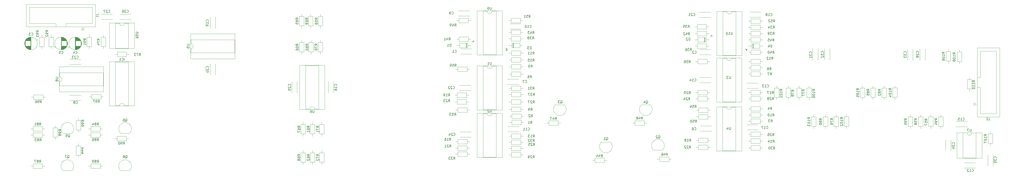
<source format=gbo>
G04 #@! TF.GenerationSoftware,KiCad,Pcbnew,(5.1.10)-1*
G04 #@! TF.CreationDate,2022-02-04T18:39:41-05:00*
G04 #@! TF.ProjectId,Utility_board,5574696c-6974-4795-9f62-6f6172642e6b,rev?*
G04 #@! TF.SameCoordinates,Original*
G04 #@! TF.FileFunction,Legend,Bot*
G04 #@! TF.FilePolarity,Positive*
%FSLAX46Y46*%
G04 Gerber Fmt 4.6, Leading zero omitted, Abs format (unit mm)*
G04 Created by KiCad (PCBNEW (5.1.10)-1) date 2022-02-04 18:39:41*
%MOMM*%
%LPD*%
G01*
G04 APERTURE LIST*
%ADD10C,0.120000*%
%ADD11C,0.150000*%
%ADD12C,1.400000*%
%ADD13O,1.400000X1.400000*%
%ADD14O,2.500000X4.000000*%
%ADD15R,1.050000X1.500000*%
%ADD16O,1.050000X1.500000*%
%ADD17C,1.600000*%
%ADD18R,1.600000X1.600000*%
%ADD19O,1.500000X1.500000*%
%ADD20R,1.500000X1.500000*%
%ADD21C,1.800000*%
%ADD22R,1.800000X1.800000*%
%ADD23C,1.700000*%
%ADD24O,1.600000X1.600000*%
%ADD25C,3.240000*%
%ADD26O,4.000000X2.500000*%
G04 APERTURE END LIST*
D10*
X426663600Y-81546940D02*
X428503600Y-81546940D01*
X428503600Y-81546940D02*
X428503600Y-85386940D01*
X428503600Y-85386940D02*
X426663600Y-85386940D01*
X426663600Y-85386940D02*
X426663600Y-81546940D01*
X427583600Y-80596940D02*
X427583600Y-81546940D01*
X427583600Y-86336940D02*
X427583600Y-85386940D01*
X294027000Y-88210000D02*
X290427000Y-88210000D01*
X290388522Y-88198478D02*
G75*
G02*
X292227000Y-83760000I1838478J1838478D01*
G01*
X294065478Y-88198478D02*
G75*
G03*
X292227000Y-83760000I-1838478J1838478D01*
G01*
X211892000Y-48934000D02*
X211892000Y-48949000D01*
X211892000Y-46809000D02*
X211892000Y-46824000D01*
X216432000Y-48934000D02*
X216432000Y-48949000D01*
X216432000Y-46809000D02*
X216432000Y-46824000D01*
X216432000Y-48949000D02*
X211892000Y-48949000D01*
X216432000Y-46809000D02*
X211892000Y-46809000D01*
X313714000Y-47063000D02*
X309174000Y-47063000D01*
X313714000Y-49203000D02*
X309174000Y-49203000D01*
X313714000Y-47063000D02*
X313714000Y-47078000D01*
X313714000Y-49188000D02*
X313714000Y-49203000D01*
X309174000Y-47063000D02*
X309174000Y-47078000D01*
X309174000Y-49188000D02*
X309174000Y-49203000D01*
X39404775Y-42852000D02*
X39404775Y-43352000D01*
X39654775Y-43102000D02*
X39154775Y-43102000D01*
X34249000Y-44293000D02*
X34249000Y-44861000D01*
X34289000Y-44059000D02*
X34289000Y-45095000D01*
X34329000Y-43900000D02*
X34329000Y-45254000D01*
X34369000Y-43772000D02*
X34369000Y-45382000D01*
X34409000Y-43662000D02*
X34409000Y-45492000D01*
X34449000Y-43566000D02*
X34449000Y-45588000D01*
X34489000Y-43479000D02*
X34489000Y-45675000D01*
X34529000Y-43399000D02*
X34529000Y-45755000D01*
X34569000Y-45617000D02*
X34569000Y-45828000D01*
X34569000Y-43326000D02*
X34569000Y-43537000D01*
X34609000Y-45617000D02*
X34609000Y-45896000D01*
X34609000Y-43258000D02*
X34609000Y-43537000D01*
X34649000Y-45617000D02*
X34649000Y-45960000D01*
X34649000Y-43194000D02*
X34649000Y-43537000D01*
X34689000Y-45617000D02*
X34689000Y-46020000D01*
X34689000Y-43134000D02*
X34689000Y-43537000D01*
X34729000Y-45617000D02*
X34729000Y-46077000D01*
X34729000Y-43077000D02*
X34729000Y-43537000D01*
X34769000Y-45617000D02*
X34769000Y-46131000D01*
X34769000Y-43023000D02*
X34769000Y-43537000D01*
X34809000Y-45617000D02*
X34809000Y-46182000D01*
X34809000Y-42972000D02*
X34809000Y-43537000D01*
X34849000Y-45617000D02*
X34849000Y-46230000D01*
X34849000Y-42924000D02*
X34849000Y-43537000D01*
X34889000Y-45617000D02*
X34889000Y-46276000D01*
X34889000Y-42878000D02*
X34889000Y-43537000D01*
X34929000Y-45617000D02*
X34929000Y-46320000D01*
X34929000Y-42834000D02*
X34929000Y-43537000D01*
X34969000Y-45617000D02*
X34969000Y-46362000D01*
X34969000Y-42792000D02*
X34969000Y-43537000D01*
X35009000Y-45617000D02*
X35009000Y-46403000D01*
X35009000Y-42751000D02*
X35009000Y-43537000D01*
X35049000Y-45617000D02*
X35049000Y-46441000D01*
X35049000Y-42713000D02*
X35049000Y-43537000D01*
X35089000Y-45617000D02*
X35089000Y-46478000D01*
X35089000Y-42676000D02*
X35089000Y-43537000D01*
X35129000Y-45617000D02*
X35129000Y-46514000D01*
X35129000Y-42640000D02*
X35129000Y-43537000D01*
X35169000Y-45617000D02*
X35169000Y-46548000D01*
X35169000Y-42606000D02*
X35169000Y-43537000D01*
X35209000Y-45617000D02*
X35209000Y-46581000D01*
X35209000Y-42573000D02*
X35209000Y-43537000D01*
X35249000Y-45617000D02*
X35249000Y-46612000D01*
X35249000Y-42542000D02*
X35249000Y-43537000D01*
X35289000Y-45617000D02*
X35289000Y-46642000D01*
X35289000Y-42512000D02*
X35289000Y-43537000D01*
X35329000Y-45617000D02*
X35329000Y-46672000D01*
X35329000Y-42482000D02*
X35329000Y-43537000D01*
X35369000Y-45617000D02*
X35369000Y-46699000D01*
X35369000Y-42455000D02*
X35369000Y-43537000D01*
X35409000Y-45617000D02*
X35409000Y-46726000D01*
X35409000Y-42428000D02*
X35409000Y-43537000D01*
X35449000Y-45617000D02*
X35449000Y-46752000D01*
X35449000Y-42402000D02*
X35449000Y-43537000D01*
X35489000Y-45617000D02*
X35489000Y-46777000D01*
X35489000Y-42377000D02*
X35489000Y-43537000D01*
X35529000Y-45617000D02*
X35529000Y-46801000D01*
X35529000Y-42353000D02*
X35529000Y-43537000D01*
X35569000Y-45617000D02*
X35569000Y-46824000D01*
X35569000Y-42330000D02*
X35569000Y-43537000D01*
X35609000Y-45617000D02*
X35609000Y-46845000D01*
X35609000Y-42309000D02*
X35609000Y-43537000D01*
X35649000Y-45617000D02*
X35649000Y-46867000D01*
X35649000Y-42287000D02*
X35649000Y-43537000D01*
X35689000Y-45617000D02*
X35689000Y-46887000D01*
X35689000Y-42267000D02*
X35689000Y-43537000D01*
X35729000Y-45617000D02*
X35729000Y-46906000D01*
X35729000Y-42248000D02*
X35729000Y-43537000D01*
X35769000Y-45617000D02*
X35769000Y-46925000D01*
X35769000Y-42229000D02*
X35769000Y-43537000D01*
X35809000Y-45617000D02*
X35809000Y-46942000D01*
X35809000Y-42212000D02*
X35809000Y-43537000D01*
X35849000Y-45617000D02*
X35849000Y-46959000D01*
X35849000Y-42195000D02*
X35849000Y-43537000D01*
X35889000Y-45617000D02*
X35889000Y-46975000D01*
X35889000Y-42179000D02*
X35889000Y-43537000D01*
X35929000Y-45617000D02*
X35929000Y-46991000D01*
X35929000Y-42163000D02*
X35929000Y-43537000D01*
X35969000Y-45617000D02*
X35969000Y-47005000D01*
X35969000Y-42149000D02*
X35969000Y-43537000D01*
X36009000Y-45617000D02*
X36009000Y-47019000D01*
X36009000Y-42135000D02*
X36009000Y-43537000D01*
X36049000Y-45617000D02*
X36049000Y-47032000D01*
X36049000Y-42122000D02*
X36049000Y-43537000D01*
X36089000Y-45617000D02*
X36089000Y-47045000D01*
X36089000Y-42109000D02*
X36089000Y-43537000D01*
X36129000Y-45617000D02*
X36129000Y-47057000D01*
X36129000Y-42097000D02*
X36129000Y-43537000D01*
X36170000Y-45617000D02*
X36170000Y-47068000D01*
X36170000Y-42086000D02*
X36170000Y-43537000D01*
X36210000Y-45617000D02*
X36210000Y-47078000D01*
X36210000Y-42076000D02*
X36210000Y-43537000D01*
X36250000Y-45617000D02*
X36250000Y-47088000D01*
X36250000Y-42066000D02*
X36250000Y-43537000D01*
X36290000Y-45617000D02*
X36290000Y-47097000D01*
X36290000Y-42057000D02*
X36290000Y-43537000D01*
X36330000Y-45617000D02*
X36330000Y-47105000D01*
X36330000Y-42049000D02*
X36330000Y-43537000D01*
X36370000Y-45617000D02*
X36370000Y-47113000D01*
X36370000Y-42041000D02*
X36370000Y-43537000D01*
X36410000Y-45617000D02*
X36410000Y-47120000D01*
X36410000Y-42034000D02*
X36410000Y-43537000D01*
X36450000Y-45617000D02*
X36450000Y-47127000D01*
X36450000Y-42027000D02*
X36450000Y-43537000D01*
X36490000Y-45617000D02*
X36490000Y-47133000D01*
X36490000Y-42021000D02*
X36490000Y-43537000D01*
X36530000Y-45617000D02*
X36530000Y-47138000D01*
X36530000Y-42016000D02*
X36530000Y-43537000D01*
X36570000Y-45617000D02*
X36570000Y-47142000D01*
X36570000Y-42012000D02*
X36570000Y-43537000D01*
X36610000Y-45617000D02*
X36610000Y-47146000D01*
X36610000Y-42008000D02*
X36610000Y-43537000D01*
X36650000Y-42004000D02*
X36650000Y-47150000D01*
X36690000Y-42001000D02*
X36690000Y-47153000D01*
X36730000Y-41999000D02*
X36730000Y-47155000D01*
X36770000Y-41998000D02*
X36770000Y-47156000D01*
X36810000Y-41997000D02*
X36810000Y-47157000D01*
X36850000Y-41997000D02*
X36850000Y-47157000D01*
X39470000Y-44577000D02*
G75*
G03*
X39470000Y-44577000I-2620000J0D01*
G01*
X52289225Y-46302000D02*
X52289225Y-45802000D01*
X52039225Y-46052000D02*
X52539225Y-46052000D01*
X57445000Y-44861000D02*
X57445000Y-44293000D01*
X57405000Y-45095000D02*
X57405000Y-44059000D01*
X57365000Y-45254000D02*
X57365000Y-43900000D01*
X57325000Y-45382000D02*
X57325000Y-43772000D01*
X57285000Y-45492000D02*
X57285000Y-43662000D01*
X57245000Y-45588000D02*
X57245000Y-43566000D01*
X57205000Y-45675000D02*
X57205000Y-43479000D01*
X57165000Y-45755000D02*
X57165000Y-43399000D01*
X57125000Y-43537000D02*
X57125000Y-43326000D01*
X57125000Y-45828000D02*
X57125000Y-45617000D01*
X57085000Y-43537000D02*
X57085000Y-43258000D01*
X57085000Y-45896000D02*
X57085000Y-45617000D01*
X57045000Y-43537000D02*
X57045000Y-43194000D01*
X57045000Y-45960000D02*
X57045000Y-45617000D01*
X57005000Y-43537000D02*
X57005000Y-43134000D01*
X57005000Y-46020000D02*
X57005000Y-45617000D01*
X56965000Y-43537000D02*
X56965000Y-43077000D01*
X56965000Y-46077000D02*
X56965000Y-45617000D01*
X56925000Y-43537000D02*
X56925000Y-43023000D01*
X56925000Y-46131000D02*
X56925000Y-45617000D01*
X56885000Y-43537000D02*
X56885000Y-42972000D01*
X56885000Y-46182000D02*
X56885000Y-45617000D01*
X56845000Y-43537000D02*
X56845000Y-42924000D01*
X56845000Y-46230000D02*
X56845000Y-45617000D01*
X56805000Y-43537000D02*
X56805000Y-42878000D01*
X56805000Y-46276000D02*
X56805000Y-45617000D01*
X56765000Y-43537000D02*
X56765000Y-42834000D01*
X56765000Y-46320000D02*
X56765000Y-45617000D01*
X56725000Y-43537000D02*
X56725000Y-42792000D01*
X56725000Y-46362000D02*
X56725000Y-45617000D01*
X56685000Y-43537000D02*
X56685000Y-42751000D01*
X56685000Y-46403000D02*
X56685000Y-45617000D01*
X56645000Y-43537000D02*
X56645000Y-42713000D01*
X56645000Y-46441000D02*
X56645000Y-45617000D01*
X56605000Y-43537000D02*
X56605000Y-42676000D01*
X56605000Y-46478000D02*
X56605000Y-45617000D01*
X56565000Y-43537000D02*
X56565000Y-42640000D01*
X56565000Y-46514000D02*
X56565000Y-45617000D01*
X56525000Y-43537000D02*
X56525000Y-42606000D01*
X56525000Y-46548000D02*
X56525000Y-45617000D01*
X56485000Y-43537000D02*
X56485000Y-42573000D01*
X56485000Y-46581000D02*
X56485000Y-45617000D01*
X56445000Y-43537000D02*
X56445000Y-42542000D01*
X56445000Y-46612000D02*
X56445000Y-45617000D01*
X56405000Y-43537000D02*
X56405000Y-42512000D01*
X56405000Y-46642000D02*
X56405000Y-45617000D01*
X56365000Y-43537000D02*
X56365000Y-42482000D01*
X56365000Y-46672000D02*
X56365000Y-45617000D01*
X56325000Y-43537000D02*
X56325000Y-42455000D01*
X56325000Y-46699000D02*
X56325000Y-45617000D01*
X56285000Y-43537000D02*
X56285000Y-42428000D01*
X56285000Y-46726000D02*
X56285000Y-45617000D01*
X56245000Y-43537000D02*
X56245000Y-42402000D01*
X56245000Y-46752000D02*
X56245000Y-45617000D01*
X56205000Y-43537000D02*
X56205000Y-42377000D01*
X56205000Y-46777000D02*
X56205000Y-45617000D01*
X56165000Y-43537000D02*
X56165000Y-42353000D01*
X56165000Y-46801000D02*
X56165000Y-45617000D01*
X56125000Y-43537000D02*
X56125000Y-42330000D01*
X56125000Y-46824000D02*
X56125000Y-45617000D01*
X56085000Y-43537000D02*
X56085000Y-42309000D01*
X56085000Y-46845000D02*
X56085000Y-45617000D01*
X56045000Y-43537000D02*
X56045000Y-42287000D01*
X56045000Y-46867000D02*
X56045000Y-45617000D01*
X56005000Y-43537000D02*
X56005000Y-42267000D01*
X56005000Y-46887000D02*
X56005000Y-45617000D01*
X55965000Y-43537000D02*
X55965000Y-42248000D01*
X55965000Y-46906000D02*
X55965000Y-45617000D01*
X55925000Y-43537000D02*
X55925000Y-42229000D01*
X55925000Y-46925000D02*
X55925000Y-45617000D01*
X55885000Y-43537000D02*
X55885000Y-42212000D01*
X55885000Y-46942000D02*
X55885000Y-45617000D01*
X55845000Y-43537000D02*
X55845000Y-42195000D01*
X55845000Y-46959000D02*
X55845000Y-45617000D01*
X55805000Y-43537000D02*
X55805000Y-42179000D01*
X55805000Y-46975000D02*
X55805000Y-45617000D01*
X55765000Y-43537000D02*
X55765000Y-42163000D01*
X55765000Y-46991000D02*
X55765000Y-45617000D01*
X55725000Y-43537000D02*
X55725000Y-42149000D01*
X55725000Y-47005000D02*
X55725000Y-45617000D01*
X55685000Y-43537000D02*
X55685000Y-42135000D01*
X55685000Y-47019000D02*
X55685000Y-45617000D01*
X55645000Y-43537000D02*
X55645000Y-42122000D01*
X55645000Y-47032000D02*
X55645000Y-45617000D01*
X55605000Y-43537000D02*
X55605000Y-42109000D01*
X55605000Y-47045000D02*
X55605000Y-45617000D01*
X55565000Y-43537000D02*
X55565000Y-42097000D01*
X55565000Y-47057000D02*
X55565000Y-45617000D01*
X55524000Y-43537000D02*
X55524000Y-42086000D01*
X55524000Y-47068000D02*
X55524000Y-45617000D01*
X55484000Y-43537000D02*
X55484000Y-42076000D01*
X55484000Y-47078000D02*
X55484000Y-45617000D01*
X55444000Y-43537000D02*
X55444000Y-42066000D01*
X55444000Y-47088000D02*
X55444000Y-45617000D01*
X55404000Y-43537000D02*
X55404000Y-42057000D01*
X55404000Y-47097000D02*
X55404000Y-45617000D01*
X55364000Y-43537000D02*
X55364000Y-42049000D01*
X55364000Y-47105000D02*
X55364000Y-45617000D01*
X55324000Y-43537000D02*
X55324000Y-42041000D01*
X55324000Y-47113000D02*
X55324000Y-45617000D01*
X55284000Y-43537000D02*
X55284000Y-42034000D01*
X55284000Y-47120000D02*
X55284000Y-45617000D01*
X55244000Y-43537000D02*
X55244000Y-42027000D01*
X55244000Y-47127000D02*
X55244000Y-45617000D01*
X55204000Y-43537000D02*
X55204000Y-42021000D01*
X55204000Y-47133000D02*
X55204000Y-45617000D01*
X55164000Y-43537000D02*
X55164000Y-42016000D01*
X55164000Y-47138000D02*
X55164000Y-45617000D01*
X55124000Y-43537000D02*
X55124000Y-42012000D01*
X55124000Y-47142000D02*
X55124000Y-45617000D01*
X55084000Y-43537000D02*
X55084000Y-42008000D01*
X55084000Y-47146000D02*
X55084000Y-45617000D01*
X55044000Y-47150000D02*
X55044000Y-42004000D01*
X55004000Y-47153000D02*
X55004000Y-42001000D01*
X54964000Y-47155000D02*
X54964000Y-41999000D01*
X54924000Y-47156000D02*
X54924000Y-41998000D01*
X54884000Y-47157000D02*
X54884000Y-41997000D01*
X54844000Y-47157000D02*
X54844000Y-41997000D01*
X57464000Y-44577000D02*
G75*
G03*
X57464000Y-44577000I-2620000J0D01*
G01*
X51749000Y-44577000D02*
G75*
G03*
X51749000Y-44577000I-2620000J0D01*
G01*
X49129000Y-47157000D02*
X49129000Y-41997000D01*
X49169000Y-47157000D02*
X49169000Y-41997000D01*
X49209000Y-47156000D02*
X49209000Y-41998000D01*
X49249000Y-47155000D02*
X49249000Y-41999000D01*
X49289000Y-47153000D02*
X49289000Y-42001000D01*
X49329000Y-47150000D02*
X49329000Y-42004000D01*
X49369000Y-47146000D02*
X49369000Y-45617000D01*
X49369000Y-43537000D02*
X49369000Y-42008000D01*
X49409000Y-47142000D02*
X49409000Y-45617000D01*
X49409000Y-43537000D02*
X49409000Y-42012000D01*
X49449000Y-47138000D02*
X49449000Y-45617000D01*
X49449000Y-43537000D02*
X49449000Y-42016000D01*
X49489000Y-47133000D02*
X49489000Y-45617000D01*
X49489000Y-43537000D02*
X49489000Y-42021000D01*
X49529000Y-47127000D02*
X49529000Y-45617000D01*
X49529000Y-43537000D02*
X49529000Y-42027000D01*
X49569000Y-47120000D02*
X49569000Y-45617000D01*
X49569000Y-43537000D02*
X49569000Y-42034000D01*
X49609000Y-47113000D02*
X49609000Y-45617000D01*
X49609000Y-43537000D02*
X49609000Y-42041000D01*
X49649000Y-47105000D02*
X49649000Y-45617000D01*
X49649000Y-43537000D02*
X49649000Y-42049000D01*
X49689000Y-47097000D02*
X49689000Y-45617000D01*
X49689000Y-43537000D02*
X49689000Y-42057000D01*
X49729000Y-47088000D02*
X49729000Y-45617000D01*
X49729000Y-43537000D02*
X49729000Y-42066000D01*
X49769000Y-47078000D02*
X49769000Y-45617000D01*
X49769000Y-43537000D02*
X49769000Y-42076000D01*
X49809000Y-47068000D02*
X49809000Y-45617000D01*
X49809000Y-43537000D02*
X49809000Y-42086000D01*
X49850000Y-47057000D02*
X49850000Y-45617000D01*
X49850000Y-43537000D02*
X49850000Y-42097000D01*
X49890000Y-47045000D02*
X49890000Y-45617000D01*
X49890000Y-43537000D02*
X49890000Y-42109000D01*
X49930000Y-47032000D02*
X49930000Y-45617000D01*
X49930000Y-43537000D02*
X49930000Y-42122000D01*
X49970000Y-47019000D02*
X49970000Y-45617000D01*
X49970000Y-43537000D02*
X49970000Y-42135000D01*
X50010000Y-47005000D02*
X50010000Y-45617000D01*
X50010000Y-43537000D02*
X50010000Y-42149000D01*
X50050000Y-46991000D02*
X50050000Y-45617000D01*
X50050000Y-43537000D02*
X50050000Y-42163000D01*
X50090000Y-46975000D02*
X50090000Y-45617000D01*
X50090000Y-43537000D02*
X50090000Y-42179000D01*
X50130000Y-46959000D02*
X50130000Y-45617000D01*
X50130000Y-43537000D02*
X50130000Y-42195000D01*
X50170000Y-46942000D02*
X50170000Y-45617000D01*
X50170000Y-43537000D02*
X50170000Y-42212000D01*
X50210000Y-46925000D02*
X50210000Y-45617000D01*
X50210000Y-43537000D02*
X50210000Y-42229000D01*
X50250000Y-46906000D02*
X50250000Y-45617000D01*
X50250000Y-43537000D02*
X50250000Y-42248000D01*
X50290000Y-46887000D02*
X50290000Y-45617000D01*
X50290000Y-43537000D02*
X50290000Y-42267000D01*
X50330000Y-46867000D02*
X50330000Y-45617000D01*
X50330000Y-43537000D02*
X50330000Y-42287000D01*
X50370000Y-46845000D02*
X50370000Y-45617000D01*
X50370000Y-43537000D02*
X50370000Y-42309000D01*
X50410000Y-46824000D02*
X50410000Y-45617000D01*
X50410000Y-43537000D02*
X50410000Y-42330000D01*
X50450000Y-46801000D02*
X50450000Y-45617000D01*
X50450000Y-43537000D02*
X50450000Y-42353000D01*
X50490000Y-46777000D02*
X50490000Y-45617000D01*
X50490000Y-43537000D02*
X50490000Y-42377000D01*
X50530000Y-46752000D02*
X50530000Y-45617000D01*
X50530000Y-43537000D02*
X50530000Y-42402000D01*
X50570000Y-46726000D02*
X50570000Y-45617000D01*
X50570000Y-43537000D02*
X50570000Y-42428000D01*
X50610000Y-46699000D02*
X50610000Y-45617000D01*
X50610000Y-43537000D02*
X50610000Y-42455000D01*
X50650000Y-46672000D02*
X50650000Y-45617000D01*
X50650000Y-43537000D02*
X50650000Y-42482000D01*
X50690000Y-46642000D02*
X50690000Y-45617000D01*
X50690000Y-43537000D02*
X50690000Y-42512000D01*
X50730000Y-46612000D02*
X50730000Y-45617000D01*
X50730000Y-43537000D02*
X50730000Y-42542000D01*
X50770000Y-46581000D02*
X50770000Y-45617000D01*
X50770000Y-43537000D02*
X50770000Y-42573000D01*
X50810000Y-46548000D02*
X50810000Y-45617000D01*
X50810000Y-43537000D02*
X50810000Y-42606000D01*
X50850000Y-46514000D02*
X50850000Y-45617000D01*
X50850000Y-43537000D02*
X50850000Y-42640000D01*
X50890000Y-46478000D02*
X50890000Y-45617000D01*
X50890000Y-43537000D02*
X50890000Y-42676000D01*
X50930000Y-46441000D02*
X50930000Y-45617000D01*
X50930000Y-43537000D02*
X50930000Y-42713000D01*
X50970000Y-46403000D02*
X50970000Y-45617000D01*
X50970000Y-43537000D02*
X50970000Y-42751000D01*
X51010000Y-46362000D02*
X51010000Y-45617000D01*
X51010000Y-43537000D02*
X51010000Y-42792000D01*
X51050000Y-46320000D02*
X51050000Y-45617000D01*
X51050000Y-43537000D02*
X51050000Y-42834000D01*
X51090000Y-46276000D02*
X51090000Y-45617000D01*
X51090000Y-43537000D02*
X51090000Y-42878000D01*
X51130000Y-46230000D02*
X51130000Y-45617000D01*
X51130000Y-43537000D02*
X51130000Y-42924000D01*
X51170000Y-46182000D02*
X51170000Y-45617000D01*
X51170000Y-43537000D02*
X51170000Y-42972000D01*
X51210000Y-46131000D02*
X51210000Y-45617000D01*
X51210000Y-43537000D02*
X51210000Y-43023000D01*
X51250000Y-46077000D02*
X51250000Y-45617000D01*
X51250000Y-43537000D02*
X51250000Y-43077000D01*
X51290000Y-46020000D02*
X51290000Y-45617000D01*
X51290000Y-43537000D02*
X51290000Y-43134000D01*
X51330000Y-45960000D02*
X51330000Y-45617000D01*
X51330000Y-43537000D02*
X51330000Y-43194000D01*
X51370000Y-45896000D02*
X51370000Y-45617000D01*
X51370000Y-43537000D02*
X51370000Y-43258000D01*
X51410000Y-45828000D02*
X51410000Y-45617000D01*
X51410000Y-43537000D02*
X51410000Y-43326000D01*
X51450000Y-45755000D02*
X51450000Y-43399000D01*
X51490000Y-45675000D02*
X51490000Y-43479000D01*
X51530000Y-45588000D02*
X51530000Y-43566000D01*
X51570000Y-45492000D02*
X51570000Y-43662000D01*
X51610000Y-45382000D02*
X51610000Y-43772000D01*
X51650000Y-45254000D02*
X51650000Y-43900000D01*
X51690000Y-45095000D02*
X51690000Y-44059000D01*
X51730000Y-44861000D02*
X51730000Y-44293000D01*
X46324225Y-46052000D02*
X46824225Y-46052000D01*
X46574225Y-46302000D02*
X46574225Y-45802000D01*
X313968000Y-78305000D02*
X309428000Y-78305000D01*
X313968000Y-80445000D02*
X309428000Y-80445000D01*
X313968000Y-78305000D02*
X313968000Y-78320000D01*
X313968000Y-80430000D02*
X313968000Y-80445000D01*
X309428000Y-78305000D02*
X309428000Y-78320000D01*
X309428000Y-80430000D02*
X309428000Y-80445000D01*
X230942000Y-61253000D02*
X230942000Y-61268000D01*
X230942000Y-59128000D02*
X230942000Y-59143000D01*
X235482000Y-61253000D02*
X235482000Y-61268000D01*
X235482000Y-59128000D02*
X235482000Y-59143000D01*
X235482000Y-61268000D02*
X230942000Y-61268000D01*
X235482000Y-59128000D02*
X230942000Y-59128000D01*
X52634000Y-67857000D02*
X52634000Y-67872000D01*
X52634000Y-65732000D02*
X52634000Y-65747000D01*
X57174000Y-67857000D02*
X57174000Y-67872000D01*
X57174000Y-65732000D02*
X57174000Y-65747000D01*
X57174000Y-67872000D02*
X52634000Y-67872000D01*
X57174000Y-65732000D02*
X52634000Y-65732000D01*
X231069000Y-80684000D02*
X231069000Y-80699000D01*
X231069000Y-78559000D02*
X231069000Y-78574000D01*
X235609000Y-80684000D02*
X235609000Y-80699000D01*
X235609000Y-78559000D02*
X235609000Y-78574000D01*
X235609000Y-80699000D02*
X231069000Y-80699000D01*
X235609000Y-78559000D02*
X231069000Y-78559000D01*
X333018000Y-60779000D02*
X328478000Y-60779000D01*
X333018000Y-62919000D02*
X328478000Y-62919000D01*
X333018000Y-60779000D02*
X333018000Y-60794000D01*
X333018000Y-62904000D02*
X333018000Y-62919000D01*
X328478000Y-60779000D02*
X328478000Y-60794000D01*
X328478000Y-62904000D02*
X328478000Y-62919000D01*
X309301000Y-60618000D02*
X309301000Y-60633000D01*
X309301000Y-58493000D02*
X309301000Y-58508000D01*
X313841000Y-60618000D02*
X313841000Y-60633000D01*
X313841000Y-58493000D02*
X313841000Y-58508000D01*
X313841000Y-60633000D02*
X309301000Y-60633000D01*
X313841000Y-58493000D02*
X309301000Y-58493000D01*
X160074000Y-64714000D02*
X160074000Y-60174000D01*
X157934000Y-64714000D02*
X157934000Y-60174000D01*
X160074000Y-64714000D02*
X160059000Y-64714000D01*
X157949000Y-64714000D02*
X157934000Y-64714000D01*
X160074000Y-60174000D02*
X160059000Y-60174000D01*
X157949000Y-60174000D02*
X157934000Y-60174000D01*
X333018000Y-77797000D02*
X328478000Y-77797000D01*
X333018000Y-79937000D02*
X328478000Y-79937000D01*
X333018000Y-77797000D02*
X333018000Y-77812000D01*
X333018000Y-79922000D02*
X333018000Y-79937000D01*
X328478000Y-77797000D02*
X328478000Y-77812000D01*
X328478000Y-79922000D02*
X328478000Y-79937000D01*
X109801000Y-33885000D02*
X109801000Y-38425000D01*
X111941000Y-33885000D02*
X111941000Y-38425000D01*
X109801000Y-33885000D02*
X109816000Y-33885000D01*
X111926000Y-33885000D02*
X111941000Y-33885000D01*
X109801000Y-38425000D02*
X109816000Y-38425000D01*
X111926000Y-38425000D02*
X111941000Y-38425000D01*
X109801000Y-52935000D02*
X109801000Y-57475000D01*
X111941000Y-52935000D02*
X111941000Y-57475000D01*
X109801000Y-52935000D02*
X109816000Y-52935000D01*
X111926000Y-52935000D02*
X111941000Y-52935000D01*
X109801000Y-57475000D02*
X109816000Y-57475000D01*
X111926000Y-57475000D02*
X111941000Y-57475000D01*
X211257000Y-63793000D02*
X211257000Y-63808000D01*
X211257000Y-61668000D02*
X211257000Y-61683000D01*
X215797000Y-63793000D02*
X215797000Y-63808000D01*
X215797000Y-61668000D02*
X215797000Y-61683000D01*
X215797000Y-63808000D02*
X211257000Y-63808000D01*
X215797000Y-61668000D02*
X211257000Y-61668000D01*
X57174000Y-51142000D02*
X57174000Y-51127000D01*
X57174000Y-53267000D02*
X57174000Y-53252000D01*
X52634000Y-51142000D02*
X52634000Y-51127000D01*
X52634000Y-53267000D02*
X52634000Y-53252000D01*
X52634000Y-51127000D02*
X57174000Y-51127000D01*
X52634000Y-53267000D02*
X57174000Y-53267000D01*
X216051000Y-80718000D02*
X211511000Y-80718000D01*
X216051000Y-82858000D02*
X211511000Y-82858000D01*
X216051000Y-80718000D02*
X216051000Y-80733000D01*
X216051000Y-82843000D02*
X216051000Y-82858000D01*
X211511000Y-80718000D02*
X211511000Y-80733000D01*
X211511000Y-82843000D02*
X211511000Y-82858000D01*
X143090000Y-60254000D02*
X143075000Y-60254000D01*
X145215000Y-60254000D02*
X145200000Y-60254000D01*
X143090000Y-64794000D02*
X143075000Y-64794000D01*
X145215000Y-64794000D02*
X145200000Y-64794000D01*
X143075000Y-64794000D02*
X143075000Y-60254000D01*
X145215000Y-64794000D02*
X145215000Y-60254000D01*
X77541000Y-32585000D02*
X73001000Y-32585000D01*
X77541000Y-34725000D02*
X73001000Y-34725000D01*
X77541000Y-32585000D02*
X77541000Y-32600000D01*
X77541000Y-34710000D02*
X77541000Y-34725000D01*
X73001000Y-32585000D02*
X73001000Y-32600000D01*
X73001000Y-34710000D02*
X73001000Y-34725000D01*
X70001000Y-32600000D02*
X70001000Y-32585000D01*
X70001000Y-34725000D02*
X70001000Y-34710000D01*
X65461000Y-32600000D02*
X65461000Y-32585000D01*
X65461000Y-34725000D02*
X65461000Y-34710000D01*
X65461000Y-32585000D02*
X70001000Y-32585000D01*
X65461000Y-34725000D02*
X70001000Y-34725000D01*
X214290000Y-44419000D02*
X214290000Y-46259000D01*
X214050000Y-44419000D02*
X214050000Y-46259000D01*
X214170000Y-44419000D02*
X214170000Y-46259000D01*
X210286000Y-45339000D02*
X211466000Y-45339000D01*
X215926000Y-45339000D02*
X214746000Y-45339000D01*
X211466000Y-44419000D02*
X214746000Y-44419000D01*
X211466000Y-46259000D02*
X211466000Y-44419000D01*
X214746000Y-46259000D02*
X211466000Y-46259000D01*
X214746000Y-44419000D02*
X214746000Y-46259000D01*
X311774000Y-42133000D02*
X311774000Y-43973000D01*
X311774000Y-43973000D02*
X308494000Y-43973000D01*
X308494000Y-43973000D02*
X308494000Y-42133000D01*
X308494000Y-42133000D02*
X311774000Y-42133000D01*
X312954000Y-43053000D02*
X311774000Y-43053000D01*
X307314000Y-43053000D02*
X308494000Y-43053000D01*
X311198000Y-42133000D02*
X311198000Y-43973000D01*
X311078000Y-42133000D02*
X311078000Y-43973000D01*
X311318000Y-42133000D02*
X311318000Y-43973000D01*
X233131000Y-46259000D02*
X233131000Y-44419000D01*
X233371000Y-46259000D02*
X233371000Y-44419000D01*
X233251000Y-46259000D02*
X233251000Y-44419000D01*
X237135000Y-45339000D02*
X235955000Y-45339000D01*
X231495000Y-45339000D02*
X232675000Y-45339000D01*
X235955000Y-46259000D02*
X232675000Y-46259000D01*
X235955000Y-44419000D02*
X235955000Y-46259000D01*
X232675000Y-44419000D02*
X235955000Y-44419000D01*
X232675000Y-46259000D02*
X232675000Y-44419000D01*
X330338000Y-46513000D02*
X330338000Y-44673000D01*
X330338000Y-44673000D02*
X333618000Y-44673000D01*
X333618000Y-44673000D02*
X333618000Y-46513000D01*
X333618000Y-46513000D02*
X330338000Y-46513000D01*
X329158000Y-45593000D02*
X330338000Y-45593000D01*
X334798000Y-45593000D02*
X333618000Y-45593000D01*
X330914000Y-46513000D02*
X330914000Y-44673000D01*
X331034000Y-46513000D02*
X331034000Y-44673000D01*
X330794000Y-46513000D02*
X330794000Y-44673000D01*
X63122000Y-37707000D02*
X63122000Y-28587000D01*
X63122000Y-28587000D02*
X34922000Y-28587000D01*
X34922000Y-28587000D02*
X34922000Y-37707000D01*
X34922000Y-37707000D02*
X63122000Y-37707000D01*
X51072000Y-37707000D02*
X51072000Y-36397000D01*
X51072000Y-36397000D02*
X61822000Y-36397000D01*
X61822000Y-36397000D02*
X61822000Y-29897000D01*
X61822000Y-29897000D02*
X36222000Y-29897000D01*
X36222000Y-29897000D02*
X36222000Y-36397000D01*
X36222000Y-36397000D02*
X46972000Y-36397000D01*
X46972000Y-36397000D02*
X46972000Y-36397000D01*
X46972000Y-36397000D02*
X46972000Y-37707000D01*
X57912000Y-38097000D02*
X58412000Y-39097000D01*
X58412000Y-39097000D02*
X57412000Y-39097000D01*
X57412000Y-39097000D02*
X57912000Y-38097000D01*
X269218000Y-84891000D02*
X272818000Y-84891000D01*
X272856478Y-84902522D02*
G75*
G02*
X271018000Y-89341000I-1838478J-1838478D01*
G01*
X269179522Y-84902522D02*
G75*
G03*
X271018000Y-89341000I1838478J-1838478D01*
G01*
X250422000Y-69651000D02*
X254022000Y-69651000D01*
X250383522Y-69662522D02*
G75*
G03*
X252222000Y-74101000I1838478J-1838478D01*
G01*
X254060478Y-69662522D02*
G75*
G02*
X252222000Y-74101000I-1838478J-1838478D01*
G01*
X285474000Y-69651000D02*
X289074000Y-69651000D01*
X289112478Y-69662522D02*
G75*
G02*
X287274000Y-74101000I-1838478J-1838478D01*
G01*
X285435522Y-69662522D02*
G75*
G03*
X287274000Y-74101000I1838478J-1838478D01*
G01*
X53489000Y-81352000D02*
X49889000Y-81352000D01*
X53527478Y-81340478D02*
G75*
G03*
X51689000Y-76902000I-1838478J1838478D01*
G01*
X49850522Y-81340478D02*
G75*
G02*
X51689000Y-76902000I1838478J1838478D01*
G01*
X76984000Y-81352000D02*
X73384000Y-81352000D01*
X77022478Y-81340478D02*
G75*
G03*
X75184000Y-76902000I-1838478J1838478D01*
G01*
X73345522Y-81340478D02*
G75*
G02*
X75184000Y-76902000I1838478J1838478D01*
G01*
X53489000Y-96592000D02*
X49889000Y-96592000D01*
X53527478Y-96580478D02*
G75*
G03*
X51689000Y-92142000I-1838478J1838478D01*
G01*
X49850522Y-96580478D02*
G75*
G02*
X51689000Y-92142000I1838478J1838478D01*
G01*
X76984000Y-96592000D02*
X73384000Y-96592000D01*
X73345522Y-96580478D02*
G75*
G02*
X75184000Y-92142000I1838478J1838478D01*
G01*
X77022478Y-96580478D02*
G75*
G03*
X75184000Y-92142000I-1838478J1838478D01*
G01*
X232649000Y-77755000D02*
X232649000Y-75915000D01*
X232649000Y-75915000D02*
X236489000Y-75915000D01*
X236489000Y-75915000D02*
X236489000Y-77755000D01*
X236489000Y-77755000D02*
X232649000Y-77755000D01*
X231699000Y-76835000D02*
X232649000Y-76835000D01*
X237439000Y-76835000D02*
X236489000Y-76835000D01*
X237439000Y-74295000D02*
X236489000Y-74295000D01*
X231699000Y-74295000D02*
X232649000Y-74295000D01*
X236489000Y-75215000D02*
X232649000Y-75215000D01*
X236489000Y-73375000D02*
X236489000Y-75215000D01*
X232649000Y-73375000D02*
X236489000Y-73375000D01*
X232649000Y-75215000D02*
X232649000Y-73375000D01*
X334848000Y-76327000D02*
X333898000Y-76327000D01*
X329108000Y-76327000D02*
X330058000Y-76327000D01*
X333898000Y-77247000D02*
X330058000Y-77247000D01*
X333898000Y-75407000D02*
X333898000Y-77247000D01*
X330058000Y-75407000D02*
X333898000Y-75407000D01*
X330058000Y-77247000D02*
X330058000Y-75407000D01*
X330058000Y-72167000D02*
X330058000Y-70327000D01*
X330058000Y-70327000D02*
X333898000Y-70327000D01*
X333898000Y-70327000D02*
X333898000Y-72167000D01*
X333898000Y-72167000D02*
X330058000Y-72167000D01*
X329108000Y-71247000D02*
X330058000Y-71247000D01*
X334848000Y-71247000D02*
X333898000Y-71247000D01*
X237312000Y-54102000D02*
X236362000Y-54102000D01*
X231572000Y-54102000D02*
X232522000Y-54102000D01*
X236362000Y-55022000D02*
X232522000Y-55022000D01*
X236362000Y-53182000D02*
X236362000Y-55022000D01*
X232522000Y-53182000D02*
X236362000Y-53182000D01*
X232522000Y-55022000D02*
X232522000Y-53182000D01*
X237312000Y-57150000D02*
X236362000Y-57150000D01*
X231572000Y-57150000D02*
X232522000Y-57150000D01*
X236362000Y-58070000D02*
X232522000Y-58070000D01*
X236362000Y-56230000D02*
X236362000Y-58070000D01*
X232522000Y-56230000D02*
X236362000Y-56230000D01*
X232522000Y-58070000D02*
X232522000Y-56230000D01*
X330058000Y-57943000D02*
X330058000Y-56103000D01*
X330058000Y-56103000D02*
X333898000Y-56103000D01*
X333898000Y-56103000D02*
X333898000Y-57943000D01*
X333898000Y-57943000D02*
X330058000Y-57943000D01*
X329108000Y-57023000D02*
X330058000Y-57023000D01*
X334848000Y-57023000D02*
X333898000Y-57023000D01*
X334848000Y-54483000D02*
X333898000Y-54483000D01*
X329108000Y-54483000D02*
X330058000Y-54483000D01*
X333898000Y-55403000D02*
X330058000Y-55403000D01*
X333898000Y-53563000D02*
X333898000Y-55403000D01*
X330058000Y-53563000D02*
X333898000Y-53563000D01*
X330058000Y-55403000D02*
X330058000Y-53563000D01*
X232522000Y-72421000D02*
X232522000Y-70581000D01*
X232522000Y-70581000D02*
X236362000Y-70581000D01*
X236362000Y-70581000D02*
X236362000Y-72421000D01*
X236362000Y-72421000D02*
X232522000Y-72421000D01*
X231572000Y-71501000D02*
X232522000Y-71501000D01*
X237312000Y-71501000D02*
X236362000Y-71501000D01*
X334848000Y-73787000D02*
X333898000Y-73787000D01*
X329108000Y-73787000D02*
X330058000Y-73787000D01*
X333898000Y-74707000D02*
X330058000Y-74707000D01*
X333898000Y-72867000D02*
X333898000Y-74707000D01*
X330058000Y-72867000D02*
X333898000Y-72867000D01*
X330058000Y-74707000D02*
X330058000Y-72867000D01*
X237312000Y-48514000D02*
X236362000Y-48514000D01*
X231572000Y-48514000D02*
X232522000Y-48514000D01*
X236362000Y-49434000D02*
X232522000Y-49434000D01*
X236362000Y-47594000D02*
X236362000Y-49434000D01*
X232522000Y-47594000D02*
X236362000Y-47594000D01*
X232522000Y-49434000D02*
X232522000Y-47594000D01*
X330058000Y-52863000D02*
X330058000Y-51023000D01*
X330058000Y-51023000D02*
X333898000Y-51023000D01*
X333898000Y-51023000D02*
X333898000Y-52863000D01*
X333898000Y-52863000D02*
X330058000Y-52863000D01*
X329108000Y-51943000D02*
X330058000Y-51943000D01*
X334848000Y-51943000D02*
X333898000Y-51943000D01*
X232522000Y-83343000D02*
X232522000Y-81503000D01*
X232522000Y-81503000D02*
X236362000Y-81503000D01*
X236362000Y-81503000D02*
X236362000Y-83343000D01*
X236362000Y-83343000D02*
X232522000Y-83343000D01*
X231572000Y-82423000D02*
X232522000Y-82423000D01*
X237312000Y-82423000D02*
X236362000Y-82423000D01*
X334848000Y-84455000D02*
X333898000Y-84455000D01*
X329108000Y-84455000D02*
X330058000Y-84455000D01*
X333898000Y-85375000D02*
X330058000Y-85375000D01*
X333898000Y-83535000D02*
X333898000Y-85375000D01*
X330058000Y-83535000D02*
X333898000Y-83535000D01*
X330058000Y-85375000D02*
X330058000Y-83535000D01*
X231572000Y-51308000D02*
X232522000Y-51308000D01*
X237312000Y-51308000D02*
X236362000Y-51308000D01*
X232522000Y-50388000D02*
X236362000Y-50388000D01*
X232522000Y-52228000D02*
X232522000Y-50388000D01*
X236362000Y-52228000D02*
X232522000Y-52228000D01*
X236362000Y-50388000D02*
X236362000Y-52228000D01*
X214518000Y-83789000D02*
X214518000Y-85629000D01*
X214518000Y-85629000D02*
X210678000Y-85629000D01*
X210678000Y-85629000D02*
X210678000Y-83789000D01*
X210678000Y-83789000D02*
X214518000Y-83789000D01*
X215468000Y-84709000D02*
X214518000Y-84709000D01*
X209728000Y-84709000D02*
X210678000Y-84709000D01*
X330058000Y-65563000D02*
X330058000Y-63723000D01*
X330058000Y-63723000D02*
X333898000Y-63723000D01*
X333898000Y-63723000D02*
X333898000Y-65563000D01*
X333898000Y-65563000D02*
X330058000Y-65563000D01*
X329108000Y-64643000D02*
X330058000Y-64643000D01*
X334848000Y-64643000D02*
X333898000Y-64643000D01*
X307772000Y-84201000D02*
X308722000Y-84201000D01*
X313512000Y-84201000D02*
X312562000Y-84201000D01*
X308722000Y-83281000D02*
X312562000Y-83281000D01*
X308722000Y-85121000D02*
X308722000Y-83281000D01*
X312562000Y-85121000D02*
X308722000Y-85121000D01*
X312562000Y-83281000D02*
X312562000Y-85121000D01*
X209474000Y-65659000D02*
X210424000Y-65659000D01*
X215214000Y-65659000D02*
X214264000Y-65659000D01*
X210424000Y-64739000D02*
X214264000Y-64739000D01*
X210424000Y-66579000D02*
X210424000Y-64739000D01*
X214264000Y-66579000D02*
X210424000Y-66579000D01*
X214264000Y-64739000D02*
X214264000Y-66579000D01*
X312308000Y-63723000D02*
X312308000Y-65563000D01*
X312308000Y-65563000D02*
X308468000Y-65563000D01*
X308468000Y-65563000D02*
X308468000Y-63723000D01*
X308468000Y-63723000D02*
X312308000Y-63723000D01*
X313258000Y-64643000D02*
X312308000Y-64643000D01*
X307518000Y-64643000D02*
X308468000Y-64643000D01*
X215468000Y-87376000D02*
X214518000Y-87376000D01*
X209728000Y-87376000D02*
X210678000Y-87376000D01*
X214518000Y-88296000D02*
X210678000Y-88296000D01*
X214518000Y-86456000D02*
X214518000Y-88296000D01*
X210678000Y-86456000D02*
X214518000Y-86456000D01*
X210678000Y-88296000D02*
X210678000Y-86456000D01*
X312562000Y-86075000D02*
X312562000Y-87915000D01*
X312562000Y-87915000D02*
X308722000Y-87915000D01*
X308722000Y-87915000D02*
X308722000Y-86075000D01*
X308722000Y-86075000D02*
X312562000Y-86075000D01*
X313512000Y-86995000D02*
X312562000Y-86995000D01*
X307772000Y-86995000D02*
X308722000Y-86995000D01*
X214264000Y-67533000D02*
X214264000Y-69373000D01*
X214264000Y-69373000D02*
X210424000Y-69373000D01*
X210424000Y-69373000D02*
X210424000Y-67533000D01*
X210424000Y-67533000D02*
X214264000Y-67533000D01*
X215214000Y-68453000D02*
X214264000Y-68453000D01*
X209474000Y-68453000D02*
X210424000Y-68453000D01*
X307518000Y-67183000D02*
X308468000Y-67183000D01*
X313258000Y-67183000D02*
X312308000Y-67183000D01*
X308468000Y-66263000D02*
X312308000Y-66263000D01*
X308468000Y-68103000D02*
X308468000Y-66263000D01*
X312308000Y-68103000D02*
X308468000Y-68103000D01*
X312308000Y-66263000D02*
X312308000Y-68103000D01*
X237312000Y-87503000D02*
X236362000Y-87503000D01*
X231572000Y-87503000D02*
X232522000Y-87503000D01*
X236362000Y-88423000D02*
X232522000Y-88423000D01*
X236362000Y-86583000D02*
X236362000Y-88423000D01*
X232522000Y-86583000D02*
X236362000Y-86583000D01*
X232522000Y-88423000D02*
X232522000Y-86583000D01*
X333898000Y-80741000D02*
X333898000Y-82581000D01*
X333898000Y-82581000D02*
X330058000Y-82581000D01*
X330058000Y-82581000D02*
X330058000Y-80741000D01*
X330058000Y-80741000D02*
X333898000Y-80741000D01*
X334848000Y-81661000D02*
X333898000Y-81661000D01*
X329108000Y-81661000D02*
X330058000Y-81661000D01*
X232522000Y-69373000D02*
X232522000Y-67533000D01*
X232522000Y-67533000D02*
X236362000Y-67533000D01*
X236362000Y-67533000D02*
X236362000Y-69373000D01*
X236362000Y-69373000D02*
X232522000Y-69373000D01*
X231572000Y-68453000D02*
X232522000Y-68453000D01*
X237312000Y-68453000D02*
X236362000Y-68453000D01*
X334848000Y-67183000D02*
X333898000Y-67183000D01*
X329108000Y-67183000D02*
X330058000Y-67183000D01*
X333898000Y-68103000D02*
X330058000Y-68103000D01*
X333898000Y-66263000D02*
X333898000Y-68103000D01*
X330058000Y-66263000D02*
X333898000Y-66263000D01*
X330058000Y-68103000D02*
X330058000Y-66263000D01*
X231572000Y-90043000D02*
X232522000Y-90043000D01*
X237312000Y-90043000D02*
X236362000Y-90043000D01*
X232522000Y-89123000D02*
X236362000Y-89123000D01*
X232522000Y-90963000D02*
X232522000Y-89123000D01*
X236362000Y-90963000D02*
X232522000Y-90963000D01*
X236362000Y-89123000D02*
X236362000Y-90963000D01*
X333898000Y-86329000D02*
X333898000Y-88169000D01*
X333898000Y-88169000D02*
X330058000Y-88169000D01*
X330058000Y-88169000D02*
X330058000Y-86329000D01*
X330058000Y-86329000D02*
X333898000Y-86329000D01*
X334848000Y-87249000D02*
X333898000Y-87249000D01*
X329108000Y-87249000D02*
X330058000Y-87249000D01*
X236362000Y-61945000D02*
X236362000Y-63785000D01*
X236362000Y-63785000D02*
X232522000Y-63785000D01*
X232522000Y-63785000D02*
X232522000Y-61945000D01*
X232522000Y-61945000D02*
X236362000Y-61945000D01*
X237312000Y-62865000D02*
X236362000Y-62865000D01*
X231572000Y-62865000D02*
X232522000Y-62865000D01*
X231572000Y-84963000D02*
X232522000Y-84963000D01*
X237312000Y-84963000D02*
X236362000Y-84963000D01*
X232522000Y-84043000D02*
X236362000Y-84043000D01*
X232522000Y-85883000D02*
X232522000Y-84043000D01*
X236362000Y-85883000D02*
X232522000Y-85883000D01*
X236362000Y-84043000D02*
X236362000Y-85883000D01*
X210678000Y-90709000D02*
X210678000Y-88869000D01*
X210678000Y-88869000D02*
X214518000Y-88869000D01*
X214518000Y-88869000D02*
X214518000Y-90709000D01*
X214518000Y-90709000D02*
X210678000Y-90709000D01*
X209728000Y-89789000D02*
X210678000Y-89789000D01*
X215468000Y-89789000D02*
X214518000Y-89789000D01*
X329108000Y-37973000D02*
X330058000Y-37973000D01*
X334848000Y-37973000D02*
X333898000Y-37973000D01*
X330058000Y-37053000D02*
X333898000Y-37053000D01*
X330058000Y-38893000D02*
X330058000Y-37053000D01*
X333898000Y-38893000D02*
X330058000Y-38893000D01*
X333898000Y-37053000D02*
X333898000Y-38893000D01*
X307264000Y-37719000D02*
X308214000Y-37719000D01*
X313004000Y-37719000D02*
X312054000Y-37719000D01*
X308214000Y-36799000D02*
X312054000Y-36799000D01*
X308214000Y-38639000D02*
X308214000Y-36799000D01*
X312054000Y-38639000D02*
X308214000Y-38639000D01*
X312054000Y-36799000D02*
X312054000Y-38639000D01*
X307264000Y-45593000D02*
X308214000Y-45593000D01*
X313004000Y-45593000D02*
X312054000Y-45593000D01*
X308214000Y-44673000D02*
X312054000Y-44673000D01*
X308214000Y-46513000D02*
X308214000Y-44673000D01*
X312054000Y-46513000D02*
X308214000Y-46513000D01*
X312054000Y-44673000D02*
X312054000Y-46513000D01*
X231572000Y-65405000D02*
X232522000Y-65405000D01*
X237312000Y-65405000D02*
X236362000Y-65405000D01*
X232522000Y-64485000D02*
X236362000Y-64485000D01*
X232522000Y-66325000D02*
X232522000Y-64485000D01*
X236362000Y-66325000D02*
X232522000Y-66325000D01*
X236362000Y-64485000D02*
X236362000Y-66325000D01*
X232395000Y-43592000D02*
X232395000Y-41752000D01*
X232395000Y-41752000D02*
X236235000Y-41752000D01*
X236235000Y-41752000D02*
X236235000Y-43592000D01*
X236235000Y-43592000D02*
X232395000Y-43592000D01*
X231445000Y-42672000D02*
X232395000Y-42672000D01*
X237185000Y-42672000D02*
X236235000Y-42672000D01*
X330058000Y-41433000D02*
X330058000Y-39593000D01*
X330058000Y-39593000D02*
X333898000Y-39593000D01*
X333898000Y-39593000D02*
X333898000Y-41433000D01*
X333898000Y-41433000D02*
X330058000Y-41433000D01*
X329108000Y-40513000D02*
X330058000Y-40513000D01*
X334848000Y-40513000D02*
X333898000Y-40513000D01*
X330058000Y-49053000D02*
X330058000Y-47213000D01*
X330058000Y-47213000D02*
X333898000Y-47213000D01*
X333898000Y-47213000D02*
X333898000Y-49053000D01*
X333898000Y-49053000D02*
X330058000Y-49053000D01*
X329108000Y-48133000D02*
X330058000Y-48133000D01*
X334848000Y-48133000D02*
X333898000Y-48133000D01*
X215026000Y-41879000D02*
X215026000Y-43719000D01*
X215026000Y-43719000D02*
X211186000Y-43719000D01*
X211186000Y-43719000D02*
X211186000Y-41879000D01*
X211186000Y-41879000D02*
X215026000Y-41879000D01*
X215976000Y-42799000D02*
X215026000Y-42799000D01*
X210236000Y-42799000D02*
X211186000Y-42799000D01*
X307264000Y-40513000D02*
X308214000Y-40513000D01*
X313004000Y-40513000D02*
X312054000Y-40513000D01*
X308214000Y-39593000D02*
X312054000Y-39593000D01*
X308214000Y-41433000D02*
X308214000Y-39593000D01*
X312054000Y-41433000D02*
X308214000Y-41433000D01*
X312054000Y-39593000D02*
X312054000Y-41433000D01*
X232395000Y-40925000D02*
X232395000Y-39085000D01*
X232395000Y-39085000D02*
X236235000Y-39085000D01*
X236235000Y-39085000D02*
X236235000Y-40925000D01*
X236235000Y-40925000D02*
X232395000Y-40925000D01*
X231445000Y-40005000D02*
X232395000Y-40005000D01*
X237185000Y-40005000D02*
X236235000Y-40005000D01*
X265608000Y-92329000D02*
X266558000Y-92329000D01*
X271348000Y-92329000D02*
X270398000Y-92329000D01*
X266558000Y-91409000D02*
X270398000Y-91409000D01*
X266558000Y-93249000D02*
X266558000Y-91409000D01*
X270398000Y-93249000D02*
X266558000Y-93249000D01*
X270398000Y-91409000D02*
X270398000Y-93249000D01*
X330058000Y-43973000D02*
X330058000Y-42133000D01*
X330058000Y-42133000D02*
X333898000Y-42133000D01*
X333898000Y-42133000D02*
X333898000Y-43973000D01*
X333898000Y-43973000D02*
X330058000Y-43973000D01*
X329108000Y-43053000D02*
X330058000Y-43053000D01*
X334848000Y-43053000D02*
X333898000Y-43053000D01*
X292847000Y-92868000D02*
X292847000Y-91028000D01*
X292847000Y-91028000D02*
X296687000Y-91028000D01*
X296687000Y-91028000D02*
X296687000Y-92868000D01*
X296687000Y-92868000D02*
X292847000Y-92868000D01*
X291897000Y-91948000D02*
X292847000Y-91948000D01*
X297637000Y-91948000D02*
X296687000Y-91948000D01*
X251602000Y-76169000D02*
X251602000Y-78009000D01*
X251602000Y-78009000D02*
X247762000Y-78009000D01*
X247762000Y-78009000D02*
X247762000Y-76169000D01*
X247762000Y-76169000D02*
X251602000Y-76169000D01*
X252552000Y-77089000D02*
X251602000Y-77089000D01*
X246812000Y-77089000D02*
X247762000Y-77089000D01*
X281864000Y-77089000D02*
X282814000Y-77089000D01*
X287604000Y-77089000D02*
X286654000Y-77089000D01*
X282814000Y-76169000D02*
X286654000Y-76169000D01*
X282814000Y-78009000D02*
X282814000Y-76169000D01*
X286654000Y-78009000D02*
X282814000Y-78009000D01*
X286654000Y-76169000D02*
X286654000Y-78009000D01*
X215976000Y-35179000D02*
X215026000Y-35179000D01*
X210236000Y-35179000D02*
X211186000Y-35179000D01*
X215026000Y-36099000D02*
X211186000Y-36099000D01*
X215026000Y-34259000D02*
X215026000Y-36099000D01*
X211186000Y-34259000D02*
X215026000Y-34259000D01*
X211186000Y-36099000D02*
X211186000Y-34259000D01*
X312562000Y-73629000D02*
X312562000Y-75469000D01*
X312562000Y-75469000D02*
X308722000Y-75469000D01*
X308722000Y-75469000D02*
X308722000Y-73629000D01*
X308722000Y-73629000D02*
X312562000Y-73629000D01*
X313512000Y-74549000D02*
X312562000Y-74549000D01*
X307772000Y-74549000D02*
X308722000Y-74549000D01*
X231445000Y-35179000D02*
X232395000Y-35179000D01*
X237185000Y-35179000D02*
X236235000Y-35179000D01*
X232395000Y-34259000D02*
X236235000Y-34259000D01*
X232395000Y-36099000D02*
X232395000Y-34259000D01*
X236235000Y-36099000D02*
X232395000Y-36099000D01*
X236235000Y-34259000D02*
X236235000Y-36099000D01*
X334848000Y-35433000D02*
X333898000Y-35433000D01*
X329108000Y-35433000D02*
X330058000Y-35433000D01*
X333898000Y-36353000D02*
X330058000Y-36353000D01*
X333898000Y-34513000D02*
X333898000Y-36353000D01*
X330058000Y-34513000D02*
X333898000Y-34513000D01*
X330058000Y-36353000D02*
X330058000Y-34513000D01*
X214518000Y-70835000D02*
X214518000Y-72675000D01*
X214518000Y-72675000D02*
X210678000Y-72675000D01*
X210678000Y-72675000D02*
X210678000Y-70835000D01*
X210678000Y-70835000D02*
X214518000Y-70835000D01*
X215468000Y-71755000D02*
X214518000Y-71755000D01*
X209728000Y-71755000D02*
X210678000Y-71755000D01*
X307772000Y-71882000D02*
X308722000Y-71882000D01*
X313512000Y-71882000D02*
X312562000Y-71882000D01*
X308722000Y-70962000D02*
X312562000Y-70962000D01*
X308722000Y-72802000D02*
X308722000Y-70962000D01*
X312562000Y-72802000D02*
X308722000Y-72802000D01*
X312562000Y-70962000D02*
X312562000Y-72802000D01*
X214518000Y-54198000D02*
X214518000Y-56038000D01*
X214518000Y-56038000D02*
X210678000Y-56038000D01*
X210678000Y-56038000D02*
X210678000Y-54198000D01*
X210678000Y-54198000D02*
X214518000Y-54198000D01*
X215468000Y-55118000D02*
X214518000Y-55118000D01*
X209728000Y-55118000D02*
X210678000Y-55118000D01*
X312308000Y-51023000D02*
X312308000Y-52863000D01*
X312308000Y-52863000D02*
X308468000Y-52863000D01*
X308468000Y-52863000D02*
X308468000Y-51023000D01*
X308468000Y-51023000D02*
X312308000Y-51023000D01*
X313258000Y-51943000D02*
X312308000Y-51943000D01*
X307518000Y-51943000D02*
X308468000Y-51943000D01*
X154686000Y-32563000D02*
X154686000Y-33513000D01*
X154686000Y-38303000D02*
X154686000Y-37353000D01*
X155606000Y-33513000D02*
X155606000Y-37353000D01*
X153766000Y-33513000D02*
X155606000Y-33513000D01*
X153766000Y-37353000D02*
X153766000Y-33513000D01*
X155606000Y-37353000D02*
X153766000Y-37353000D01*
X150876000Y-43231000D02*
X150876000Y-44181000D01*
X150876000Y-48971000D02*
X150876000Y-48021000D01*
X151796000Y-44181000D02*
X151796000Y-48021000D01*
X149956000Y-44181000D02*
X151796000Y-44181000D01*
X149956000Y-48021000D02*
X149956000Y-44181000D01*
X151796000Y-48021000D02*
X149956000Y-48021000D01*
X150591000Y-77709000D02*
X152431000Y-77709000D01*
X152431000Y-77709000D02*
X152431000Y-81549000D01*
X152431000Y-81549000D02*
X150591000Y-81549000D01*
X150591000Y-81549000D02*
X150591000Y-77709000D01*
X151511000Y-76759000D02*
X151511000Y-77709000D01*
X151511000Y-82499000D02*
X151511000Y-81549000D01*
X150591000Y-89266000D02*
X152431000Y-89266000D01*
X152431000Y-89266000D02*
X152431000Y-93106000D01*
X152431000Y-93106000D02*
X150591000Y-93106000D01*
X150591000Y-93106000D02*
X150591000Y-89266000D01*
X151511000Y-88316000D02*
X151511000Y-89266000D01*
X151511000Y-94056000D02*
X151511000Y-93106000D01*
X147066000Y-32563000D02*
X147066000Y-33513000D01*
X147066000Y-38303000D02*
X147066000Y-37353000D01*
X147986000Y-33513000D02*
X147986000Y-37353000D01*
X146146000Y-33513000D02*
X147986000Y-33513000D01*
X146146000Y-37353000D02*
X146146000Y-33513000D01*
X147986000Y-37353000D02*
X146146000Y-37353000D01*
X147066000Y-48971000D02*
X147066000Y-48021000D01*
X147066000Y-43231000D02*
X147066000Y-44181000D01*
X146146000Y-48021000D02*
X146146000Y-44181000D01*
X147986000Y-48021000D02*
X146146000Y-48021000D01*
X147986000Y-44181000D02*
X147986000Y-48021000D01*
X146146000Y-44181000D02*
X147986000Y-44181000D01*
X148621000Y-81549000D02*
X146781000Y-81549000D01*
X146781000Y-81549000D02*
X146781000Y-77709000D01*
X146781000Y-77709000D02*
X148621000Y-77709000D01*
X148621000Y-77709000D02*
X148621000Y-81549000D01*
X147701000Y-82499000D02*
X147701000Y-81549000D01*
X147701000Y-76759000D02*
X147701000Y-77709000D01*
X147701000Y-88316000D02*
X147701000Y-89266000D01*
X147701000Y-94056000D02*
X147701000Y-93106000D01*
X148621000Y-89266000D02*
X148621000Y-93106000D01*
X146781000Y-89266000D02*
X148621000Y-89266000D01*
X146781000Y-93106000D02*
X146781000Y-89266000D01*
X148621000Y-93106000D02*
X146781000Y-93106000D01*
X149829000Y-33513000D02*
X151669000Y-33513000D01*
X151669000Y-33513000D02*
X151669000Y-37353000D01*
X151669000Y-37353000D02*
X149829000Y-37353000D01*
X149829000Y-37353000D02*
X149829000Y-33513000D01*
X150749000Y-32563000D02*
X150749000Y-33513000D01*
X150749000Y-38303000D02*
X150749000Y-37353000D01*
X153766000Y-44181000D02*
X155606000Y-44181000D01*
X155606000Y-44181000D02*
X155606000Y-48021000D01*
X155606000Y-48021000D02*
X153766000Y-48021000D01*
X153766000Y-48021000D02*
X153766000Y-44181000D01*
X154686000Y-43231000D02*
X154686000Y-44181000D01*
X154686000Y-48971000D02*
X154686000Y-48021000D01*
X155321000Y-76759000D02*
X155321000Y-77709000D01*
X155321000Y-82499000D02*
X155321000Y-81549000D01*
X156241000Y-77709000D02*
X156241000Y-81549000D01*
X154401000Y-77709000D02*
X156241000Y-77709000D01*
X154401000Y-81549000D02*
X154401000Y-77709000D01*
X156241000Y-81549000D02*
X154401000Y-81549000D01*
X156241000Y-93106000D02*
X154401000Y-93106000D01*
X154401000Y-93106000D02*
X154401000Y-89266000D01*
X154401000Y-89266000D02*
X156241000Y-89266000D01*
X156241000Y-89266000D02*
X156241000Y-93106000D01*
X155321000Y-94056000D02*
X155321000Y-93106000D01*
X155321000Y-88316000D02*
X155321000Y-89266000D01*
X76784000Y-49022000D02*
X75834000Y-49022000D01*
X71044000Y-49022000D02*
X71994000Y-49022000D01*
X75834000Y-49942000D02*
X71994000Y-49942000D01*
X75834000Y-48102000D02*
X75834000Y-49942000D01*
X71994000Y-48102000D02*
X75834000Y-48102000D01*
X71994000Y-49942000D02*
X71994000Y-48102000D01*
X65374000Y-42022000D02*
X67214000Y-42022000D01*
X67214000Y-42022000D02*
X67214000Y-45862000D01*
X67214000Y-45862000D02*
X65374000Y-45862000D01*
X65374000Y-45862000D02*
X65374000Y-42022000D01*
X66294000Y-41072000D02*
X66294000Y-42022000D01*
X66294000Y-46812000D02*
X66294000Y-45862000D01*
X36754000Y-79502000D02*
X37704000Y-79502000D01*
X42494000Y-79502000D02*
X41544000Y-79502000D01*
X37704000Y-78582000D02*
X41544000Y-78582000D01*
X37704000Y-80422000D02*
X37704000Y-78582000D01*
X41544000Y-80422000D02*
X37704000Y-80422000D01*
X41544000Y-78582000D02*
X41544000Y-80422000D01*
X36754000Y-82042000D02*
X37704000Y-82042000D01*
X42494000Y-82042000D02*
X41544000Y-82042000D01*
X37704000Y-81122000D02*
X41544000Y-81122000D01*
X37704000Y-82962000D02*
X37704000Y-81122000D01*
X41544000Y-82962000D02*
X37704000Y-82962000D01*
X41544000Y-81122000D02*
X41544000Y-82962000D01*
X65039000Y-78582000D02*
X65039000Y-80422000D01*
X65039000Y-80422000D02*
X61199000Y-80422000D01*
X61199000Y-80422000D02*
X61199000Y-78582000D01*
X61199000Y-78582000D02*
X65039000Y-78582000D01*
X65989000Y-79502000D02*
X65039000Y-79502000D01*
X60249000Y-79502000D02*
X61199000Y-79502000D01*
X60249000Y-82042000D02*
X61199000Y-82042000D01*
X65989000Y-82042000D02*
X65039000Y-82042000D01*
X61199000Y-81122000D02*
X65039000Y-81122000D01*
X61199000Y-82962000D02*
X61199000Y-81122000D01*
X65039000Y-82962000D02*
X61199000Y-82962000D01*
X65039000Y-81122000D02*
X65039000Y-82962000D01*
X36754000Y-94742000D02*
X37704000Y-94742000D01*
X42494000Y-94742000D02*
X41544000Y-94742000D01*
X37704000Y-93822000D02*
X41544000Y-93822000D01*
X37704000Y-95662000D02*
X37704000Y-93822000D01*
X41544000Y-95662000D02*
X37704000Y-95662000D01*
X41544000Y-93822000D02*
X41544000Y-95662000D01*
X57054000Y-90312000D02*
X55214000Y-90312000D01*
X55214000Y-90312000D02*
X55214000Y-86472000D01*
X55214000Y-86472000D02*
X57054000Y-86472000D01*
X57054000Y-86472000D02*
X57054000Y-90312000D01*
X56134000Y-91262000D02*
X56134000Y-90312000D01*
X56134000Y-85522000D02*
X56134000Y-86472000D01*
X65039000Y-93822000D02*
X65039000Y-95662000D01*
X65039000Y-95662000D02*
X61199000Y-95662000D01*
X61199000Y-95662000D02*
X61199000Y-93822000D01*
X61199000Y-93822000D02*
X65039000Y-93822000D01*
X65989000Y-94742000D02*
X65039000Y-94742000D01*
X60249000Y-94742000D02*
X61199000Y-94742000D01*
X70917000Y-83439000D02*
X71867000Y-83439000D01*
X76657000Y-83439000D02*
X75707000Y-83439000D01*
X71867000Y-82519000D02*
X75707000Y-82519000D01*
X71867000Y-84359000D02*
X71867000Y-82519000D01*
X75707000Y-84359000D02*
X71867000Y-84359000D01*
X75707000Y-82519000D02*
X75707000Y-84359000D01*
X218507000Y-53728000D02*
X228787000Y-53728000D01*
X218507000Y-71748000D02*
X218507000Y-53728000D01*
X228787000Y-71748000D02*
X218507000Y-71748000D01*
X228787000Y-53728000D02*
X228787000Y-71748000D01*
X220997000Y-53788000D02*
X222647000Y-53788000D01*
X220997000Y-71688000D02*
X220997000Y-53788000D01*
X226297000Y-71688000D02*
X220997000Y-71688000D01*
X226297000Y-53788000D02*
X226297000Y-71688000D01*
X224647000Y-53788000D02*
X226297000Y-53788000D01*
X222647000Y-53788000D02*
G75*
G03*
X224647000Y-53788000I1000000J0D01*
G01*
X224647000Y-73219000D02*
X226297000Y-73219000D01*
X226297000Y-73219000D02*
X226297000Y-91119000D01*
X226297000Y-91119000D02*
X220997000Y-91119000D01*
X220997000Y-91119000D02*
X220997000Y-73219000D01*
X220997000Y-73219000D02*
X222647000Y-73219000D01*
X228787000Y-73159000D02*
X228787000Y-91179000D01*
X228787000Y-91179000D02*
X218507000Y-91179000D01*
X218507000Y-91179000D02*
X218507000Y-73159000D01*
X218507000Y-73159000D02*
X228787000Y-73159000D01*
X222647000Y-73219000D02*
G75*
G03*
X224647000Y-73219000I1000000J0D01*
G01*
X316043000Y-50553000D02*
X326323000Y-50553000D01*
X316043000Y-68573000D02*
X316043000Y-50553000D01*
X326323000Y-68573000D02*
X316043000Y-68573000D01*
X326323000Y-50553000D02*
X326323000Y-68573000D01*
X318533000Y-50613000D02*
X320183000Y-50613000D01*
X318533000Y-68513000D02*
X318533000Y-50613000D01*
X323833000Y-68513000D02*
X318533000Y-68513000D01*
X323833000Y-50613000D02*
X323833000Y-68513000D01*
X322183000Y-50613000D02*
X323833000Y-50613000D01*
X320183000Y-50613000D02*
G75*
G03*
X322183000Y-50613000I1000000J0D01*
G01*
X322183000Y-70552000D02*
X323833000Y-70552000D01*
X323833000Y-70552000D02*
X323833000Y-88452000D01*
X323833000Y-88452000D02*
X318533000Y-88452000D01*
X318533000Y-88452000D02*
X318533000Y-70552000D01*
X318533000Y-70552000D02*
X320183000Y-70552000D01*
X326323000Y-70492000D02*
X326323000Y-88512000D01*
X326323000Y-88512000D02*
X316043000Y-88512000D01*
X316043000Y-88512000D02*
X316043000Y-70492000D01*
X316043000Y-70492000D02*
X326323000Y-70492000D01*
X320183000Y-70552000D02*
G75*
G03*
X322183000Y-70552000I1000000J0D01*
G01*
X101921000Y-44720000D02*
X101921000Y-43070000D01*
X101921000Y-43070000D02*
X119821000Y-43070000D01*
X119821000Y-43070000D02*
X119821000Y-48370000D01*
X119821000Y-48370000D02*
X101921000Y-48370000D01*
X101921000Y-48370000D02*
X101921000Y-46720000D01*
X101861000Y-40580000D02*
X119881000Y-40580000D01*
X119881000Y-40580000D02*
X119881000Y-50860000D01*
X119881000Y-50860000D02*
X101861000Y-50860000D01*
X101861000Y-50860000D02*
X101861000Y-40580000D01*
X101921000Y-46720000D02*
G75*
G03*
X101921000Y-44720000I0J1000000D01*
G01*
X150384000Y-71434000D02*
X148734000Y-71434000D01*
X148734000Y-71434000D02*
X148734000Y-53534000D01*
X148734000Y-53534000D02*
X154034000Y-53534000D01*
X154034000Y-53534000D02*
X154034000Y-71434000D01*
X154034000Y-71434000D02*
X152384000Y-71434000D01*
X146244000Y-71494000D02*
X146244000Y-53474000D01*
X146244000Y-53474000D02*
X156524000Y-53474000D01*
X156524000Y-53474000D02*
X156524000Y-71494000D01*
X156524000Y-71494000D02*
X146244000Y-71494000D01*
X152384000Y-71434000D02*
G75*
G03*
X150384000Y-71434000I-1000000J0D01*
G01*
X48454000Y-58182000D02*
X48454000Y-56532000D01*
X48454000Y-56532000D02*
X66354000Y-56532000D01*
X66354000Y-56532000D02*
X66354000Y-61832000D01*
X66354000Y-61832000D02*
X48454000Y-61832000D01*
X48454000Y-61832000D02*
X48454000Y-60182000D01*
X48394000Y-54042000D02*
X66414000Y-54042000D01*
X66414000Y-54042000D02*
X66414000Y-64322000D01*
X66414000Y-64322000D02*
X48394000Y-64322000D01*
X48394000Y-64322000D02*
X48394000Y-54042000D01*
X48454000Y-60182000D02*
G75*
G03*
X48454000Y-58182000I0J1000000D01*
G01*
X218507000Y-31249000D02*
X228787000Y-31249000D01*
X218507000Y-49269000D02*
X218507000Y-31249000D01*
X228787000Y-49269000D02*
X218507000Y-49269000D01*
X228787000Y-31249000D02*
X228787000Y-49269000D01*
X220997000Y-31309000D02*
X222647000Y-31309000D01*
X220997000Y-49209000D02*
X220997000Y-31309000D01*
X226297000Y-49209000D02*
X220997000Y-49209000D01*
X226297000Y-31309000D02*
X226297000Y-49209000D01*
X224647000Y-31309000D02*
X226297000Y-31309000D01*
X222647000Y-31309000D02*
G75*
G03*
X224647000Y-31309000I1000000J0D01*
G01*
X316170000Y-31503000D02*
X326450000Y-31503000D01*
X316170000Y-49523000D02*
X316170000Y-31503000D01*
X326450000Y-49523000D02*
X316170000Y-49523000D01*
X326450000Y-31503000D02*
X326450000Y-49523000D01*
X318660000Y-31563000D02*
X320310000Y-31563000D01*
X318660000Y-49463000D02*
X318660000Y-31563000D01*
X323960000Y-49463000D02*
X318660000Y-49463000D01*
X323960000Y-31563000D02*
X323960000Y-49463000D01*
X322310000Y-31563000D02*
X323960000Y-31563000D01*
X320310000Y-31563000D02*
G75*
G03*
X322310000Y-31563000I1000000J0D01*
G01*
X74914000Y-36262000D02*
X76564000Y-36262000D01*
X76564000Y-36262000D02*
X76564000Y-46542000D01*
X76564000Y-46542000D02*
X71264000Y-46542000D01*
X71264000Y-46542000D02*
X71264000Y-36262000D01*
X71264000Y-36262000D02*
X72914000Y-36262000D01*
X79054000Y-36202000D02*
X79054000Y-46602000D01*
X79054000Y-46602000D02*
X68774000Y-46602000D01*
X68774000Y-46602000D02*
X68774000Y-36202000D01*
X68774000Y-36202000D02*
X79054000Y-36202000D01*
X72914000Y-36262000D02*
G75*
G03*
X74914000Y-36262000I1000000J0D01*
G01*
X72914000Y-70037000D02*
X71264000Y-70037000D01*
X71264000Y-70037000D02*
X71264000Y-52137000D01*
X71264000Y-52137000D02*
X76564000Y-52137000D01*
X76564000Y-52137000D02*
X76564000Y-70037000D01*
X76564000Y-70037000D02*
X74914000Y-70037000D01*
X68774000Y-70097000D02*
X68774000Y-52077000D01*
X68774000Y-52077000D02*
X79054000Y-52077000D01*
X79054000Y-52077000D02*
X79054000Y-70097000D01*
X79054000Y-70097000D02*
X68774000Y-70097000D01*
X74914000Y-70037000D02*
G75*
G03*
X72914000Y-70037000I-1000000J0D01*
G01*
X61499000Y-45862000D02*
X59659000Y-45862000D01*
X59659000Y-45862000D02*
X59659000Y-42022000D01*
X59659000Y-42022000D02*
X61499000Y-42022000D01*
X61499000Y-42022000D02*
X61499000Y-45862000D01*
X60579000Y-46812000D02*
X60579000Y-45862000D01*
X60579000Y-41072000D02*
X60579000Y-42022000D01*
X46005000Y-45862000D02*
X44165000Y-45862000D01*
X44165000Y-45862000D02*
X44165000Y-42022000D01*
X44165000Y-42022000D02*
X46005000Y-42022000D01*
X46005000Y-42022000D02*
X46005000Y-45862000D01*
X45085000Y-46812000D02*
X45085000Y-45862000D01*
X45085000Y-41072000D02*
X45085000Y-42022000D01*
X41275000Y-41072000D02*
X41275000Y-42022000D01*
X41275000Y-46812000D02*
X41275000Y-45862000D01*
X42195000Y-42022000D02*
X42195000Y-45862000D01*
X40355000Y-42022000D02*
X42195000Y-42022000D01*
X40355000Y-45862000D02*
X40355000Y-42022000D01*
X42195000Y-45862000D02*
X40355000Y-45862000D01*
X231814500Y-38662000D02*
X236354500Y-38662000D01*
X231814500Y-36522000D02*
X236354500Y-36522000D01*
X231814500Y-38662000D02*
X231814500Y-38647000D01*
X231814500Y-36537000D02*
X231814500Y-36522000D01*
X236354500Y-38662000D02*
X236354500Y-38647000D01*
X236354500Y-36537000D02*
X236354500Y-36522000D01*
X421514140Y-93377360D02*
X416974140Y-93377360D01*
X421514140Y-95517360D02*
X416974140Y-95517360D01*
X421514140Y-93377360D02*
X421514140Y-93392360D01*
X421514140Y-95502360D02*
X421514140Y-95517360D01*
X416974140Y-93377360D02*
X416974140Y-93392360D01*
X416974140Y-95502360D02*
X416974140Y-95517360D01*
X413710240Y-78591040D02*
X413710240Y-78606040D01*
X413710240Y-76466040D02*
X413710240Y-76481040D01*
X418250240Y-78591040D02*
X418250240Y-78606040D01*
X418250240Y-76466040D02*
X418250240Y-76481040D01*
X418250240Y-78606040D02*
X413710240Y-78606040D01*
X418250240Y-76466040D02*
X413710240Y-76466040D01*
X308967000Y-33963000D02*
X313507000Y-33963000D01*
X308967000Y-31823000D02*
X313507000Y-31823000D01*
X308967000Y-33963000D02*
X308967000Y-33948000D01*
X308967000Y-31838000D02*
X308967000Y-31823000D01*
X313507000Y-33963000D02*
X313507000Y-33948000D01*
X313507000Y-31838000D02*
X313507000Y-31823000D01*
X401056500Y-51395500D02*
X401056500Y-46855500D01*
X398916500Y-51395500D02*
X398916500Y-46855500D01*
X401056500Y-51395500D02*
X401041500Y-51395500D01*
X398931500Y-51395500D02*
X398916500Y-51395500D01*
X401056500Y-46855500D02*
X401041500Y-46855500D01*
X398931500Y-46855500D02*
X398916500Y-46855500D01*
X355243500Y-46728500D02*
X355228500Y-46728500D01*
X357368500Y-46728500D02*
X357353500Y-46728500D01*
X355243500Y-51268500D02*
X355228500Y-51268500D01*
X357368500Y-51268500D02*
X357353500Y-51268500D01*
X355228500Y-51268500D02*
X355228500Y-46728500D01*
X357368500Y-51268500D02*
X357368500Y-46728500D01*
X362258000Y-51268500D02*
X362258000Y-46728500D01*
X360118000Y-51268500D02*
X360118000Y-46728500D01*
X362258000Y-51268500D02*
X362243000Y-51268500D01*
X360133000Y-51268500D02*
X360118000Y-51268500D01*
X362258000Y-46728500D02*
X362243000Y-46728500D01*
X360133000Y-46728500D02*
X360118000Y-46728500D01*
X393915000Y-46855500D02*
X393900000Y-46855500D01*
X396040000Y-46855500D02*
X396025000Y-46855500D01*
X393915000Y-51395500D02*
X393900000Y-51395500D01*
X396040000Y-51395500D02*
X396025000Y-51395500D01*
X393900000Y-51395500D02*
X393900000Y-46855500D01*
X396040000Y-51395500D02*
X396040000Y-46855500D01*
X409353360Y-84024600D02*
X409353360Y-88564600D01*
X411493360Y-84024600D02*
X411493360Y-88564600D01*
X409353360Y-84024600D02*
X409368360Y-84024600D01*
X411478360Y-84024600D02*
X411493360Y-84024600D01*
X409353360Y-88564600D02*
X409368360Y-88564600D01*
X411478360Y-88564600D02*
X411493360Y-88564600D01*
X426554000Y-90129480D02*
X426539000Y-90129480D01*
X428679000Y-90129480D02*
X428664000Y-90129480D01*
X426554000Y-94669480D02*
X426539000Y-94669480D01*
X428679000Y-94669480D02*
X428664000Y-94669480D01*
X426539000Y-94669480D02*
X426539000Y-90129480D01*
X428679000Y-94669480D02*
X428679000Y-90129480D01*
X403352000Y-73647500D02*
X403352000Y-74597500D01*
X403352000Y-79387500D02*
X403352000Y-78437500D01*
X404272000Y-74597500D02*
X404272000Y-78437500D01*
X402432000Y-74597500D02*
X404272000Y-74597500D01*
X402432000Y-78437500D02*
X402432000Y-74597500D01*
X404272000Y-78437500D02*
X402432000Y-78437500D01*
X399224500Y-73647500D02*
X399224500Y-74597500D01*
X399224500Y-79387500D02*
X399224500Y-78437500D01*
X400144500Y-74597500D02*
X400144500Y-78437500D01*
X398304500Y-74597500D02*
X400144500Y-74597500D01*
X398304500Y-78437500D02*
X398304500Y-74597500D01*
X400144500Y-78437500D02*
X398304500Y-78437500D01*
X350614500Y-66626500D02*
X348774500Y-66626500D01*
X348774500Y-66626500D02*
X348774500Y-62786500D01*
X348774500Y-62786500D02*
X350614500Y-62786500D01*
X350614500Y-62786500D02*
X350614500Y-66626500D01*
X349694500Y-67576500D02*
X349694500Y-66626500D01*
X349694500Y-61836500D02*
X349694500Y-62786500D01*
X345313000Y-61836500D02*
X345313000Y-62786500D01*
X345313000Y-67576500D02*
X345313000Y-66626500D01*
X346233000Y-62786500D02*
X346233000Y-66626500D01*
X344393000Y-62786500D02*
X346233000Y-62786500D01*
X344393000Y-66626500D02*
X344393000Y-62786500D01*
X346233000Y-66626500D02*
X344393000Y-66626500D01*
X365664000Y-78437500D02*
X363824000Y-78437500D01*
X363824000Y-78437500D02*
X363824000Y-74597500D01*
X363824000Y-74597500D02*
X365664000Y-74597500D01*
X365664000Y-74597500D02*
X365664000Y-78437500D01*
X364744000Y-79387500D02*
X364744000Y-78437500D01*
X364744000Y-73647500D02*
X364744000Y-74597500D01*
X360426000Y-73647500D02*
X360426000Y-74597500D01*
X360426000Y-79387500D02*
X360426000Y-78437500D01*
X361346000Y-74597500D02*
X361346000Y-78437500D01*
X359506000Y-74597500D02*
X361346000Y-74597500D01*
X359506000Y-78437500D02*
X359506000Y-74597500D01*
X361346000Y-78437500D02*
X359506000Y-78437500D01*
X384302000Y-61836500D02*
X384302000Y-62786500D01*
X384302000Y-67576500D02*
X384302000Y-66626500D01*
X385222000Y-62786500D02*
X385222000Y-66626500D01*
X383382000Y-62786500D02*
X385222000Y-62786500D01*
X383382000Y-66626500D02*
X383382000Y-62786500D01*
X385222000Y-66626500D02*
X383382000Y-66626500D01*
X380713500Y-66626500D02*
X378873500Y-66626500D01*
X378873500Y-66626500D02*
X378873500Y-62786500D01*
X378873500Y-62786500D02*
X380713500Y-62786500D01*
X380713500Y-62786500D02*
X380713500Y-66626500D01*
X379793500Y-67576500D02*
X379793500Y-66626500D01*
X379793500Y-61836500D02*
X379793500Y-62786500D01*
X406496000Y-74597500D02*
X408336000Y-74597500D01*
X408336000Y-74597500D02*
X408336000Y-78437500D01*
X408336000Y-78437500D02*
X406496000Y-78437500D01*
X406496000Y-78437500D02*
X406496000Y-74597500D01*
X407416000Y-73647500D02*
X407416000Y-74597500D01*
X407416000Y-79387500D02*
X407416000Y-78437500D01*
X395033500Y-79387500D02*
X395033500Y-78437500D01*
X395033500Y-73647500D02*
X395033500Y-74597500D01*
X394113500Y-78437500D02*
X394113500Y-74597500D01*
X395953500Y-78437500D02*
X394113500Y-78437500D01*
X395953500Y-74597500D02*
X395953500Y-78437500D01*
X394113500Y-74597500D02*
X395953500Y-74597500D01*
X353758500Y-67576500D02*
X353758500Y-66626500D01*
X353758500Y-61836500D02*
X353758500Y-62786500D01*
X352838500Y-66626500D02*
X352838500Y-62786500D01*
X354678500Y-66626500D02*
X352838500Y-66626500D01*
X354678500Y-62786500D02*
X354678500Y-66626500D01*
X352838500Y-62786500D02*
X354678500Y-62786500D01*
X339630500Y-62786500D02*
X341470500Y-62786500D01*
X341470500Y-62786500D02*
X341470500Y-66626500D01*
X341470500Y-66626500D02*
X339630500Y-66626500D01*
X339630500Y-66626500D02*
X339630500Y-62786500D01*
X340550500Y-61836500D02*
X340550500Y-62786500D01*
X340550500Y-67576500D02*
X340550500Y-66626500D01*
X368998500Y-79387500D02*
X368998500Y-78437500D01*
X368998500Y-73647500D02*
X368998500Y-74597500D01*
X368078500Y-78437500D02*
X368078500Y-74597500D01*
X369918500Y-78437500D02*
X368078500Y-78437500D01*
X369918500Y-74597500D02*
X369918500Y-78437500D01*
X368078500Y-74597500D02*
X369918500Y-74597500D01*
X354743500Y-74597500D02*
X356583500Y-74597500D01*
X356583500Y-74597500D02*
X356583500Y-78437500D01*
X356583500Y-78437500D02*
X354743500Y-78437500D01*
X354743500Y-78437500D02*
X354743500Y-74597500D01*
X355663500Y-73647500D02*
X355663500Y-74597500D01*
X355663500Y-79387500D02*
X355663500Y-78437500D01*
X388747000Y-67513000D02*
X388747000Y-66563000D01*
X388747000Y-61773000D02*
X388747000Y-62723000D01*
X387827000Y-66563000D02*
X387827000Y-62723000D01*
X389667000Y-66563000D02*
X387827000Y-66563000D01*
X389667000Y-62723000D02*
X389667000Y-66563000D01*
X387827000Y-62723000D02*
X389667000Y-62723000D01*
X374619000Y-62786500D02*
X376459000Y-62786500D01*
X376459000Y-62786500D02*
X376459000Y-66626500D01*
X376459000Y-66626500D02*
X374619000Y-66626500D01*
X374619000Y-66626500D02*
X374619000Y-62786500D01*
X375539000Y-61836500D02*
X375539000Y-62786500D01*
X375539000Y-67576500D02*
X375539000Y-66626500D01*
X410446220Y-52638760D02*
X410446220Y-51688760D01*
X410446220Y-46898760D02*
X410446220Y-47848760D01*
X409526220Y-51688760D02*
X409526220Y-47848760D01*
X411366220Y-51688760D02*
X409526220Y-51688760D01*
X411366220Y-47848760D02*
X411366220Y-51688760D01*
X409526220Y-47848760D02*
X411366220Y-47848760D01*
X414990280Y-47132440D02*
X414990280Y-48082440D01*
X414990280Y-52872440D02*
X414990280Y-51922440D01*
X415910280Y-48082440D02*
X415910280Y-51922440D01*
X414070280Y-48082440D02*
X415910280Y-48082440D01*
X414070280Y-51922440D02*
X414070280Y-48082440D01*
X415910280Y-51922440D02*
X414070280Y-51922440D01*
X420058100Y-63167020D02*
X418218100Y-63167020D01*
X418218100Y-63167020D02*
X418218100Y-59327020D01*
X418218100Y-59327020D02*
X420058100Y-59327020D01*
X420058100Y-59327020D02*
X420058100Y-63167020D01*
X419138100Y-64117020D02*
X419138100Y-63167020D01*
X419138100Y-58377020D02*
X419138100Y-59327020D01*
X210923000Y-33328000D02*
X215463000Y-33328000D01*
X210923000Y-31188000D02*
X215463000Y-31188000D01*
X210923000Y-33328000D02*
X210923000Y-33313000D01*
X210923000Y-31203000D02*
X210923000Y-31188000D01*
X215463000Y-33328000D02*
X215463000Y-33313000D01*
X215463000Y-31203000D02*
X215463000Y-31188000D01*
X334161000Y-31711000D02*
X334161000Y-31696000D01*
X334161000Y-33836000D02*
X334161000Y-33821000D01*
X329621000Y-31711000D02*
X329621000Y-31696000D01*
X329621000Y-33836000D02*
X329621000Y-33821000D01*
X329621000Y-31696000D02*
X334161000Y-31696000D01*
X329621000Y-33836000D02*
X334161000Y-33836000D01*
X420861440Y-68902960D02*
X421861440Y-69402960D01*
X420861440Y-69902960D02*
X420861440Y-68902960D01*
X421861440Y-69402960D02*
X420861440Y-69902960D01*
X423561440Y-58462960D02*
X422251440Y-58462960D01*
X423561440Y-58462960D02*
X423561440Y-58462960D01*
X423561440Y-47712960D02*
X423561440Y-58462960D01*
X430061440Y-47712960D02*
X423561440Y-47712960D01*
X430061440Y-73312960D02*
X430061440Y-47712960D01*
X423561440Y-73312960D02*
X430061440Y-73312960D01*
X423561440Y-62562960D02*
X423561440Y-73312960D01*
X422251440Y-62562960D02*
X423561440Y-62562960D01*
X422251440Y-46412960D02*
X422251440Y-74612960D01*
X431371440Y-46412960D02*
X422251440Y-46412960D01*
X431371440Y-74612960D02*
X431371440Y-46412960D01*
X422251440Y-74612960D02*
X431371440Y-74612960D01*
X413944760Y-81063480D02*
X424224760Y-81063480D01*
X413944760Y-91463480D02*
X413944760Y-81063480D01*
X424224760Y-91463480D02*
X413944760Y-91463480D01*
X424224760Y-81063480D02*
X424224760Y-91463480D01*
X416434760Y-81123480D02*
X418084760Y-81123480D01*
X416434760Y-91403480D02*
X416434760Y-81123480D01*
X421734760Y-91403480D02*
X416434760Y-91403480D01*
X421734760Y-81123480D02*
X421734760Y-91403480D01*
X420084760Y-81123480D02*
X421734760Y-81123480D01*
X418084760Y-81123480D02*
G75*
G03*
X420084760Y-81123480I1000000J0D01*
G01*
X42722600Y-66522600D02*
X41772600Y-66522600D01*
X36982600Y-66522600D02*
X37932600Y-66522600D01*
X41772600Y-67442600D02*
X37932600Y-67442600D01*
X41772600Y-65602600D02*
X41772600Y-67442600D01*
X37932600Y-65602600D02*
X41772600Y-65602600D01*
X37932600Y-67442600D02*
X37932600Y-65602600D01*
X65369200Y-65424800D02*
X65369200Y-67264800D01*
X65369200Y-67264800D02*
X61529200Y-67264800D01*
X61529200Y-67264800D02*
X61529200Y-65424800D01*
X61529200Y-65424800D02*
X65369200Y-65424800D01*
X66319200Y-66344800D02*
X65369200Y-66344800D01*
X60579200Y-66344800D02*
X61529200Y-66344800D01*
X47681400Y-82895200D02*
X45841400Y-82895200D01*
X45841400Y-82895200D02*
X45841400Y-79055200D01*
X45841400Y-79055200D02*
X47681400Y-79055200D01*
X47681400Y-79055200D02*
X47681400Y-82895200D01*
X46761400Y-83845200D02*
X46761400Y-82895200D01*
X46761400Y-78105200D02*
X46761400Y-79055200D01*
X56184800Y-75158800D02*
X56184800Y-76108800D01*
X56184800Y-80898800D02*
X56184800Y-79948800D01*
X57104800Y-76108800D02*
X57104800Y-79948800D01*
X55264800Y-76108800D02*
X57104800Y-76108800D01*
X55264800Y-79948800D02*
X55264800Y-76108800D01*
X57104800Y-79948800D02*
X55264800Y-79948800D01*
D11*
X426067480Y-82347892D02*
X425591290Y-82014559D01*
X426067480Y-81776463D02*
X425067480Y-81776463D01*
X425067480Y-82157416D01*
X425115100Y-82252654D01*
X425162719Y-82300273D01*
X425257957Y-82347892D01*
X425400814Y-82347892D01*
X425496052Y-82300273D01*
X425543671Y-82252654D01*
X425591290Y-82157416D01*
X425591290Y-81776463D01*
X426067480Y-83300273D02*
X426067480Y-82728844D01*
X426067480Y-83014559D02*
X425067480Y-83014559D01*
X425210338Y-82919320D01*
X425305576Y-82824082D01*
X425353195Y-82728844D01*
X425067480Y-83919320D02*
X425067480Y-84014559D01*
X425115100Y-84109797D01*
X425162719Y-84157416D01*
X425257957Y-84205035D01*
X425448433Y-84252654D01*
X425686528Y-84252654D01*
X425877004Y-84205035D01*
X425972242Y-84157416D01*
X426019861Y-84109797D01*
X426067480Y-84014559D01*
X426067480Y-83919320D01*
X426019861Y-83824082D01*
X425972242Y-83776463D01*
X425877004Y-83728844D01*
X425686528Y-83681225D01*
X425448433Y-83681225D01*
X425257957Y-83728844D01*
X425162719Y-83776463D01*
X425115100Y-83824082D01*
X425067480Y-83919320D01*
X425067480Y-84585987D02*
X425067480Y-85252654D01*
X426067480Y-84824082D01*
X292322238Y-83347619D02*
X292417476Y-83300000D01*
X292512714Y-83204761D01*
X292655571Y-83061904D01*
X292750809Y-83014285D01*
X292846047Y-83014285D01*
X292798428Y-83252380D02*
X292893666Y-83204761D01*
X292988904Y-83109523D01*
X293036523Y-82919047D01*
X293036523Y-82585714D01*
X292988904Y-82395238D01*
X292893666Y-82300000D01*
X292798428Y-82252380D01*
X292607952Y-82252380D01*
X292512714Y-82300000D01*
X292417476Y-82395238D01*
X292369857Y-82585714D01*
X292369857Y-82919047D01*
X292417476Y-83109523D01*
X292512714Y-83204761D01*
X292607952Y-83252380D01*
X292798428Y-83252380D01*
X291988904Y-82347619D02*
X291941285Y-82300000D01*
X291846047Y-82252380D01*
X291607952Y-82252380D01*
X291512714Y-82300000D01*
X291465095Y-82347619D01*
X291417476Y-82442857D01*
X291417476Y-82538095D01*
X291465095Y-82680952D01*
X292036523Y-83252380D01*
X291417476Y-83252380D01*
X209462666Y-48236142D02*
X209510285Y-48283761D01*
X209653142Y-48331380D01*
X209748380Y-48331380D01*
X209891238Y-48283761D01*
X209986476Y-48188523D01*
X210034095Y-48093285D01*
X210081714Y-47902809D01*
X210081714Y-47759952D01*
X210034095Y-47569476D01*
X209986476Y-47474238D01*
X209891238Y-47379000D01*
X209748380Y-47331380D01*
X209653142Y-47331380D01*
X209510285Y-47379000D01*
X209462666Y-47426619D01*
X208510285Y-48331380D02*
X209081714Y-48331380D01*
X208796000Y-48331380D02*
X208796000Y-47331380D01*
X208891238Y-47474238D01*
X208986476Y-47569476D01*
X209081714Y-47617095D01*
X307189166Y-48617142D02*
X307236785Y-48664761D01*
X307379642Y-48712380D01*
X307474880Y-48712380D01*
X307617738Y-48664761D01*
X307712976Y-48569523D01*
X307760595Y-48474285D01*
X307808214Y-48283809D01*
X307808214Y-48140952D01*
X307760595Y-47950476D01*
X307712976Y-47855238D01*
X307617738Y-47760000D01*
X307474880Y-47712380D01*
X307379642Y-47712380D01*
X307236785Y-47760000D01*
X307189166Y-47807619D01*
X306808214Y-47807619D02*
X306760595Y-47760000D01*
X306665357Y-47712380D01*
X306427261Y-47712380D01*
X306332023Y-47760000D01*
X306284404Y-47807619D01*
X306236785Y-47902857D01*
X306236785Y-47998095D01*
X306284404Y-48140952D01*
X306855833Y-48712380D01*
X306236785Y-48712380D01*
X37016666Y-41184142D02*
X37064285Y-41231761D01*
X37207142Y-41279380D01*
X37302380Y-41279380D01*
X37445238Y-41231761D01*
X37540476Y-41136523D01*
X37588095Y-41041285D01*
X37635714Y-40850809D01*
X37635714Y-40707952D01*
X37588095Y-40517476D01*
X37540476Y-40422238D01*
X37445238Y-40327000D01*
X37302380Y-40279380D01*
X37207142Y-40279380D01*
X37064285Y-40327000D01*
X37016666Y-40374619D01*
X36683333Y-40279380D02*
X36064285Y-40279380D01*
X36397619Y-40660333D01*
X36254761Y-40660333D01*
X36159523Y-40707952D01*
X36111904Y-40755571D01*
X36064285Y-40850809D01*
X36064285Y-41088904D01*
X36111904Y-41184142D01*
X36159523Y-41231761D01*
X36254761Y-41279380D01*
X36540476Y-41279380D01*
X36635714Y-41231761D01*
X36683333Y-41184142D01*
X55010666Y-48684142D02*
X55058285Y-48731761D01*
X55201142Y-48779380D01*
X55296380Y-48779380D01*
X55439238Y-48731761D01*
X55534476Y-48636523D01*
X55582095Y-48541285D01*
X55629714Y-48350809D01*
X55629714Y-48207952D01*
X55582095Y-48017476D01*
X55534476Y-47922238D01*
X55439238Y-47827000D01*
X55296380Y-47779380D01*
X55201142Y-47779380D01*
X55058285Y-47827000D01*
X55010666Y-47874619D01*
X54153523Y-48112714D02*
X54153523Y-48779380D01*
X54391619Y-47731761D02*
X54629714Y-48446047D01*
X54010666Y-48446047D01*
X49295666Y-48684142D02*
X49343285Y-48731761D01*
X49486142Y-48779380D01*
X49581380Y-48779380D01*
X49724238Y-48731761D01*
X49819476Y-48636523D01*
X49867095Y-48541285D01*
X49914714Y-48350809D01*
X49914714Y-48207952D01*
X49867095Y-48017476D01*
X49819476Y-47922238D01*
X49724238Y-47827000D01*
X49581380Y-47779380D01*
X49486142Y-47779380D01*
X49343285Y-47827000D01*
X49295666Y-47874619D01*
X48390904Y-47779380D02*
X48867095Y-47779380D01*
X48914714Y-48255571D01*
X48867095Y-48207952D01*
X48771857Y-48160333D01*
X48533761Y-48160333D01*
X48438523Y-48207952D01*
X48390904Y-48255571D01*
X48343285Y-48350809D01*
X48343285Y-48588904D01*
X48390904Y-48684142D01*
X48438523Y-48731761D01*
X48533761Y-48779380D01*
X48771857Y-48779380D01*
X48867095Y-48731761D01*
X48914714Y-48684142D01*
X307062166Y-79859142D02*
X307109785Y-79906761D01*
X307252642Y-79954380D01*
X307347880Y-79954380D01*
X307490738Y-79906761D01*
X307585976Y-79811523D01*
X307633595Y-79716285D01*
X307681214Y-79525809D01*
X307681214Y-79382952D01*
X307633595Y-79192476D01*
X307585976Y-79097238D01*
X307490738Y-79002000D01*
X307347880Y-78954380D01*
X307252642Y-78954380D01*
X307109785Y-79002000D01*
X307062166Y-79049619D01*
X306205023Y-78954380D02*
X306395500Y-78954380D01*
X306490738Y-79002000D01*
X306538357Y-79049619D01*
X306633595Y-79192476D01*
X306681214Y-79382952D01*
X306681214Y-79763904D01*
X306633595Y-79859142D01*
X306585976Y-79906761D01*
X306490738Y-79954380D01*
X306300261Y-79954380D01*
X306205023Y-79906761D01*
X306157404Y-79859142D01*
X306109785Y-79763904D01*
X306109785Y-79525809D01*
X306157404Y-79430571D01*
X306205023Y-79382952D01*
X306300261Y-79335333D01*
X306490738Y-79335333D01*
X306585976Y-79382952D01*
X306633595Y-79430571D01*
X306681214Y-79525809D01*
X238164666Y-60555142D02*
X238212285Y-60602761D01*
X238355142Y-60650380D01*
X238450380Y-60650380D01*
X238593238Y-60602761D01*
X238688476Y-60507523D01*
X238736095Y-60412285D01*
X238783714Y-60221809D01*
X238783714Y-60078952D01*
X238736095Y-59888476D01*
X238688476Y-59793238D01*
X238593238Y-59698000D01*
X238450380Y-59650380D01*
X238355142Y-59650380D01*
X238212285Y-59698000D01*
X238164666Y-59745619D01*
X237831333Y-59650380D02*
X237164666Y-59650380D01*
X237593238Y-60650380D01*
X55183066Y-69114942D02*
X55230685Y-69162561D01*
X55373542Y-69210180D01*
X55468780Y-69210180D01*
X55611638Y-69162561D01*
X55706876Y-69067323D01*
X55754495Y-68972085D01*
X55802114Y-68781609D01*
X55802114Y-68638752D01*
X55754495Y-68448276D01*
X55706876Y-68353038D01*
X55611638Y-68257800D01*
X55468780Y-68210180D01*
X55373542Y-68210180D01*
X55230685Y-68257800D01*
X55183066Y-68305419D01*
X54611638Y-68638752D02*
X54706876Y-68591133D01*
X54754495Y-68543514D01*
X54802114Y-68448276D01*
X54802114Y-68400657D01*
X54754495Y-68305419D01*
X54706876Y-68257800D01*
X54611638Y-68210180D01*
X54421161Y-68210180D01*
X54325923Y-68257800D01*
X54278304Y-68305419D01*
X54230685Y-68400657D01*
X54230685Y-68448276D01*
X54278304Y-68543514D01*
X54325923Y-68591133D01*
X54421161Y-68638752D01*
X54611638Y-68638752D01*
X54706876Y-68686371D01*
X54754495Y-68733990D01*
X54802114Y-68829228D01*
X54802114Y-69019704D01*
X54754495Y-69114942D01*
X54706876Y-69162561D01*
X54611638Y-69210180D01*
X54421161Y-69210180D01*
X54325923Y-69162561D01*
X54278304Y-69114942D01*
X54230685Y-69019704D01*
X54230685Y-68829228D01*
X54278304Y-68733990D01*
X54325923Y-68686371D01*
X54421161Y-68638752D01*
X239275857Y-79986142D02*
X239323476Y-80033761D01*
X239466333Y-80081380D01*
X239561571Y-80081380D01*
X239704428Y-80033761D01*
X239799666Y-79938523D01*
X239847285Y-79843285D01*
X239894904Y-79652809D01*
X239894904Y-79509952D01*
X239847285Y-79319476D01*
X239799666Y-79224238D01*
X239704428Y-79129000D01*
X239561571Y-79081380D01*
X239466333Y-79081380D01*
X239323476Y-79129000D01*
X239275857Y-79176619D01*
X238323476Y-80081380D02*
X238894904Y-80081380D01*
X238609190Y-80081380D02*
X238609190Y-79081380D01*
X238704428Y-79224238D01*
X238799666Y-79319476D01*
X238894904Y-79367095D01*
X237371095Y-80081380D02*
X237942523Y-80081380D01*
X237656809Y-80081380D02*
X237656809Y-79081380D01*
X237752047Y-79224238D01*
X237847285Y-79319476D01*
X237942523Y-79367095D01*
X336684857Y-62333142D02*
X336732476Y-62380761D01*
X336875333Y-62428380D01*
X336970571Y-62428380D01*
X337113428Y-62380761D01*
X337208666Y-62285523D01*
X337256285Y-62190285D01*
X337303904Y-61999809D01*
X337303904Y-61856952D01*
X337256285Y-61666476D01*
X337208666Y-61571238D01*
X337113428Y-61476000D01*
X336970571Y-61428380D01*
X336875333Y-61428380D01*
X336732476Y-61476000D01*
X336684857Y-61523619D01*
X335732476Y-62428380D02*
X336303904Y-62428380D01*
X336018190Y-62428380D02*
X336018190Y-61428380D01*
X336113428Y-61571238D01*
X336208666Y-61666476D01*
X336303904Y-61714095D01*
X335399142Y-61428380D02*
X334780095Y-61428380D01*
X335113428Y-61809333D01*
X334970571Y-61809333D01*
X334875333Y-61856952D01*
X334827714Y-61904571D01*
X334780095Y-61999809D01*
X334780095Y-62237904D01*
X334827714Y-62333142D01*
X334875333Y-62380761D01*
X334970571Y-62428380D01*
X335256285Y-62428380D01*
X335351523Y-62380761D01*
X335399142Y-62333142D01*
X307093857Y-59920142D02*
X307141476Y-59967761D01*
X307284333Y-60015380D01*
X307379571Y-60015380D01*
X307522428Y-59967761D01*
X307617666Y-59872523D01*
X307665285Y-59777285D01*
X307712904Y-59586809D01*
X307712904Y-59443952D01*
X307665285Y-59253476D01*
X307617666Y-59158238D01*
X307522428Y-59063000D01*
X307379571Y-59015380D01*
X307284333Y-59015380D01*
X307141476Y-59063000D01*
X307093857Y-59110619D01*
X306141476Y-60015380D02*
X306712904Y-60015380D01*
X306427190Y-60015380D02*
X306427190Y-59015380D01*
X306522428Y-59158238D01*
X306617666Y-59253476D01*
X306712904Y-59301095D01*
X305284333Y-59348714D02*
X305284333Y-60015380D01*
X305522428Y-58967761D02*
X305760523Y-59682047D01*
X305141476Y-59682047D01*
X161329642Y-61904642D02*
X161377261Y-61857023D01*
X161424880Y-61714166D01*
X161424880Y-61618928D01*
X161377261Y-61476071D01*
X161282023Y-61380833D01*
X161186785Y-61333214D01*
X160996309Y-61285595D01*
X160853452Y-61285595D01*
X160662976Y-61333214D01*
X160567738Y-61380833D01*
X160472500Y-61476071D01*
X160424880Y-61618928D01*
X160424880Y-61714166D01*
X160472500Y-61857023D01*
X160520119Y-61904642D01*
X161424880Y-62857023D02*
X161424880Y-62285595D01*
X161424880Y-62571309D02*
X160424880Y-62571309D01*
X160567738Y-62476071D01*
X160662976Y-62380833D01*
X160710595Y-62285595D01*
X160424880Y-63714166D02*
X160424880Y-63523690D01*
X160472500Y-63428452D01*
X160520119Y-63380833D01*
X160662976Y-63285595D01*
X160853452Y-63237976D01*
X161234404Y-63237976D01*
X161329642Y-63285595D01*
X161377261Y-63333214D01*
X161424880Y-63428452D01*
X161424880Y-63618928D01*
X161377261Y-63714166D01*
X161329642Y-63761785D01*
X161234404Y-63809404D01*
X160996309Y-63809404D01*
X160901071Y-63761785D01*
X160853452Y-63714166D01*
X160805833Y-63618928D01*
X160805833Y-63428452D01*
X160853452Y-63333214D01*
X160901071Y-63285595D01*
X160996309Y-63237976D01*
X336367357Y-79351142D02*
X336414976Y-79398761D01*
X336557833Y-79446380D01*
X336653071Y-79446380D01*
X336795928Y-79398761D01*
X336891166Y-79303523D01*
X336938785Y-79208285D01*
X336986404Y-79017809D01*
X336986404Y-78874952D01*
X336938785Y-78684476D01*
X336891166Y-78589238D01*
X336795928Y-78494000D01*
X336653071Y-78446380D01*
X336557833Y-78446380D01*
X336414976Y-78494000D01*
X336367357Y-78541619D01*
X335414976Y-79446380D02*
X335986404Y-79446380D01*
X335700690Y-79446380D02*
X335700690Y-78446380D01*
X335795928Y-78589238D01*
X335891166Y-78684476D01*
X335986404Y-78732095D01*
X335081642Y-78446380D02*
X334414976Y-78446380D01*
X334843547Y-79446380D01*
X109028142Y-35512142D02*
X109075761Y-35464523D01*
X109123380Y-35321666D01*
X109123380Y-35226428D01*
X109075761Y-35083571D01*
X108980523Y-34988333D01*
X108885285Y-34940714D01*
X108694809Y-34893095D01*
X108551952Y-34893095D01*
X108361476Y-34940714D01*
X108266238Y-34988333D01*
X108171000Y-35083571D01*
X108123380Y-35226428D01*
X108123380Y-35321666D01*
X108171000Y-35464523D01*
X108218619Y-35512142D01*
X109123380Y-36464523D02*
X109123380Y-35893095D01*
X109123380Y-36178809D02*
X108123380Y-36178809D01*
X108266238Y-36083571D01*
X108361476Y-35988333D01*
X108409095Y-35893095D01*
X109123380Y-36940714D02*
X109123380Y-37131190D01*
X109075761Y-37226428D01*
X109028142Y-37274047D01*
X108885285Y-37369285D01*
X108694809Y-37416904D01*
X108313857Y-37416904D01*
X108218619Y-37369285D01*
X108171000Y-37321666D01*
X108123380Y-37226428D01*
X108123380Y-37035952D01*
X108171000Y-36940714D01*
X108218619Y-36893095D01*
X108313857Y-36845476D01*
X108551952Y-36845476D01*
X108647190Y-36893095D01*
X108694809Y-36940714D01*
X108742428Y-37035952D01*
X108742428Y-37226428D01*
X108694809Y-37321666D01*
X108647190Y-37369285D01*
X108551952Y-37416904D01*
X109028142Y-54562142D02*
X109075761Y-54514523D01*
X109123380Y-54371666D01*
X109123380Y-54276428D01*
X109075761Y-54133571D01*
X108980523Y-54038333D01*
X108885285Y-53990714D01*
X108694809Y-53943095D01*
X108551952Y-53943095D01*
X108361476Y-53990714D01*
X108266238Y-54038333D01*
X108171000Y-54133571D01*
X108123380Y-54276428D01*
X108123380Y-54371666D01*
X108171000Y-54514523D01*
X108218619Y-54562142D01*
X108218619Y-54943095D02*
X108171000Y-54990714D01*
X108123380Y-55085952D01*
X108123380Y-55324047D01*
X108171000Y-55419285D01*
X108218619Y-55466904D01*
X108313857Y-55514523D01*
X108409095Y-55514523D01*
X108551952Y-55466904D01*
X109123380Y-54895476D01*
X109123380Y-55514523D01*
X108123380Y-56133571D02*
X108123380Y-56228809D01*
X108171000Y-56324047D01*
X108218619Y-56371666D01*
X108313857Y-56419285D01*
X108504333Y-56466904D01*
X108742428Y-56466904D01*
X108932904Y-56419285D01*
X109028142Y-56371666D01*
X109075761Y-56324047D01*
X109123380Y-56228809D01*
X109123380Y-56133571D01*
X109075761Y-56038333D01*
X109028142Y-55990714D01*
X108932904Y-55943095D01*
X108742428Y-55895476D01*
X108504333Y-55895476D01*
X108313857Y-55943095D01*
X108218619Y-55990714D01*
X108171000Y-56038333D01*
X108123380Y-56133571D01*
X208732357Y-63031642D02*
X208779976Y-63079261D01*
X208922833Y-63126880D01*
X209018071Y-63126880D01*
X209160928Y-63079261D01*
X209256166Y-62984023D01*
X209303785Y-62888785D01*
X209351404Y-62698309D01*
X209351404Y-62555452D01*
X209303785Y-62364976D01*
X209256166Y-62269738D01*
X209160928Y-62174500D01*
X209018071Y-62126880D01*
X208922833Y-62126880D01*
X208779976Y-62174500D01*
X208732357Y-62222119D01*
X208351404Y-62222119D02*
X208303785Y-62174500D01*
X208208547Y-62126880D01*
X207970452Y-62126880D01*
X207875214Y-62174500D01*
X207827595Y-62222119D01*
X207779976Y-62317357D01*
X207779976Y-62412595D01*
X207827595Y-62555452D01*
X208399023Y-63126880D01*
X207779976Y-63126880D01*
X207399023Y-62222119D02*
X207351404Y-62174500D01*
X207256166Y-62126880D01*
X207018071Y-62126880D01*
X206922833Y-62174500D01*
X206875214Y-62222119D01*
X206827595Y-62317357D01*
X206827595Y-62412595D01*
X206875214Y-62555452D01*
X207446642Y-63126880D01*
X206827595Y-63126880D01*
X55506857Y-50585642D02*
X55554476Y-50633261D01*
X55697333Y-50680880D01*
X55792571Y-50680880D01*
X55935428Y-50633261D01*
X56030666Y-50538023D01*
X56078285Y-50442785D01*
X56125904Y-50252309D01*
X56125904Y-50109452D01*
X56078285Y-49918976D01*
X56030666Y-49823738D01*
X55935428Y-49728500D01*
X55792571Y-49680880D01*
X55697333Y-49680880D01*
X55554476Y-49728500D01*
X55506857Y-49776119D01*
X55125904Y-49776119D02*
X55078285Y-49728500D01*
X54983047Y-49680880D01*
X54744952Y-49680880D01*
X54649714Y-49728500D01*
X54602095Y-49776119D01*
X54554476Y-49871357D01*
X54554476Y-49966595D01*
X54602095Y-50109452D01*
X55173523Y-50680880D01*
X54554476Y-50680880D01*
X54221142Y-49680880D02*
X53602095Y-49680880D01*
X53935428Y-50061833D01*
X53792571Y-50061833D01*
X53697333Y-50109452D01*
X53649714Y-50157071D01*
X53602095Y-50252309D01*
X53602095Y-50490404D01*
X53649714Y-50585642D01*
X53697333Y-50633261D01*
X53792571Y-50680880D01*
X54078285Y-50680880D01*
X54173523Y-50633261D01*
X54221142Y-50585642D01*
X208986357Y-82145142D02*
X209033976Y-82192761D01*
X209176833Y-82240380D01*
X209272071Y-82240380D01*
X209414928Y-82192761D01*
X209510166Y-82097523D01*
X209557785Y-82002285D01*
X209605404Y-81811809D01*
X209605404Y-81668952D01*
X209557785Y-81478476D01*
X209510166Y-81383238D01*
X209414928Y-81288000D01*
X209272071Y-81240380D01*
X209176833Y-81240380D01*
X209033976Y-81288000D01*
X208986357Y-81335619D01*
X208605404Y-81335619D02*
X208557785Y-81288000D01*
X208462547Y-81240380D01*
X208224452Y-81240380D01*
X208129214Y-81288000D01*
X208081595Y-81335619D01*
X208033976Y-81430857D01*
X208033976Y-81526095D01*
X208081595Y-81668952D01*
X208653023Y-82240380D01*
X208033976Y-82240380D01*
X207176833Y-81573714D02*
X207176833Y-82240380D01*
X207414928Y-81192761D02*
X207653023Y-81907047D01*
X207033976Y-81907047D01*
X142533642Y-61881142D02*
X142581261Y-61833523D01*
X142628880Y-61690666D01*
X142628880Y-61595428D01*
X142581261Y-61452571D01*
X142486023Y-61357333D01*
X142390785Y-61309714D01*
X142200309Y-61262095D01*
X142057452Y-61262095D01*
X141866976Y-61309714D01*
X141771738Y-61357333D01*
X141676500Y-61452571D01*
X141628880Y-61595428D01*
X141628880Y-61690666D01*
X141676500Y-61833523D01*
X141724119Y-61881142D01*
X141724119Y-62262095D02*
X141676500Y-62309714D01*
X141628880Y-62404952D01*
X141628880Y-62643047D01*
X141676500Y-62738285D01*
X141724119Y-62785904D01*
X141819357Y-62833523D01*
X141914595Y-62833523D01*
X142057452Y-62785904D01*
X142628880Y-62214476D01*
X142628880Y-62833523D01*
X141628880Y-63738285D02*
X141628880Y-63262095D01*
X142105071Y-63214476D01*
X142057452Y-63262095D01*
X142009833Y-63357333D01*
X142009833Y-63595428D01*
X142057452Y-63690666D01*
X142105071Y-63738285D01*
X142200309Y-63785904D01*
X142438404Y-63785904D01*
X142533642Y-63738285D01*
X142581261Y-63690666D01*
X142628880Y-63595428D01*
X142628880Y-63357333D01*
X142581261Y-63262095D01*
X142533642Y-63214476D01*
X75913857Y-31812142D02*
X75961476Y-31859761D01*
X76104333Y-31907380D01*
X76199571Y-31907380D01*
X76342428Y-31859761D01*
X76437666Y-31764523D01*
X76485285Y-31669285D01*
X76532904Y-31478809D01*
X76532904Y-31335952D01*
X76485285Y-31145476D01*
X76437666Y-31050238D01*
X76342428Y-30955000D01*
X76199571Y-30907380D01*
X76104333Y-30907380D01*
X75961476Y-30955000D01*
X75913857Y-31002619D01*
X75532904Y-31002619D02*
X75485285Y-30955000D01*
X75390047Y-30907380D01*
X75151952Y-30907380D01*
X75056714Y-30955000D01*
X75009095Y-31002619D01*
X74961476Y-31097857D01*
X74961476Y-31193095D01*
X75009095Y-31335952D01*
X75580523Y-31907380D01*
X74961476Y-31907380D01*
X74104333Y-30907380D02*
X74294809Y-30907380D01*
X74390047Y-30955000D01*
X74437666Y-31002619D01*
X74532904Y-31145476D01*
X74580523Y-31335952D01*
X74580523Y-31716904D01*
X74532904Y-31812142D01*
X74485285Y-31859761D01*
X74390047Y-31907380D01*
X74199571Y-31907380D01*
X74104333Y-31859761D01*
X74056714Y-31812142D01*
X74009095Y-31716904D01*
X74009095Y-31478809D01*
X74056714Y-31383571D01*
X74104333Y-31335952D01*
X74199571Y-31288333D01*
X74390047Y-31288333D01*
X74485285Y-31335952D01*
X74532904Y-31383571D01*
X74580523Y-31478809D01*
X68397357Y-31853142D02*
X68444976Y-31900761D01*
X68587833Y-31948380D01*
X68683071Y-31948380D01*
X68825928Y-31900761D01*
X68921166Y-31805523D01*
X68968785Y-31710285D01*
X69016404Y-31519809D01*
X69016404Y-31376952D01*
X68968785Y-31186476D01*
X68921166Y-31091238D01*
X68825928Y-30996000D01*
X68683071Y-30948380D01*
X68587833Y-30948380D01*
X68444976Y-30996000D01*
X68397357Y-31043619D01*
X68016404Y-31043619D02*
X67968785Y-30996000D01*
X67873547Y-30948380D01*
X67635452Y-30948380D01*
X67540214Y-30996000D01*
X67492595Y-31043619D01*
X67444976Y-31138857D01*
X67444976Y-31234095D01*
X67492595Y-31376952D01*
X68064023Y-31948380D01*
X67444976Y-31948380D01*
X67111642Y-30948380D02*
X66444976Y-30948380D01*
X66873547Y-31948380D01*
X207938595Y-45791380D02*
X207938595Y-44791380D01*
X207700500Y-44791380D01*
X207557642Y-44839000D01*
X207462404Y-44934238D01*
X207414785Y-45029476D01*
X207367166Y-45219952D01*
X207367166Y-45362809D01*
X207414785Y-45553285D01*
X207462404Y-45648523D01*
X207557642Y-45743761D01*
X207700500Y-45791380D01*
X207938595Y-45791380D01*
X206414785Y-45791380D02*
X206986214Y-45791380D01*
X206700500Y-45791380D02*
X206700500Y-44791380D01*
X206795738Y-44934238D01*
X206890976Y-45029476D01*
X206986214Y-45077095D01*
X217177904Y-44041380D02*
X217177904Y-43041380D01*
X216606476Y-44041380D02*
X217035047Y-43469952D01*
X216606476Y-43041380D02*
X217177904Y-43612809D01*
X305220595Y-43314880D02*
X305220595Y-42314880D01*
X304982500Y-42314880D01*
X304839642Y-42362500D01*
X304744404Y-42457738D01*
X304696785Y-42552976D01*
X304649166Y-42743452D01*
X304649166Y-42886309D01*
X304696785Y-43076785D01*
X304744404Y-43172023D01*
X304839642Y-43267261D01*
X304982500Y-43314880D01*
X305220595Y-43314880D01*
X304268214Y-42410119D02*
X304220595Y-42362500D01*
X304125357Y-42314880D01*
X303887261Y-42314880D01*
X303792023Y-42362500D01*
X303744404Y-42410119D01*
X303696785Y-42505357D01*
X303696785Y-42600595D01*
X303744404Y-42743452D01*
X304315833Y-43314880D01*
X303696785Y-43314880D01*
X314205904Y-41755380D02*
X314205904Y-40755380D01*
X313634476Y-41755380D02*
X314063047Y-41183952D01*
X313634476Y-40755380D02*
X314205904Y-41326809D01*
X240641095Y-46870880D02*
X240641095Y-45870880D01*
X240403000Y-45870880D01*
X240260142Y-45918500D01*
X240164904Y-46013738D01*
X240117285Y-46108976D01*
X240069666Y-46299452D01*
X240069666Y-46442309D01*
X240117285Y-46632785D01*
X240164904Y-46728023D01*
X240260142Y-46823261D01*
X240403000Y-46870880D01*
X240641095Y-46870880D01*
X239736333Y-45870880D02*
X239117285Y-45870880D01*
X239450619Y-46251833D01*
X239307761Y-46251833D01*
X239212523Y-46299452D01*
X239164904Y-46347071D01*
X239117285Y-46442309D01*
X239117285Y-46680404D01*
X239164904Y-46775642D01*
X239212523Y-46823261D01*
X239307761Y-46870880D01*
X239593476Y-46870880D01*
X239688714Y-46823261D01*
X239736333Y-46775642D01*
X230766904Y-47541380D02*
X230766904Y-46541380D01*
X230195476Y-47541380D02*
X230624047Y-46969952D01*
X230195476Y-46541380D02*
X230766904Y-47112809D01*
X338621595Y-46108880D02*
X338621595Y-45108880D01*
X338383500Y-45108880D01*
X338240642Y-45156500D01*
X338145404Y-45251738D01*
X338097785Y-45346976D01*
X338050166Y-45537452D01*
X338050166Y-45680309D01*
X338097785Y-45870785D01*
X338145404Y-45966023D01*
X338240642Y-46061261D01*
X338383500Y-46108880D01*
X338621595Y-46108880D01*
X337193023Y-45442214D02*
X337193023Y-46108880D01*
X337431119Y-45061261D02*
X337669214Y-45775547D01*
X337050166Y-45775547D01*
X328429904Y-47795380D02*
X328429904Y-46795380D01*
X327858476Y-47795380D02*
X328287047Y-47223952D01*
X327858476Y-46795380D02*
X328429904Y-47366809D01*
X63464380Y-32813666D02*
X64178666Y-32813666D01*
X64321523Y-32766047D01*
X64416761Y-32670809D01*
X64464380Y-32527952D01*
X64464380Y-32432714D01*
X64464380Y-33813666D02*
X64464380Y-33242238D01*
X64464380Y-33527952D02*
X63464380Y-33527952D01*
X63607238Y-33432714D01*
X63702476Y-33337476D01*
X63750095Y-33242238D01*
X271049738Y-84113619D02*
X271144976Y-84066000D01*
X271240214Y-83970761D01*
X271383071Y-83827904D01*
X271478309Y-83780285D01*
X271573547Y-83780285D01*
X271525928Y-84018380D02*
X271621166Y-83970761D01*
X271716404Y-83875523D01*
X271764023Y-83685047D01*
X271764023Y-83351714D01*
X271716404Y-83161238D01*
X271621166Y-83066000D01*
X271525928Y-83018380D01*
X271335452Y-83018380D01*
X271240214Y-83066000D01*
X271144976Y-83161238D01*
X271097357Y-83351714D01*
X271097357Y-83685047D01*
X271144976Y-83875523D01*
X271240214Y-83970761D01*
X271335452Y-84018380D01*
X271525928Y-84018380D01*
X270144976Y-84018380D02*
X270716404Y-84018380D01*
X270430690Y-84018380D02*
X270430690Y-83018380D01*
X270525928Y-83161238D01*
X270621166Y-83256476D01*
X270716404Y-83304095D01*
X252507738Y-69064119D02*
X252602976Y-69016500D01*
X252698214Y-68921261D01*
X252841071Y-68778404D01*
X252936309Y-68730785D01*
X253031547Y-68730785D01*
X252983928Y-68968880D02*
X253079166Y-68921261D01*
X253174404Y-68826023D01*
X253222023Y-68635547D01*
X253222023Y-68302214D01*
X253174404Y-68111738D01*
X253079166Y-68016500D01*
X252983928Y-67968880D01*
X252793452Y-67968880D01*
X252698214Y-68016500D01*
X252602976Y-68111738D01*
X252555357Y-68302214D01*
X252555357Y-68635547D01*
X252602976Y-68826023D01*
X252698214Y-68921261D01*
X252793452Y-68968880D01*
X252983928Y-68968880D01*
X252222023Y-67968880D02*
X251602976Y-67968880D01*
X251936309Y-68349833D01*
X251793452Y-68349833D01*
X251698214Y-68397452D01*
X251650595Y-68445071D01*
X251602976Y-68540309D01*
X251602976Y-68778404D01*
X251650595Y-68873642D01*
X251698214Y-68921261D01*
X251793452Y-68968880D01*
X252079166Y-68968880D01*
X252174404Y-68921261D01*
X252222023Y-68873642D01*
X287305738Y-69127619D02*
X287400976Y-69080000D01*
X287496214Y-68984761D01*
X287639071Y-68841904D01*
X287734309Y-68794285D01*
X287829547Y-68794285D01*
X287781928Y-69032380D02*
X287877166Y-68984761D01*
X287972404Y-68889523D01*
X288020023Y-68699047D01*
X288020023Y-68365714D01*
X287972404Y-68175238D01*
X287877166Y-68080000D01*
X287781928Y-68032380D01*
X287591452Y-68032380D01*
X287496214Y-68080000D01*
X287400976Y-68175238D01*
X287353357Y-68365714D01*
X287353357Y-68699047D01*
X287400976Y-68889523D01*
X287496214Y-68984761D01*
X287591452Y-69032380D01*
X287781928Y-69032380D01*
X286496214Y-68365714D02*
X286496214Y-69032380D01*
X286734309Y-67984761D02*
X286972404Y-68699047D01*
X286353357Y-68699047D01*
X51974738Y-82907119D02*
X52069976Y-82859500D01*
X52165214Y-82764261D01*
X52308071Y-82621404D01*
X52403309Y-82573785D01*
X52498547Y-82573785D01*
X52450928Y-82811880D02*
X52546166Y-82764261D01*
X52641404Y-82669023D01*
X52689023Y-82478547D01*
X52689023Y-82145214D01*
X52641404Y-81954738D01*
X52546166Y-81859500D01*
X52450928Y-81811880D01*
X52260452Y-81811880D01*
X52165214Y-81859500D01*
X52069976Y-81954738D01*
X52022357Y-82145214D01*
X52022357Y-82478547D01*
X52069976Y-82669023D01*
X52165214Y-82764261D01*
X52260452Y-82811880D01*
X52450928Y-82811880D01*
X51117595Y-81811880D02*
X51593785Y-81811880D01*
X51641404Y-82288071D01*
X51593785Y-82240452D01*
X51498547Y-82192833D01*
X51260452Y-82192833D01*
X51165214Y-82240452D01*
X51117595Y-82288071D01*
X51069976Y-82383309D01*
X51069976Y-82621404D01*
X51117595Y-82716642D01*
X51165214Y-82764261D01*
X51260452Y-82811880D01*
X51498547Y-82811880D01*
X51593785Y-82764261D01*
X51641404Y-82716642D01*
X75279238Y-76489619D02*
X75374476Y-76442000D01*
X75469714Y-76346761D01*
X75612571Y-76203904D01*
X75707809Y-76156285D01*
X75803047Y-76156285D01*
X75755428Y-76394380D02*
X75850666Y-76346761D01*
X75945904Y-76251523D01*
X75993523Y-76061047D01*
X75993523Y-75727714D01*
X75945904Y-75537238D01*
X75850666Y-75442000D01*
X75755428Y-75394380D01*
X75564952Y-75394380D01*
X75469714Y-75442000D01*
X75374476Y-75537238D01*
X75326857Y-75727714D01*
X75326857Y-76061047D01*
X75374476Y-76251523D01*
X75469714Y-76346761D01*
X75564952Y-76394380D01*
X75755428Y-76394380D01*
X74469714Y-75394380D02*
X74660190Y-75394380D01*
X74755428Y-75442000D01*
X74803047Y-75489619D01*
X74898285Y-75632476D01*
X74945904Y-75822952D01*
X74945904Y-76203904D01*
X74898285Y-76299142D01*
X74850666Y-76346761D01*
X74755428Y-76394380D01*
X74564952Y-76394380D01*
X74469714Y-76346761D01*
X74422095Y-76299142D01*
X74374476Y-76203904D01*
X74374476Y-75965809D01*
X74422095Y-75870571D01*
X74469714Y-75822952D01*
X74564952Y-75775333D01*
X74755428Y-75775333D01*
X74850666Y-75822952D01*
X74898285Y-75870571D01*
X74945904Y-75965809D01*
X51657238Y-91479619D02*
X51752476Y-91432000D01*
X51847714Y-91336761D01*
X51990571Y-91193904D01*
X52085809Y-91146285D01*
X52181047Y-91146285D01*
X52133428Y-91384380D02*
X52228666Y-91336761D01*
X52323904Y-91241523D01*
X52371523Y-91051047D01*
X52371523Y-90717714D01*
X52323904Y-90527238D01*
X52228666Y-90432000D01*
X52133428Y-90384380D01*
X51942952Y-90384380D01*
X51847714Y-90432000D01*
X51752476Y-90527238D01*
X51704857Y-90717714D01*
X51704857Y-91051047D01*
X51752476Y-91241523D01*
X51847714Y-91336761D01*
X51942952Y-91384380D01*
X52133428Y-91384380D01*
X51371523Y-90384380D02*
X50704857Y-90384380D01*
X51133428Y-91384380D01*
X75342738Y-91479619D02*
X75437976Y-91432000D01*
X75533214Y-91336761D01*
X75676071Y-91193904D01*
X75771309Y-91146285D01*
X75866547Y-91146285D01*
X75818928Y-91384380D02*
X75914166Y-91336761D01*
X76009404Y-91241523D01*
X76057023Y-91051047D01*
X76057023Y-90717714D01*
X76009404Y-90527238D01*
X75914166Y-90432000D01*
X75818928Y-90384380D01*
X75628452Y-90384380D01*
X75533214Y-90432000D01*
X75437976Y-90527238D01*
X75390357Y-90717714D01*
X75390357Y-91051047D01*
X75437976Y-91241523D01*
X75533214Y-91336761D01*
X75628452Y-91384380D01*
X75818928Y-91384380D01*
X74818928Y-90812952D02*
X74914166Y-90765333D01*
X74961785Y-90717714D01*
X75009404Y-90622476D01*
X75009404Y-90574857D01*
X74961785Y-90479619D01*
X74914166Y-90432000D01*
X74818928Y-90384380D01*
X74628452Y-90384380D01*
X74533214Y-90432000D01*
X74485595Y-90479619D01*
X74437976Y-90574857D01*
X74437976Y-90622476D01*
X74485595Y-90717714D01*
X74533214Y-90765333D01*
X74628452Y-90812952D01*
X74818928Y-90812952D01*
X74914166Y-90860571D01*
X74961785Y-90908190D01*
X75009404Y-91003428D01*
X75009404Y-91193904D01*
X74961785Y-91289142D01*
X74914166Y-91336761D01*
X74818928Y-91384380D01*
X74628452Y-91384380D01*
X74533214Y-91336761D01*
X74485595Y-91289142D01*
X74437976Y-91193904D01*
X74437976Y-91003428D01*
X74485595Y-90908190D01*
X74533214Y-90860571D01*
X74628452Y-90812952D01*
X240323666Y-77350880D02*
X240657000Y-76874690D01*
X240895095Y-77350880D02*
X240895095Y-76350880D01*
X240514142Y-76350880D01*
X240418904Y-76398500D01*
X240371285Y-76446119D01*
X240323666Y-76541357D01*
X240323666Y-76684214D01*
X240371285Y-76779452D01*
X240418904Y-76827071D01*
X240514142Y-76874690D01*
X240895095Y-76874690D01*
X239371285Y-77350880D02*
X239942714Y-77350880D01*
X239657000Y-77350880D02*
X239657000Y-76350880D01*
X239752238Y-76493738D01*
X239847476Y-76588976D01*
X239942714Y-76636595D01*
X240514166Y-74620380D02*
X240847500Y-74144190D01*
X241085595Y-74620380D02*
X241085595Y-73620380D01*
X240704642Y-73620380D01*
X240609404Y-73668000D01*
X240561785Y-73715619D01*
X240514166Y-73810857D01*
X240514166Y-73953714D01*
X240561785Y-74048952D01*
X240609404Y-74096571D01*
X240704642Y-74144190D01*
X241085595Y-74144190D01*
X240133214Y-73715619D02*
X240085595Y-73668000D01*
X239990357Y-73620380D01*
X239752261Y-73620380D01*
X239657023Y-73668000D01*
X239609404Y-73715619D01*
X239561785Y-73810857D01*
X239561785Y-73906095D01*
X239609404Y-74048952D01*
X240180833Y-74620380D01*
X239561785Y-74620380D01*
X338177166Y-76715880D02*
X338510500Y-76239690D01*
X338748595Y-76715880D02*
X338748595Y-75715880D01*
X338367642Y-75715880D01*
X338272404Y-75763500D01*
X338224785Y-75811119D01*
X338177166Y-75906357D01*
X338177166Y-76049214D01*
X338224785Y-76144452D01*
X338272404Y-76192071D01*
X338367642Y-76239690D01*
X338748595Y-76239690D01*
X337843833Y-75715880D02*
X337224785Y-75715880D01*
X337558119Y-76096833D01*
X337415261Y-76096833D01*
X337320023Y-76144452D01*
X337272404Y-76192071D01*
X337224785Y-76287309D01*
X337224785Y-76525404D01*
X337272404Y-76620642D01*
X337320023Y-76668261D01*
X337415261Y-76715880D01*
X337700976Y-76715880D01*
X337796214Y-76668261D01*
X337843833Y-76620642D01*
X337986666Y-71635880D02*
X338320000Y-71159690D01*
X338558095Y-71635880D02*
X338558095Y-70635880D01*
X338177142Y-70635880D01*
X338081904Y-70683500D01*
X338034285Y-70731119D01*
X337986666Y-70826357D01*
X337986666Y-70969214D01*
X338034285Y-71064452D01*
X338081904Y-71112071D01*
X338177142Y-71159690D01*
X338558095Y-71159690D01*
X337129523Y-70969214D02*
X337129523Y-71635880D01*
X337367619Y-70588261D02*
X337605714Y-71302547D01*
X336986666Y-71302547D01*
X240387166Y-54363880D02*
X240720500Y-53887690D01*
X240958595Y-54363880D02*
X240958595Y-53363880D01*
X240577642Y-53363880D01*
X240482404Y-53411500D01*
X240434785Y-53459119D01*
X240387166Y-53554357D01*
X240387166Y-53697214D01*
X240434785Y-53792452D01*
X240482404Y-53840071D01*
X240577642Y-53887690D01*
X240958595Y-53887690D01*
X239482404Y-53363880D02*
X239958595Y-53363880D01*
X240006214Y-53840071D01*
X239958595Y-53792452D01*
X239863357Y-53744833D01*
X239625261Y-53744833D01*
X239530023Y-53792452D01*
X239482404Y-53840071D01*
X239434785Y-53935309D01*
X239434785Y-54173404D01*
X239482404Y-54268642D01*
X239530023Y-54316261D01*
X239625261Y-54363880D01*
X239863357Y-54363880D01*
X239958595Y-54316261D01*
X240006214Y-54268642D01*
X240133166Y-58681880D02*
X240466500Y-58205690D01*
X240704595Y-58681880D02*
X240704595Y-57681880D01*
X240323642Y-57681880D01*
X240228404Y-57729500D01*
X240180785Y-57777119D01*
X240133166Y-57872357D01*
X240133166Y-58015214D01*
X240180785Y-58110452D01*
X240228404Y-58158071D01*
X240323642Y-58205690D01*
X240704595Y-58205690D01*
X239276023Y-57681880D02*
X239466500Y-57681880D01*
X239561738Y-57729500D01*
X239609357Y-57777119D01*
X239704595Y-57919976D01*
X239752214Y-58110452D01*
X239752214Y-58491404D01*
X239704595Y-58586642D01*
X239656976Y-58634261D01*
X239561738Y-58681880D01*
X239371261Y-58681880D01*
X239276023Y-58634261D01*
X239228404Y-58586642D01*
X239180785Y-58491404D01*
X239180785Y-58253309D01*
X239228404Y-58158071D01*
X239276023Y-58110452D01*
X239371261Y-58062833D01*
X239561738Y-58062833D01*
X239656976Y-58110452D01*
X239704595Y-58158071D01*
X239752214Y-58253309D01*
X337923166Y-57538880D02*
X338256500Y-57062690D01*
X338494595Y-57538880D02*
X338494595Y-56538880D01*
X338113642Y-56538880D01*
X338018404Y-56586500D01*
X337970785Y-56634119D01*
X337923166Y-56729357D01*
X337923166Y-56872214D01*
X337970785Y-56967452D01*
X338018404Y-57015071D01*
X338113642Y-57062690D01*
X338494595Y-57062690D01*
X337589833Y-56538880D02*
X336923166Y-56538880D01*
X337351738Y-57538880D01*
X337732666Y-55443380D02*
X338066000Y-54967190D01*
X338304095Y-55443380D02*
X338304095Y-54443380D01*
X337923142Y-54443380D01*
X337827904Y-54491000D01*
X337780285Y-54538619D01*
X337732666Y-54633857D01*
X337732666Y-54776714D01*
X337780285Y-54871952D01*
X337827904Y-54919571D01*
X337923142Y-54967190D01*
X338304095Y-54967190D01*
X337161238Y-54871952D02*
X337256476Y-54824333D01*
X337304095Y-54776714D01*
X337351714Y-54681476D01*
X337351714Y-54633857D01*
X337304095Y-54538619D01*
X337256476Y-54491000D01*
X337161238Y-54443380D01*
X336970761Y-54443380D01*
X336875523Y-54491000D01*
X336827904Y-54538619D01*
X336780285Y-54633857D01*
X336780285Y-54681476D01*
X336827904Y-54776714D01*
X336875523Y-54824333D01*
X336970761Y-54871952D01*
X337161238Y-54871952D01*
X337256476Y-54919571D01*
X337304095Y-54967190D01*
X337351714Y-55062428D01*
X337351714Y-55252904D01*
X337304095Y-55348142D01*
X337256476Y-55395761D01*
X337161238Y-55443380D01*
X336970761Y-55443380D01*
X336875523Y-55395761D01*
X336827904Y-55348142D01*
X336780285Y-55252904D01*
X336780285Y-55062428D01*
X336827904Y-54967190D01*
X336875523Y-54919571D01*
X336970761Y-54871952D01*
X240387166Y-72016880D02*
X240720500Y-71540690D01*
X240958595Y-72016880D02*
X240958595Y-71016880D01*
X240577642Y-71016880D01*
X240482404Y-71064500D01*
X240434785Y-71112119D01*
X240387166Y-71207357D01*
X240387166Y-71350214D01*
X240434785Y-71445452D01*
X240482404Y-71493071D01*
X240577642Y-71540690D01*
X240958595Y-71540690D01*
X239910976Y-72016880D02*
X239720500Y-72016880D01*
X239625261Y-71969261D01*
X239577642Y-71921642D01*
X239482404Y-71778785D01*
X239434785Y-71588309D01*
X239434785Y-71207357D01*
X239482404Y-71112119D01*
X239530023Y-71064500D01*
X239625261Y-71016880D01*
X239815738Y-71016880D01*
X239910976Y-71064500D01*
X239958595Y-71112119D01*
X240006214Y-71207357D01*
X240006214Y-71445452D01*
X239958595Y-71540690D01*
X239910976Y-71588309D01*
X239815738Y-71635928D01*
X239625261Y-71635928D01*
X239530023Y-71588309D01*
X239482404Y-71540690D01*
X239434785Y-71445452D01*
X338907357Y-74302880D02*
X339240690Y-73826690D01*
X339478785Y-74302880D02*
X339478785Y-73302880D01*
X339097833Y-73302880D01*
X339002595Y-73350500D01*
X338954976Y-73398119D01*
X338907357Y-73493357D01*
X338907357Y-73636214D01*
X338954976Y-73731452D01*
X339002595Y-73779071D01*
X339097833Y-73826690D01*
X339478785Y-73826690D01*
X337954976Y-74302880D02*
X338526404Y-74302880D01*
X338240690Y-74302880D02*
X338240690Y-73302880D01*
X338335928Y-73445738D01*
X338431166Y-73540976D01*
X338526404Y-73588595D01*
X337335928Y-73302880D02*
X337240690Y-73302880D01*
X337145452Y-73350500D01*
X337097833Y-73398119D01*
X337050214Y-73493357D01*
X337002595Y-73683833D01*
X337002595Y-73921928D01*
X337050214Y-74112404D01*
X337097833Y-74207642D01*
X337145452Y-74255261D01*
X337240690Y-74302880D01*
X337335928Y-74302880D01*
X337431166Y-74255261D01*
X337478785Y-74207642D01*
X337526404Y-74112404D01*
X337574023Y-73921928D01*
X337574023Y-73683833D01*
X337526404Y-73493357D01*
X337478785Y-73398119D01*
X337431166Y-73350500D01*
X337335928Y-73302880D01*
X241180857Y-49029880D02*
X241514190Y-48553690D01*
X241752285Y-49029880D02*
X241752285Y-48029880D01*
X241371333Y-48029880D01*
X241276095Y-48077500D01*
X241228476Y-48125119D01*
X241180857Y-48220357D01*
X241180857Y-48363214D01*
X241228476Y-48458452D01*
X241276095Y-48506071D01*
X241371333Y-48553690D01*
X241752285Y-48553690D01*
X240228476Y-49029880D02*
X240799904Y-49029880D01*
X240514190Y-49029880D02*
X240514190Y-48029880D01*
X240609428Y-48172738D01*
X240704666Y-48267976D01*
X240799904Y-48315595D01*
X239276095Y-49029880D02*
X239847523Y-49029880D01*
X239561809Y-49029880D02*
X239561809Y-48029880D01*
X239657047Y-48172738D01*
X239752285Y-48267976D01*
X239847523Y-48315595D01*
X338462857Y-51125380D02*
X338796190Y-50649190D01*
X339034285Y-51125380D02*
X339034285Y-50125380D01*
X338653333Y-50125380D01*
X338558095Y-50173000D01*
X338510476Y-50220619D01*
X338462857Y-50315857D01*
X338462857Y-50458714D01*
X338510476Y-50553952D01*
X338558095Y-50601571D01*
X338653333Y-50649190D01*
X339034285Y-50649190D01*
X337510476Y-51125380D02*
X338081904Y-51125380D01*
X337796190Y-51125380D02*
X337796190Y-50125380D01*
X337891428Y-50268238D01*
X337986666Y-50363476D01*
X338081904Y-50411095D01*
X337129523Y-50220619D02*
X337081904Y-50173000D01*
X336986666Y-50125380D01*
X336748571Y-50125380D01*
X336653333Y-50173000D01*
X336605714Y-50220619D01*
X336558095Y-50315857D01*
X336558095Y-50411095D01*
X336605714Y-50553952D01*
X337177142Y-51125380D01*
X336558095Y-51125380D01*
X241307857Y-82938880D02*
X241641190Y-82462690D01*
X241879285Y-82938880D02*
X241879285Y-81938880D01*
X241498333Y-81938880D01*
X241403095Y-81986500D01*
X241355476Y-82034119D01*
X241307857Y-82129357D01*
X241307857Y-82272214D01*
X241355476Y-82367452D01*
X241403095Y-82415071D01*
X241498333Y-82462690D01*
X241879285Y-82462690D01*
X240355476Y-82938880D02*
X240926904Y-82938880D01*
X240641190Y-82938880D02*
X240641190Y-81938880D01*
X240736428Y-82081738D01*
X240831666Y-82176976D01*
X240926904Y-82224595D01*
X240022142Y-81938880D02*
X239403095Y-81938880D01*
X239736428Y-82319833D01*
X239593571Y-82319833D01*
X239498333Y-82367452D01*
X239450714Y-82415071D01*
X239403095Y-82510309D01*
X239403095Y-82748404D01*
X239450714Y-82843642D01*
X239498333Y-82891261D01*
X239593571Y-82938880D01*
X239879285Y-82938880D01*
X239974523Y-82891261D01*
X240022142Y-82843642D01*
X338970857Y-85034380D02*
X339304190Y-84558190D01*
X339542285Y-85034380D02*
X339542285Y-84034380D01*
X339161333Y-84034380D01*
X339066095Y-84082000D01*
X339018476Y-84129619D01*
X338970857Y-84224857D01*
X338970857Y-84367714D01*
X339018476Y-84462952D01*
X339066095Y-84510571D01*
X339161333Y-84558190D01*
X339542285Y-84558190D01*
X338018476Y-85034380D02*
X338589904Y-85034380D01*
X338304190Y-85034380D02*
X338304190Y-84034380D01*
X338399428Y-84177238D01*
X338494666Y-84272476D01*
X338589904Y-84320095D01*
X337161333Y-84367714D02*
X337161333Y-85034380D01*
X337399428Y-83986761D02*
X337637523Y-84701047D01*
X337018476Y-84701047D01*
X241180857Y-51887380D02*
X241514190Y-51411190D01*
X241752285Y-51887380D02*
X241752285Y-50887380D01*
X241371333Y-50887380D01*
X241276095Y-50935000D01*
X241228476Y-50982619D01*
X241180857Y-51077857D01*
X241180857Y-51220714D01*
X241228476Y-51315952D01*
X241276095Y-51363571D01*
X241371333Y-51411190D01*
X241752285Y-51411190D01*
X240228476Y-51887380D02*
X240799904Y-51887380D01*
X240514190Y-51887380D02*
X240514190Y-50887380D01*
X240609428Y-51030238D01*
X240704666Y-51125476D01*
X240799904Y-51173095D01*
X239323714Y-50887380D02*
X239799904Y-50887380D01*
X239847523Y-51363571D01*
X239799904Y-51315952D01*
X239704666Y-51268333D01*
X239466571Y-51268333D01*
X239371333Y-51315952D01*
X239323714Y-51363571D01*
X239276095Y-51458809D01*
X239276095Y-51696904D01*
X239323714Y-51792142D01*
X239371333Y-51839761D01*
X239466571Y-51887380D01*
X239704666Y-51887380D01*
X239799904Y-51839761D01*
X239847523Y-51792142D01*
X207208357Y-84272380D02*
X207541690Y-83796190D01*
X207779785Y-84272380D02*
X207779785Y-83272380D01*
X207398833Y-83272380D01*
X207303595Y-83320000D01*
X207255976Y-83367619D01*
X207208357Y-83462857D01*
X207208357Y-83605714D01*
X207255976Y-83700952D01*
X207303595Y-83748571D01*
X207398833Y-83796190D01*
X207779785Y-83796190D01*
X206255976Y-84272380D02*
X206827404Y-84272380D01*
X206541690Y-84272380D02*
X206541690Y-83272380D01*
X206636928Y-83415238D01*
X206732166Y-83510476D01*
X206827404Y-83558095D01*
X205398833Y-83272380D02*
X205589309Y-83272380D01*
X205684547Y-83320000D01*
X205732166Y-83367619D01*
X205827404Y-83510476D01*
X205875023Y-83700952D01*
X205875023Y-84081904D01*
X205827404Y-84177142D01*
X205779785Y-84224761D01*
X205684547Y-84272380D01*
X205494071Y-84272380D01*
X205398833Y-84224761D01*
X205351214Y-84177142D01*
X205303595Y-84081904D01*
X205303595Y-83843809D01*
X205351214Y-83748571D01*
X205398833Y-83700952D01*
X205494071Y-83653333D01*
X205684547Y-83653333D01*
X205779785Y-83700952D01*
X205827404Y-83748571D01*
X205875023Y-83843809D01*
X338716857Y-65158880D02*
X339050190Y-64682690D01*
X339288285Y-65158880D02*
X339288285Y-64158880D01*
X338907333Y-64158880D01*
X338812095Y-64206500D01*
X338764476Y-64254119D01*
X338716857Y-64349357D01*
X338716857Y-64492214D01*
X338764476Y-64587452D01*
X338812095Y-64635071D01*
X338907333Y-64682690D01*
X339288285Y-64682690D01*
X337764476Y-65158880D02*
X338335904Y-65158880D01*
X338050190Y-65158880D02*
X338050190Y-64158880D01*
X338145428Y-64301738D01*
X338240666Y-64396976D01*
X338335904Y-64444595D01*
X337431142Y-64158880D02*
X336764476Y-64158880D01*
X337193047Y-65158880D01*
X304998357Y-84653380D02*
X305331690Y-84177190D01*
X305569785Y-84653380D02*
X305569785Y-83653380D01*
X305188833Y-83653380D01*
X305093595Y-83701000D01*
X305045976Y-83748619D01*
X304998357Y-83843857D01*
X304998357Y-83986714D01*
X305045976Y-84081952D01*
X305093595Y-84129571D01*
X305188833Y-84177190D01*
X305569785Y-84177190D01*
X304045976Y-84653380D02*
X304617404Y-84653380D01*
X304331690Y-84653380D02*
X304331690Y-83653380D01*
X304426928Y-83796238D01*
X304522166Y-83891476D01*
X304617404Y-83939095D01*
X303474547Y-84081952D02*
X303569785Y-84034333D01*
X303617404Y-83986714D01*
X303665023Y-83891476D01*
X303665023Y-83843857D01*
X303617404Y-83748619D01*
X303569785Y-83701000D01*
X303474547Y-83653380D01*
X303284071Y-83653380D01*
X303188833Y-83701000D01*
X303141214Y-83748619D01*
X303093595Y-83843857D01*
X303093595Y-83891476D01*
X303141214Y-83986714D01*
X303188833Y-84034333D01*
X303284071Y-84081952D01*
X303474547Y-84081952D01*
X303569785Y-84129571D01*
X303617404Y-84177190D01*
X303665023Y-84272428D01*
X303665023Y-84462904D01*
X303617404Y-84558142D01*
X303569785Y-84605761D01*
X303474547Y-84653380D01*
X303284071Y-84653380D01*
X303188833Y-84605761D01*
X303141214Y-84558142D01*
X303093595Y-84462904D01*
X303093595Y-84272428D01*
X303141214Y-84177190D01*
X303188833Y-84129571D01*
X303284071Y-84081952D01*
X206827357Y-66111380D02*
X207160690Y-65635190D01*
X207398785Y-66111380D02*
X207398785Y-65111380D01*
X207017833Y-65111380D01*
X206922595Y-65159000D01*
X206874976Y-65206619D01*
X206827357Y-65301857D01*
X206827357Y-65444714D01*
X206874976Y-65539952D01*
X206922595Y-65587571D01*
X207017833Y-65635190D01*
X207398785Y-65635190D01*
X205874976Y-66111380D02*
X206446404Y-66111380D01*
X206160690Y-66111380D02*
X206160690Y-65111380D01*
X206255928Y-65254238D01*
X206351166Y-65349476D01*
X206446404Y-65397095D01*
X205398785Y-66111380D02*
X205208309Y-66111380D01*
X205113071Y-66063761D01*
X205065452Y-66016142D01*
X204970214Y-65873285D01*
X204922595Y-65682809D01*
X204922595Y-65301857D01*
X204970214Y-65206619D01*
X205017833Y-65159000D01*
X205113071Y-65111380D01*
X205303547Y-65111380D01*
X205398785Y-65159000D01*
X205446404Y-65206619D01*
X205494023Y-65301857D01*
X205494023Y-65539952D01*
X205446404Y-65635190D01*
X205398785Y-65682809D01*
X205303547Y-65730428D01*
X205113071Y-65730428D01*
X205017833Y-65682809D01*
X204970214Y-65635190D01*
X204922595Y-65539952D01*
X304807857Y-65158880D02*
X305141190Y-64682690D01*
X305379285Y-65158880D02*
X305379285Y-64158880D01*
X304998333Y-64158880D01*
X304903095Y-64206500D01*
X304855476Y-64254119D01*
X304807857Y-64349357D01*
X304807857Y-64492214D01*
X304855476Y-64587452D01*
X304903095Y-64635071D01*
X304998333Y-64682690D01*
X305379285Y-64682690D01*
X304426904Y-64254119D02*
X304379285Y-64206500D01*
X304284047Y-64158880D01*
X304045952Y-64158880D01*
X303950714Y-64206500D01*
X303903095Y-64254119D01*
X303855476Y-64349357D01*
X303855476Y-64444595D01*
X303903095Y-64587452D01*
X304474523Y-65158880D01*
X303855476Y-65158880D01*
X303236428Y-64158880D02*
X303141190Y-64158880D01*
X303045952Y-64206500D01*
X302998333Y-64254119D01*
X302950714Y-64349357D01*
X302903095Y-64539833D01*
X302903095Y-64777928D01*
X302950714Y-64968404D01*
X302998333Y-65063642D01*
X303045952Y-65111261D01*
X303141190Y-65158880D01*
X303236428Y-65158880D01*
X303331666Y-65111261D01*
X303379285Y-65063642D01*
X303426904Y-64968404D01*
X303474523Y-64777928D01*
X303474523Y-64539833D01*
X303426904Y-64349357D01*
X303379285Y-64254119D01*
X303331666Y-64206500D01*
X303236428Y-64158880D01*
X207271857Y-87002880D02*
X207605190Y-86526690D01*
X207843285Y-87002880D02*
X207843285Y-86002880D01*
X207462333Y-86002880D01*
X207367095Y-86050500D01*
X207319476Y-86098119D01*
X207271857Y-86193357D01*
X207271857Y-86336214D01*
X207319476Y-86431452D01*
X207367095Y-86479071D01*
X207462333Y-86526690D01*
X207843285Y-86526690D01*
X206890904Y-86098119D02*
X206843285Y-86050500D01*
X206748047Y-86002880D01*
X206509952Y-86002880D01*
X206414714Y-86050500D01*
X206367095Y-86098119D01*
X206319476Y-86193357D01*
X206319476Y-86288595D01*
X206367095Y-86431452D01*
X206938523Y-87002880D01*
X206319476Y-87002880D01*
X205367095Y-87002880D02*
X205938523Y-87002880D01*
X205652809Y-87002880D02*
X205652809Y-86002880D01*
X205748047Y-86145738D01*
X205843285Y-86240976D01*
X205938523Y-86288595D01*
X304934857Y-87447380D02*
X305268190Y-86971190D01*
X305506285Y-87447380D02*
X305506285Y-86447380D01*
X305125333Y-86447380D01*
X305030095Y-86495000D01*
X304982476Y-86542619D01*
X304934857Y-86637857D01*
X304934857Y-86780714D01*
X304982476Y-86875952D01*
X305030095Y-86923571D01*
X305125333Y-86971190D01*
X305506285Y-86971190D01*
X304553904Y-86542619D02*
X304506285Y-86495000D01*
X304411047Y-86447380D01*
X304172952Y-86447380D01*
X304077714Y-86495000D01*
X304030095Y-86542619D01*
X303982476Y-86637857D01*
X303982476Y-86733095D01*
X304030095Y-86875952D01*
X304601523Y-87447380D01*
X303982476Y-87447380D01*
X303601523Y-86542619D02*
X303553904Y-86495000D01*
X303458666Y-86447380D01*
X303220571Y-86447380D01*
X303125333Y-86495000D01*
X303077714Y-86542619D01*
X303030095Y-86637857D01*
X303030095Y-86733095D01*
X303077714Y-86875952D01*
X303649142Y-87447380D01*
X303030095Y-87447380D01*
X206827357Y-68460880D02*
X207160690Y-67984690D01*
X207398785Y-68460880D02*
X207398785Y-67460880D01*
X207017833Y-67460880D01*
X206922595Y-67508500D01*
X206874976Y-67556119D01*
X206827357Y-67651357D01*
X206827357Y-67794214D01*
X206874976Y-67889452D01*
X206922595Y-67937071D01*
X207017833Y-67984690D01*
X207398785Y-67984690D01*
X206446404Y-67556119D02*
X206398785Y-67508500D01*
X206303547Y-67460880D01*
X206065452Y-67460880D01*
X205970214Y-67508500D01*
X205922595Y-67556119D01*
X205874976Y-67651357D01*
X205874976Y-67746595D01*
X205922595Y-67889452D01*
X206494023Y-68460880D01*
X205874976Y-68460880D01*
X205541642Y-67460880D02*
X204922595Y-67460880D01*
X205255928Y-67841833D01*
X205113071Y-67841833D01*
X205017833Y-67889452D01*
X204970214Y-67937071D01*
X204922595Y-68032309D01*
X204922595Y-68270404D01*
X204970214Y-68365642D01*
X205017833Y-68413261D01*
X205113071Y-68460880D01*
X205398785Y-68460880D01*
X205494023Y-68413261D01*
X205541642Y-68365642D01*
X304617357Y-67698880D02*
X304950690Y-67222690D01*
X305188785Y-67698880D02*
X305188785Y-66698880D01*
X304807833Y-66698880D01*
X304712595Y-66746500D01*
X304664976Y-66794119D01*
X304617357Y-66889357D01*
X304617357Y-67032214D01*
X304664976Y-67127452D01*
X304712595Y-67175071D01*
X304807833Y-67222690D01*
X305188785Y-67222690D01*
X304236404Y-66794119D02*
X304188785Y-66746500D01*
X304093547Y-66698880D01*
X303855452Y-66698880D01*
X303760214Y-66746500D01*
X303712595Y-66794119D01*
X303664976Y-66889357D01*
X303664976Y-66984595D01*
X303712595Y-67127452D01*
X304284023Y-67698880D01*
X303664976Y-67698880D01*
X302807833Y-67032214D02*
X302807833Y-67698880D01*
X303045928Y-66651261D02*
X303284023Y-67365547D01*
X302664976Y-67365547D01*
X241371357Y-86304380D02*
X241704690Y-85828190D01*
X241942785Y-86304380D02*
X241942785Y-85304380D01*
X241561833Y-85304380D01*
X241466595Y-85352000D01*
X241418976Y-85399619D01*
X241371357Y-85494857D01*
X241371357Y-85637714D01*
X241418976Y-85732952D01*
X241466595Y-85780571D01*
X241561833Y-85828190D01*
X241942785Y-85828190D01*
X240990404Y-85399619D02*
X240942785Y-85352000D01*
X240847547Y-85304380D01*
X240609452Y-85304380D01*
X240514214Y-85352000D01*
X240466595Y-85399619D01*
X240418976Y-85494857D01*
X240418976Y-85590095D01*
X240466595Y-85732952D01*
X241038023Y-86304380D01*
X240418976Y-86304380D01*
X239514214Y-85304380D02*
X239990404Y-85304380D01*
X240038023Y-85780571D01*
X239990404Y-85732952D01*
X239895166Y-85685333D01*
X239657071Y-85685333D01*
X239561833Y-85732952D01*
X239514214Y-85780571D01*
X239466595Y-85875809D01*
X239466595Y-86113904D01*
X239514214Y-86209142D01*
X239561833Y-86256761D01*
X239657071Y-86304380D01*
X239895166Y-86304380D01*
X239990404Y-86256761D01*
X240038023Y-86209142D01*
X338843857Y-82367380D02*
X339177190Y-81891190D01*
X339415285Y-82367380D02*
X339415285Y-81367380D01*
X339034333Y-81367380D01*
X338939095Y-81415000D01*
X338891476Y-81462619D01*
X338843857Y-81557857D01*
X338843857Y-81700714D01*
X338891476Y-81795952D01*
X338939095Y-81843571D01*
X339034333Y-81891190D01*
X339415285Y-81891190D01*
X338462904Y-81462619D02*
X338415285Y-81415000D01*
X338320047Y-81367380D01*
X338081952Y-81367380D01*
X337986714Y-81415000D01*
X337939095Y-81462619D01*
X337891476Y-81557857D01*
X337891476Y-81653095D01*
X337939095Y-81795952D01*
X338510523Y-82367380D01*
X337891476Y-82367380D01*
X337034333Y-81367380D02*
X337224809Y-81367380D01*
X337320047Y-81415000D01*
X337367666Y-81462619D01*
X337462904Y-81605476D01*
X337510523Y-81795952D01*
X337510523Y-82176904D01*
X337462904Y-82272142D01*
X337415285Y-82319761D01*
X337320047Y-82367380D01*
X337129571Y-82367380D01*
X337034333Y-82319761D01*
X336986714Y-82272142D01*
X336939095Y-82176904D01*
X336939095Y-81938809D01*
X336986714Y-81843571D01*
X337034333Y-81795952D01*
X337129571Y-81748333D01*
X337320047Y-81748333D01*
X337415285Y-81795952D01*
X337462904Y-81843571D01*
X337510523Y-81938809D01*
X241244357Y-68968880D02*
X241577690Y-68492690D01*
X241815785Y-68968880D02*
X241815785Y-67968880D01*
X241434833Y-67968880D01*
X241339595Y-68016500D01*
X241291976Y-68064119D01*
X241244357Y-68159357D01*
X241244357Y-68302214D01*
X241291976Y-68397452D01*
X241339595Y-68445071D01*
X241434833Y-68492690D01*
X241815785Y-68492690D01*
X240863404Y-68064119D02*
X240815785Y-68016500D01*
X240720547Y-67968880D01*
X240482452Y-67968880D01*
X240387214Y-68016500D01*
X240339595Y-68064119D01*
X240291976Y-68159357D01*
X240291976Y-68254595D01*
X240339595Y-68397452D01*
X240911023Y-68968880D01*
X240291976Y-68968880D01*
X239958642Y-67968880D02*
X239291976Y-67968880D01*
X239720547Y-68968880D01*
X338716857Y-67635380D02*
X339050190Y-67159190D01*
X339288285Y-67635380D02*
X339288285Y-66635380D01*
X338907333Y-66635380D01*
X338812095Y-66683000D01*
X338764476Y-66730619D01*
X338716857Y-66825857D01*
X338716857Y-66968714D01*
X338764476Y-67063952D01*
X338812095Y-67111571D01*
X338907333Y-67159190D01*
X339288285Y-67159190D01*
X338335904Y-66730619D02*
X338288285Y-66683000D01*
X338193047Y-66635380D01*
X337954952Y-66635380D01*
X337859714Y-66683000D01*
X337812095Y-66730619D01*
X337764476Y-66825857D01*
X337764476Y-66921095D01*
X337812095Y-67063952D01*
X338383523Y-67635380D01*
X337764476Y-67635380D01*
X337193047Y-67063952D02*
X337288285Y-67016333D01*
X337335904Y-66968714D01*
X337383523Y-66873476D01*
X337383523Y-66825857D01*
X337335904Y-66730619D01*
X337288285Y-66683000D01*
X337193047Y-66635380D01*
X337002571Y-66635380D01*
X336907333Y-66683000D01*
X336859714Y-66730619D01*
X336812095Y-66825857D01*
X336812095Y-66873476D01*
X336859714Y-66968714D01*
X336907333Y-67016333D01*
X337002571Y-67063952D01*
X337193047Y-67063952D01*
X337288285Y-67111571D01*
X337335904Y-67159190D01*
X337383523Y-67254428D01*
X337383523Y-67444904D01*
X337335904Y-67540142D01*
X337288285Y-67587761D01*
X337193047Y-67635380D01*
X337002571Y-67635380D01*
X336907333Y-67587761D01*
X336859714Y-67540142D01*
X336812095Y-67444904D01*
X336812095Y-67254428D01*
X336859714Y-67159190D01*
X336907333Y-67111571D01*
X337002571Y-67063952D01*
X241244357Y-91447880D02*
X241577690Y-90971690D01*
X241815785Y-91447880D02*
X241815785Y-90447880D01*
X241434833Y-90447880D01*
X241339595Y-90495500D01*
X241291976Y-90543119D01*
X241244357Y-90638357D01*
X241244357Y-90781214D01*
X241291976Y-90876452D01*
X241339595Y-90924071D01*
X241434833Y-90971690D01*
X241815785Y-90971690D01*
X240863404Y-90543119D02*
X240815785Y-90495500D01*
X240720547Y-90447880D01*
X240482452Y-90447880D01*
X240387214Y-90495500D01*
X240339595Y-90543119D01*
X240291976Y-90638357D01*
X240291976Y-90733595D01*
X240339595Y-90876452D01*
X240911023Y-91447880D01*
X240291976Y-91447880D01*
X239815785Y-91447880D02*
X239625309Y-91447880D01*
X239530071Y-91400261D01*
X239482452Y-91352642D01*
X239387214Y-91209785D01*
X239339595Y-91019309D01*
X239339595Y-90638357D01*
X239387214Y-90543119D01*
X239434833Y-90495500D01*
X239530071Y-90447880D01*
X239720547Y-90447880D01*
X239815785Y-90495500D01*
X239863404Y-90543119D01*
X239911023Y-90638357D01*
X239911023Y-90876452D01*
X239863404Y-90971690D01*
X239815785Y-91019309D01*
X239720547Y-91066928D01*
X239530071Y-91066928D01*
X239434833Y-91019309D01*
X239387214Y-90971690D01*
X239339595Y-90876452D01*
X339161357Y-87828380D02*
X339494690Y-87352190D01*
X339732785Y-87828380D02*
X339732785Y-86828380D01*
X339351833Y-86828380D01*
X339256595Y-86876000D01*
X339208976Y-86923619D01*
X339161357Y-87018857D01*
X339161357Y-87161714D01*
X339208976Y-87256952D01*
X339256595Y-87304571D01*
X339351833Y-87352190D01*
X339732785Y-87352190D01*
X338828023Y-86828380D02*
X338208976Y-86828380D01*
X338542309Y-87209333D01*
X338399452Y-87209333D01*
X338304214Y-87256952D01*
X338256595Y-87304571D01*
X338208976Y-87399809D01*
X338208976Y-87637904D01*
X338256595Y-87733142D01*
X338304214Y-87780761D01*
X338399452Y-87828380D01*
X338685166Y-87828380D01*
X338780404Y-87780761D01*
X338828023Y-87733142D01*
X337589928Y-86828380D02*
X337494690Y-86828380D01*
X337399452Y-86876000D01*
X337351833Y-86923619D01*
X337304214Y-87018857D01*
X337256595Y-87209333D01*
X337256595Y-87447428D01*
X337304214Y-87637904D01*
X337351833Y-87733142D01*
X337399452Y-87780761D01*
X337494690Y-87828380D01*
X337589928Y-87828380D01*
X337685166Y-87780761D01*
X337732785Y-87733142D01*
X337780404Y-87637904D01*
X337828023Y-87447428D01*
X337828023Y-87209333D01*
X337780404Y-87018857D01*
X337732785Y-86923619D01*
X337685166Y-86876000D01*
X337589928Y-86828380D01*
X241180857Y-63380880D02*
X241514190Y-62904690D01*
X241752285Y-63380880D02*
X241752285Y-62380880D01*
X241371333Y-62380880D01*
X241276095Y-62428500D01*
X241228476Y-62476119D01*
X241180857Y-62571357D01*
X241180857Y-62714214D01*
X241228476Y-62809452D01*
X241276095Y-62857071D01*
X241371333Y-62904690D01*
X241752285Y-62904690D01*
X240847523Y-62380880D02*
X240228476Y-62380880D01*
X240561809Y-62761833D01*
X240418952Y-62761833D01*
X240323714Y-62809452D01*
X240276095Y-62857071D01*
X240228476Y-62952309D01*
X240228476Y-63190404D01*
X240276095Y-63285642D01*
X240323714Y-63333261D01*
X240418952Y-63380880D01*
X240704666Y-63380880D01*
X240799904Y-63333261D01*
X240847523Y-63285642D01*
X239276095Y-63380880D02*
X239847523Y-63380880D01*
X239561809Y-63380880D02*
X239561809Y-62380880D01*
X239657047Y-62523738D01*
X239752285Y-62618976D01*
X239847523Y-62666595D01*
X241244357Y-84716880D02*
X241577690Y-84240690D01*
X241815785Y-84716880D02*
X241815785Y-83716880D01*
X241434833Y-83716880D01*
X241339595Y-83764500D01*
X241291976Y-83812119D01*
X241244357Y-83907357D01*
X241244357Y-84050214D01*
X241291976Y-84145452D01*
X241339595Y-84193071D01*
X241434833Y-84240690D01*
X241815785Y-84240690D01*
X240911023Y-83716880D02*
X240291976Y-83716880D01*
X240625309Y-84097833D01*
X240482452Y-84097833D01*
X240387214Y-84145452D01*
X240339595Y-84193071D01*
X240291976Y-84288309D01*
X240291976Y-84526404D01*
X240339595Y-84621642D01*
X240387214Y-84669261D01*
X240482452Y-84716880D01*
X240768166Y-84716880D01*
X240863404Y-84669261D01*
X240911023Y-84621642D01*
X239911023Y-83812119D02*
X239863404Y-83764500D01*
X239768166Y-83716880D01*
X239530071Y-83716880D01*
X239434833Y-83764500D01*
X239387214Y-83812119D01*
X239339595Y-83907357D01*
X239339595Y-84002595D01*
X239387214Y-84145452D01*
X239958642Y-84716880D01*
X239339595Y-84716880D01*
X208922857Y-92019380D02*
X209256190Y-91543190D01*
X209494285Y-92019380D02*
X209494285Y-91019380D01*
X209113333Y-91019380D01*
X209018095Y-91067000D01*
X208970476Y-91114619D01*
X208922857Y-91209857D01*
X208922857Y-91352714D01*
X208970476Y-91447952D01*
X209018095Y-91495571D01*
X209113333Y-91543190D01*
X209494285Y-91543190D01*
X208589523Y-91019380D02*
X207970476Y-91019380D01*
X208303809Y-91400333D01*
X208160952Y-91400333D01*
X208065714Y-91447952D01*
X208018095Y-91495571D01*
X207970476Y-91590809D01*
X207970476Y-91828904D01*
X208018095Y-91924142D01*
X208065714Y-91971761D01*
X208160952Y-92019380D01*
X208446666Y-92019380D01*
X208541904Y-91971761D01*
X208589523Y-91924142D01*
X207637142Y-91019380D02*
X207018095Y-91019380D01*
X207351428Y-91400333D01*
X207208571Y-91400333D01*
X207113333Y-91447952D01*
X207065714Y-91495571D01*
X207018095Y-91590809D01*
X207018095Y-91828904D01*
X207065714Y-91924142D01*
X207113333Y-91971761D01*
X207208571Y-92019380D01*
X207494285Y-92019380D01*
X207589523Y-91971761D01*
X207637142Y-91924142D01*
X339034357Y-38425380D02*
X339367690Y-37949190D01*
X339605785Y-38425380D02*
X339605785Y-37425380D01*
X339224833Y-37425380D01*
X339129595Y-37473000D01*
X339081976Y-37520619D01*
X339034357Y-37615857D01*
X339034357Y-37758714D01*
X339081976Y-37853952D01*
X339129595Y-37901571D01*
X339224833Y-37949190D01*
X339605785Y-37949190D01*
X338701023Y-37425380D02*
X338081976Y-37425380D01*
X338415309Y-37806333D01*
X338272452Y-37806333D01*
X338177214Y-37853952D01*
X338129595Y-37901571D01*
X338081976Y-37996809D01*
X338081976Y-38234904D01*
X338129595Y-38330142D01*
X338177214Y-38377761D01*
X338272452Y-38425380D01*
X338558166Y-38425380D01*
X338653404Y-38377761D01*
X338701023Y-38330142D01*
X337224833Y-37758714D02*
X337224833Y-38425380D01*
X337462928Y-37377761D02*
X337701023Y-38092047D01*
X337081976Y-38092047D01*
X304426857Y-38107880D02*
X304760190Y-37631690D01*
X304998285Y-38107880D02*
X304998285Y-37107880D01*
X304617333Y-37107880D01*
X304522095Y-37155500D01*
X304474476Y-37203119D01*
X304426857Y-37298357D01*
X304426857Y-37441214D01*
X304474476Y-37536452D01*
X304522095Y-37584071D01*
X304617333Y-37631690D01*
X304998285Y-37631690D01*
X304093523Y-37107880D02*
X303474476Y-37107880D01*
X303807809Y-37488833D01*
X303664952Y-37488833D01*
X303569714Y-37536452D01*
X303522095Y-37584071D01*
X303474476Y-37679309D01*
X303474476Y-37917404D01*
X303522095Y-38012642D01*
X303569714Y-38060261D01*
X303664952Y-38107880D01*
X303950666Y-38107880D01*
X304045904Y-38060261D01*
X304093523Y-38012642D01*
X302569714Y-37107880D02*
X303045904Y-37107880D01*
X303093523Y-37584071D01*
X303045904Y-37536452D01*
X302950666Y-37488833D01*
X302712571Y-37488833D01*
X302617333Y-37536452D01*
X302569714Y-37584071D01*
X302522095Y-37679309D01*
X302522095Y-37917404D01*
X302569714Y-38012642D01*
X302617333Y-38060261D01*
X302712571Y-38107880D01*
X302950666Y-38107880D01*
X303045904Y-38060261D01*
X303093523Y-38012642D01*
X305252357Y-47569380D02*
X305585690Y-47093190D01*
X305823785Y-47569380D02*
X305823785Y-46569380D01*
X305442833Y-46569380D01*
X305347595Y-46617000D01*
X305299976Y-46664619D01*
X305252357Y-46759857D01*
X305252357Y-46902714D01*
X305299976Y-46997952D01*
X305347595Y-47045571D01*
X305442833Y-47093190D01*
X305823785Y-47093190D01*
X304919023Y-46569380D02*
X304299976Y-46569380D01*
X304633309Y-46950333D01*
X304490452Y-46950333D01*
X304395214Y-46997952D01*
X304347595Y-47045571D01*
X304299976Y-47140809D01*
X304299976Y-47378904D01*
X304347595Y-47474142D01*
X304395214Y-47521761D01*
X304490452Y-47569380D01*
X304776166Y-47569380D01*
X304871404Y-47521761D01*
X304919023Y-47474142D01*
X303442833Y-46569380D02*
X303633309Y-46569380D01*
X303728547Y-46617000D01*
X303776166Y-46664619D01*
X303871404Y-46807476D01*
X303919023Y-46997952D01*
X303919023Y-47378904D01*
X303871404Y-47474142D01*
X303823785Y-47521761D01*
X303728547Y-47569380D01*
X303538071Y-47569380D01*
X303442833Y-47521761D01*
X303395214Y-47474142D01*
X303347595Y-47378904D01*
X303347595Y-47140809D01*
X303395214Y-47045571D01*
X303442833Y-46997952D01*
X303538071Y-46950333D01*
X303728547Y-46950333D01*
X303823785Y-46997952D01*
X303871404Y-47045571D01*
X303919023Y-47140809D01*
X241307857Y-65920880D02*
X241641190Y-65444690D01*
X241879285Y-65920880D02*
X241879285Y-64920880D01*
X241498333Y-64920880D01*
X241403095Y-64968500D01*
X241355476Y-65016119D01*
X241307857Y-65111357D01*
X241307857Y-65254214D01*
X241355476Y-65349452D01*
X241403095Y-65397071D01*
X241498333Y-65444690D01*
X241879285Y-65444690D01*
X240974523Y-64920880D02*
X240355476Y-64920880D01*
X240688809Y-65301833D01*
X240545952Y-65301833D01*
X240450714Y-65349452D01*
X240403095Y-65397071D01*
X240355476Y-65492309D01*
X240355476Y-65730404D01*
X240403095Y-65825642D01*
X240450714Y-65873261D01*
X240545952Y-65920880D01*
X240831666Y-65920880D01*
X240926904Y-65873261D01*
X240974523Y-65825642D01*
X240022142Y-64920880D02*
X239355476Y-64920880D01*
X239784047Y-65920880D01*
X241053857Y-42806880D02*
X241387190Y-42330690D01*
X241625285Y-42806880D02*
X241625285Y-41806880D01*
X241244333Y-41806880D01*
X241149095Y-41854500D01*
X241101476Y-41902119D01*
X241053857Y-41997357D01*
X241053857Y-42140214D01*
X241101476Y-42235452D01*
X241149095Y-42283071D01*
X241244333Y-42330690D01*
X241625285Y-42330690D01*
X240720523Y-41806880D02*
X240101476Y-41806880D01*
X240434809Y-42187833D01*
X240291952Y-42187833D01*
X240196714Y-42235452D01*
X240149095Y-42283071D01*
X240101476Y-42378309D01*
X240101476Y-42616404D01*
X240149095Y-42711642D01*
X240196714Y-42759261D01*
X240291952Y-42806880D01*
X240577666Y-42806880D01*
X240672904Y-42759261D01*
X240720523Y-42711642D01*
X239530047Y-42235452D02*
X239625285Y-42187833D01*
X239672904Y-42140214D01*
X239720523Y-42044976D01*
X239720523Y-41997357D01*
X239672904Y-41902119D01*
X239625285Y-41854500D01*
X239530047Y-41806880D01*
X239339571Y-41806880D01*
X239244333Y-41854500D01*
X239196714Y-41902119D01*
X239149095Y-41997357D01*
X239149095Y-42044976D01*
X239196714Y-42140214D01*
X239244333Y-42187833D01*
X239339571Y-42235452D01*
X239530047Y-42235452D01*
X239625285Y-42283071D01*
X239672904Y-42330690D01*
X239720523Y-42425928D01*
X239720523Y-42616404D01*
X239672904Y-42711642D01*
X239625285Y-42759261D01*
X239530047Y-42806880D01*
X239339571Y-42806880D01*
X239244333Y-42759261D01*
X239196714Y-42711642D01*
X239149095Y-42616404D01*
X239149095Y-42425928D01*
X239196714Y-42330690D01*
X239244333Y-42283071D01*
X239339571Y-42235452D01*
X338970857Y-40965380D02*
X339304190Y-40489190D01*
X339542285Y-40965380D02*
X339542285Y-39965380D01*
X339161333Y-39965380D01*
X339066095Y-40013000D01*
X339018476Y-40060619D01*
X338970857Y-40155857D01*
X338970857Y-40298714D01*
X339018476Y-40393952D01*
X339066095Y-40441571D01*
X339161333Y-40489190D01*
X339542285Y-40489190D01*
X338637523Y-39965380D02*
X338018476Y-39965380D01*
X338351809Y-40346333D01*
X338208952Y-40346333D01*
X338113714Y-40393952D01*
X338066095Y-40441571D01*
X338018476Y-40536809D01*
X338018476Y-40774904D01*
X338066095Y-40870142D01*
X338113714Y-40917761D01*
X338208952Y-40965380D01*
X338494666Y-40965380D01*
X338589904Y-40917761D01*
X338637523Y-40870142D01*
X337542285Y-40965380D02*
X337351809Y-40965380D01*
X337256571Y-40917761D01*
X337208952Y-40870142D01*
X337113714Y-40727285D01*
X337066095Y-40536809D01*
X337066095Y-40155857D01*
X337113714Y-40060619D01*
X337161333Y-40013000D01*
X337256571Y-39965380D01*
X337447047Y-39965380D01*
X337542285Y-40013000D01*
X337589904Y-40060619D01*
X337637523Y-40155857D01*
X337637523Y-40393952D01*
X337589904Y-40489190D01*
X337542285Y-40536809D01*
X337447047Y-40584428D01*
X337256571Y-40584428D01*
X337161333Y-40536809D01*
X337113714Y-40489190D01*
X337066095Y-40393952D01*
X338907357Y-48648880D02*
X339240690Y-48172690D01*
X339478785Y-48648880D02*
X339478785Y-47648880D01*
X339097833Y-47648880D01*
X339002595Y-47696500D01*
X338954976Y-47744119D01*
X338907357Y-47839357D01*
X338907357Y-47982214D01*
X338954976Y-48077452D01*
X339002595Y-48125071D01*
X339097833Y-48172690D01*
X339478785Y-48172690D01*
X338050214Y-47982214D02*
X338050214Y-48648880D01*
X338288309Y-47601261D02*
X338526404Y-48315547D01*
X337907357Y-48315547D01*
X337335928Y-47648880D02*
X337240690Y-47648880D01*
X337145452Y-47696500D01*
X337097833Y-47744119D01*
X337050214Y-47839357D01*
X337002595Y-48029833D01*
X337002595Y-48267928D01*
X337050214Y-48458404D01*
X337097833Y-48553642D01*
X337145452Y-48601261D01*
X337240690Y-48648880D01*
X337335928Y-48648880D01*
X337431166Y-48601261D01*
X337478785Y-48553642D01*
X337526404Y-48458404D01*
X337574023Y-48267928D01*
X337574023Y-48029833D01*
X337526404Y-47839357D01*
X337478785Y-47744119D01*
X337431166Y-47696500D01*
X337335928Y-47648880D01*
X207017857Y-43251380D02*
X207351190Y-42775190D01*
X207589285Y-43251380D02*
X207589285Y-42251380D01*
X207208333Y-42251380D01*
X207113095Y-42299000D01*
X207065476Y-42346619D01*
X207017857Y-42441857D01*
X207017857Y-42584714D01*
X207065476Y-42679952D01*
X207113095Y-42727571D01*
X207208333Y-42775190D01*
X207589285Y-42775190D01*
X206160714Y-42584714D02*
X206160714Y-43251380D01*
X206398809Y-42203761D02*
X206636904Y-42918047D01*
X206017857Y-42918047D01*
X205113095Y-43251380D02*
X205684523Y-43251380D01*
X205398809Y-43251380D02*
X205398809Y-42251380D01*
X205494047Y-42394238D01*
X205589285Y-42489476D01*
X205684523Y-42537095D01*
X304490357Y-41092380D02*
X304823690Y-40616190D01*
X305061785Y-41092380D02*
X305061785Y-40092380D01*
X304680833Y-40092380D01*
X304585595Y-40140000D01*
X304537976Y-40187619D01*
X304490357Y-40282857D01*
X304490357Y-40425714D01*
X304537976Y-40520952D01*
X304585595Y-40568571D01*
X304680833Y-40616190D01*
X305061785Y-40616190D01*
X303633214Y-40425714D02*
X303633214Y-41092380D01*
X303871309Y-40044761D02*
X304109404Y-40759047D01*
X303490357Y-40759047D01*
X303157023Y-40187619D02*
X303109404Y-40140000D01*
X303014166Y-40092380D01*
X302776071Y-40092380D01*
X302680833Y-40140000D01*
X302633214Y-40187619D01*
X302585595Y-40282857D01*
X302585595Y-40378095D01*
X302633214Y-40520952D01*
X303204642Y-41092380D01*
X302585595Y-41092380D01*
X241180857Y-40584380D02*
X241514190Y-40108190D01*
X241752285Y-40584380D02*
X241752285Y-39584380D01*
X241371333Y-39584380D01*
X241276095Y-39632000D01*
X241228476Y-39679619D01*
X241180857Y-39774857D01*
X241180857Y-39917714D01*
X241228476Y-40012952D01*
X241276095Y-40060571D01*
X241371333Y-40108190D01*
X241752285Y-40108190D01*
X240323714Y-39917714D02*
X240323714Y-40584380D01*
X240561809Y-39536761D02*
X240799904Y-40251047D01*
X240180857Y-40251047D01*
X239895142Y-39584380D02*
X239276095Y-39584380D01*
X239609428Y-39965333D01*
X239466571Y-39965333D01*
X239371333Y-40012952D01*
X239323714Y-40060571D01*
X239276095Y-40155809D01*
X239276095Y-40393904D01*
X239323714Y-40489142D01*
X239371333Y-40536761D01*
X239466571Y-40584380D01*
X239752285Y-40584380D01*
X239847523Y-40536761D01*
X239895142Y-40489142D01*
X269057357Y-91003380D02*
X269390690Y-90527190D01*
X269628785Y-91003380D02*
X269628785Y-90003380D01*
X269247833Y-90003380D01*
X269152595Y-90051000D01*
X269104976Y-90098619D01*
X269057357Y-90193857D01*
X269057357Y-90336714D01*
X269104976Y-90431952D01*
X269152595Y-90479571D01*
X269247833Y-90527190D01*
X269628785Y-90527190D01*
X268200214Y-90336714D02*
X268200214Y-91003380D01*
X268438309Y-89955761D02*
X268676404Y-90670047D01*
X268057357Y-90670047D01*
X267247833Y-90336714D02*
X267247833Y-91003380D01*
X267485928Y-89955761D02*
X267724023Y-90670047D01*
X267104976Y-90670047D01*
X338907357Y-43632380D02*
X339240690Y-43156190D01*
X339478785Y-43632380D02*
X339478785Y-42632380D01*
X339097833Y-42632380D01*
X339002595Y-42680000D01*
X338954976Y-42727619D01*
X338907357Y-42822857D01*
X338907357Y-42965714D01*
X338954976Y-43060952D01*
X339002595Y-43108571D01*
X339097833Y-43156190D01*
X339478785Y-43156190D01*
X338050214Y-42965714D02*
X338050214Y-43632380D01*
X338288309Y-42584761D02*
X338526404Y-43299047D01*
X337907357Y-43299047D01*
X337050214Y-42632380D02*
X337526404Y-42632380D01*
X337574023Y-43108571D01*
X337526404Y-43060952D01*
X337431166Y-43013333D01*
X337193071Y-43013333D01*
X337097833Y-43060952D01*
X337050214Y-43108571D01*
X337002595Y-43203809D01*
X337002595Y-43441904D01*
X337050214Y-43537142D01*
X337097833Y-43584761D01*
X337193071Y-43632380D01*
X337431166Y-43632380D01*
X337526404Y-43584761D01*
X337574023Y-43537142D01*
X295536857Y-90431880D02*
X295870190Y-89955690D01*
X296108285Y-90431880D02*
X296108285Y-89431880D01*
X295727333Y-89431880D01*
X295632095Y-89479500D01*
X295584476Y-89527119D01*
X295536857Y-89622357D01*
X295536857Y-89765214D01*
X295584476Y-89860452D01*
X295632095Y-89908071D01*
X295727333Y-89955690D01*
X296108285Y-89955690D01*
X294679714Y-89765214D02*
X294679714Y-90431880D01*
X294917809Y-89384261D02*
X295155904Y-90098547D01*
X294536857Y-90098547D01*
X293727333Y-89431880D02*
X293917809Y-89431880D01*
X294013047Y-89479500D01*
X294060666Y-89527119D01*
X294155904Y-89669976D01*
X294203523Y-89860452D01*
X294203523Y-90241404D01*
X294155904Y-90336642D01*
X294108285Y-90384261D01*
X294013047Y-90431880D01*
X293822571Y-90431880D01*
X293727333Y-90384261D01*
X293679714Y-90336642D01*
X293632095Y-90241404D01*
X293632095Y-90003309D01*
X293679714Y-89908071D01*
X293727333Y-89860452D01*
X293822571Y-89812833D01*
X294013047Y-89812833D01*
X294108285Y-89860452D01*
X294155904Y-89908071D01*
X294203523Y-90003309D01*
X250324857Y-75763380D02*
X250658190Y-75287190D01*
X250896285Y-75763380D02*
X250896285Y-74763380D01*
X250515333Y-74763380D01*
X250420095Y-74811000D01*
X250372476Y-74858619D01*
X250324857Y-74953857D01*
X250324857Y-75096714D01*
X250372476Y-75191952D01*
X250420095Y-75239571D01*
X250515333Y-75287190D01*
X250896285Y-75287190D01*
X249467714Y-75096714D02*
X249467714Y-75763380D01*
X249705809Y-74715761D02*
X249943904Y-75430047D01*
X249324857Y-75430047D01*
X249039142Y-74763380D02*
X248372476Y-74763380D01*
X248801047Y-75763380D01*
X285376857Y-75621380D02*
X285710190Y-75145190D01*
X285948285Y-75621380D02*
X285948285Y-74621380D01*
X285567333Y-74621380D01*
X285472095Y-74669000D01*
X285424476Y-74716619D01*
X285376857Y-74811857D01*
X285376857Y-74954714D01*
X285424476Y-75049952D01*
X285472095Y-75097571D01*
X285567333Y-75145190D01*
X285948285Y-75145190D01*
X284519714Y-74954714D02*
X284519714Y-75621380D01*
X284757809Y-74573761D02*
X284995904Y-75288047D01*
X284376857Y-75288047D01*
X283853047Y-75049952D02*
X283948285Y-75002333D01*
X283995904Y-74954714D01*
X284043523Y-74859476D01*
X284043523Y-74811857D01*
X283995904Y-74716619D01*
X283948285Y-74669000D01*
X283853047Y-74621380D01*
X283662571Y-74621380D01*
X283567333Y-74669000D01*
X283519714Y-74716619D01*
X283472095Y-74811857D01*
X283472095Y-74859476D01*
X283519714Y-74954714D01*
X283567333Y-75002333D01*
X283662571Y-75049952D01*
X283853047Y-75049952D01*
X283948285Y-75097571D01*
X283995904Y-75145190D01*
X284043523Y-75240428D01*
X284043523Y-75430904D01*
X283995904Y-75526142D01*
X283948285Y-75573761D01*
X283853047Y-75621380D01*
X283662571Y-75621380D01*
X283567333Y-75573761D01*
X283519714Y-75526142D01*
X283472095Y-75430904D01*
X283472095Y-75240428D01*
X283519714Y-75145190D01*
X283567333Y-75097571D01*
X283662571Y-75049952D01*
X209430857Y-37536380D02*
X209764190Y-37060190D01*
X210002285Y-37536380D02*
X210002285Y-36536380D01*
X209621333Y-36536380D01*
X209526095Y-36584000D01*
X209478476Y-36631619D01*
X209430857Y-36726857D01*
X209430857Y-36869714D01*
X209478476Y-36964952D01*
X209526095Y-37012571D01*
X209621333Y-37060190D01*
X210002285Y-37060190D01*
X208573714Y-36869714D02*
X208573714Y-37536380D01*
X208811809Y-36488761D02*
X209049904Y-37203047D01*
X208430857Y-37203047D01*
X208002285Y-37536380D02*
X207811809Y-37536380D01*
X207716571Y-37488761D01*
X207668952Y-37441142D01*
X207573714Y-37298285D01*
X207526095Y-37107809D01*
X207526095Y-36726857D01*
X207573714Y-36631619D01*
X207621333Y-36584000D01*
X207716571Y-36536380D01*
X207907047Y-36536380D01*
X208002285Y-36584000D01*
X208049904Y-36631619D01*
X208097523Y-36726857D01*
X208097523Y-36964952D01*
X208049904Y-37060190D01*
X208002285Y-37107809D01*
X207907047Y-37155428D01*
X207716571Y-37155428D01*
X207621333Y-37107809D01*
X207573714Y-37060190D01*
X207526095Y-36964952D01*
X307347857Y-76842880D02*
X307681190Y-76366690D01*
X307919285Y-76842880D02*
X307919285Y-75842880D01*
X307538333Y-75842880D01*
X307443095Y-75890500D01*
X307395476Y-75938119D01*
X307347857Y-76033357D01*
X307347857Y-76176214D01*
X307395476Y-76271452D01*
X307443095Y-76319071D01*
X307538333Y-76366690D01*
X307919285Y-76366690D01*
X306443095Y-75842880D02*
X306919285Y-75842880D01*
X306966904Y-76319071D01*
X306919285Y-76271452D01*
X306824047Y-76223833D01*
X306585952Y-76223833D01*
X306490714Y-76271452D01*
X306443095Y-76319071D01*
X306395476Y-76414309D01*
X306395476Y-76652404D01*
X306443095Y-76747642D01*
X306490714Y-76795261D01*
X306585952Y-76842880D01*
X306824047Y-76842880D01*
X306919285Y-76795261D01*
X306966904Y-76747642D01*
X305776428Y-75842880D02*
X305681190Y-75842880D01*
X305585952Y-75890500D01*
X305538333Y-75938119D01*
X305490714Y-76033357D01*
X305443095Y-76223833D01*
X305443095Y-76461928D01*
X305490714Y-76652404D01*
X305538333Y-76747642D01*
X305585952Y-76795261D01*
X305681190Y-76842880D01*
X305776428Y-76842880D01*
X305871666Y-76795261D01*
X305919285Y-76747642D01*
X305966904Y-76652404D01*
X306014523Y-76461928D01*
X306014523Y-76223833D01*
X305966904Y-76033357D01*
X305919285Y-75938119D01*
X305871666Y-75890500D01*
X305776428Y-75842880D01*
X239593357Y-33980380D02*
X239926690Y-33504190D01*
X240164785Y-33980380D02*
X240164785Y-32980380D01*
X239783833Y-32980380D01*
X239688595Y-33028000D01*
X239640976Y-33075619D01*
X239593357Y-33170857D01*
X239593357Y-33313714D01*
X239640976Y-33408952D01*
X239688595Y-33456571D01*
X239783833Y-33504190D01*
X240164785Y-33504190D01*
X238688595Y-32980380D02*
X239164785Y-32980380D01*
X239212404Y-33456571D01*
X239164785Y-33408952D01*
X239069547Y-33361333D01*
X238831452Y-33361333D01*
X238736214Y-33408952D01*
X238688595Y-33456571D01*
X238640976Y-33551809D01*
X238640976Y-33789904D01*
X238688595Y-33885142D01*
X238736214Y-33932761D01*
X238831452Y-33980380D01*
X239069547Y-33980380D01*
X239164785Y-33932761D01*
X239212404Y-33885142D01*
X237688595Y-33980380D02*
X238260023Y-33980380D01*
X237974309Y-33980380D02*
X237974309Y-32980380D01*
X238069547Y-33123238D01*
X238164785Y-33218476D01*
X238260023Y-33266095D01*
X339161357Y-35821880D02*
X339494690Y-35345690D01*
X339732785Y-35821880D02*
X339732785Y-34821880D01*
X339351833Y-34821880D01*
X339256595Y-34869500D01*
X339208976Y-34917119D01*
X339161357Y-35012357D01*
X339161357Y-35155214D01*
X339208976Y-35250452D01*
X339256595Y-35298071D01*
X339351833Y-35345690D01*
X339732785Y-35345690D01*
X338256595Y-34821880D02*
X338732785Y-34821880D01*
X338780404Y-35298071D01*
X338732785Y-35250452D01*
X338637547Y-35202833D01*
X338399452Y-35202833D01*
X338304214Y-35250452D01*
X338256595Y-35298071D01*
X338208976Y-35393309D01*
X338208976Y-35631404D01*
X338256595Y-35726642D01*
X338304214Y-35774261D01*
X338399452Y-35821880D01*
X338637547Y-35821880D01*
X338732785Y-35774261D01*
X338780404Y-35726642D01*
X337828023Y-34917119D02*
X337780404Y-34869500D01*
X337685166Y-34821880D01*
X337447071Y-34821880D01*
X337351833Y-34869500D01*
X337304214Y-34917119D01*
X337256595Y-35012357D01*
X337256595Y-35107595D01*
X337304214Y-35250452D01*
X337875642Y-35821880D01*
X337256595Y-35821880D01*
X209303857Y-74048880D02*
X209637190Y-73572690D01*
X209875285Y-74048880D02*
X209875285Y-73048880D01*
X209494333Y-73048880D01*
X209399095Y-73096500D01*
X209351476Y-73144119D01*
X209303857Y-73239357D01*
X209303857Y-73382214D01*
X209351476Y-73477452D01*
X209399095Y-73525071D01*
X209494333Y-73572690D01*
X209875285Y-73572690D01*
X208399095Y-73048880D02*
X208875285Y-73048880D01*
X208922904Y-73525071D01*
X208875285Y-73477452D01*
X208780047Y-73429833D01*
X208541952Y-73429833D01*
X208446714Y-73477452D01*
X208399095Y-73525071D01*
X208351476Y-73620309D01*
X208351476Y-73858404D01*
X208399095Y-73953642D01*
X208446714Y-74001261D01*
X208541952Y-74048880D01*
X208780047Y-74048880D01*
X208875285Y-74001261D01*
X208922904Y-73953642D01*
X208018142Y-73048880D02*
X207399095Y-73048880D01*
X207732428Y-73429833D01*
X207589571Y-73429833D01*
X207494333Y-73477452D01*
X207446714Y-73525071D01*
X207399095Y-73620309D01*
X207399095Y-73858404D01*
X207446714Y-73953642D01*
X207494333Y-74001261D01*
X207589571Y-74048880D01*
X207875285Y-74048880D01*
X207970523Y-74001261D01*
X208018142Y-73953642D01*
X307220857Y-70810380D02*
X307554190Y-70334190D01*
X307792285Y-70810380D02*
X307792285Y-69810380D01*
X307411333Y-69810380D01*
X307316095Y-69858000D01*
X307268476Y-69905619D01*
X307220857Y-70000857D01*
X307220857Y-70143714D01*
X307268476Y-70238952D01*
X307316095Y-70286571D01*
X307411333Y-70334190D01*
X307792285Y-70334190D01*
X306316095Y-69810380D02*
X306792285Y-69810380D01*
X306839904Y-70286571D01*
X306792285Y-70238952D01*
X306697047Y-70191333D01*
X306458952Y-70191333D01*
X306363714Y-70238952D01*
X306316095Y-70286571D01*
X306268476Y-70381809D01*
X306268476Y-70619904D01*
X306316095Y-70715142D01*
X306363714Y-70762761D01*
X306458952Y-70810380D01*
X306697047Y-70810380D01*
X306792285Y-70762761D01*
X306839904Y-70715142D01*
X305411333Y-70143714D02*
X305411333Y-70810380D01*
X305649428Y-69762761D02*
X305887523Y-70477047D01*
X305268476Y-70477047D01*
X209430857Y-53982880D02*
X209764190Y-53506690D01*
X210002285Y-53982880D02*
X210002285Y-52982880D01*
X209621333Y-52982880D01*
X209526095Y-53030500D01*
X209478476Y-53078119D01*
X209430857Y-53173357D01*
X209430857Y-53316214D01*
X209478476Y-53411452D01*
X209526095Y-53459071D01*
X209621333Y-53506690D01*
X210002285Y-53506690D01*
X208526095Y-52982880D02*
X209002285Y-52982880D01*
X209049904Y-53459071D01*
X209002285Y-53411452D01*
X208907047Y-53363833D01*
X208668952Y-53363833D01*
X208573714Y-53411452D01*
X208526095Y-53459071D01*
X208478476Y-53554309D01*
X208478476Y-53792404D01*
X208526095Y-53887642D01*
X208573714Y-53935261D01*
X208668952Y-53982880D01*
X208907047Y-53982880D01*
X209002285Y-53935261D01*
X209049904Y-53887642D01*
X207573714Y-52982880D02*
X208049904Y-52982880D01*
X208097523Y-53459071D01*
X208049904Y-53411452D01*
X207954666Y-53363833D01*
X207716571Y-53363833D01*
X207621333Y-53411452D01*
X207573714Y-53459071D01*
X207526095Y-53554309D01*
X207526095Y-53792404D01*
X207573714Y-53887642D01*
X207621333Y-53935261D01*
X207716571Y-53982880D01*
X207954666Y-53982880D01*
X208049904Y-53935261D01*
X208097523Y-53887642D01*
X304807857Y-52522380D02*
X305141190Y-52046190D01*
X305379285Y-52522380D02*
X305379285Y-51522380D01*
X304998333Y-51522380D01*
X304903095Y-51570000D01*
X304855476Y-51617619D01*
X304807857Y-51712857D01*
X304807857Y-51855714D01*
X304855476Y-51950952D01*
X304903095Y-51998571D01*
X304998333Y-52046190D01*
X305379285Y-52046190D01*
X303903095Y-51522380D02*
X304379285Y-51522380D01*
X304426904Y-51998571D01*
X304379285Y-51950952D01*
X304284047Y-51903333D01*
X304045952Y-51903333D01*
X303950714Y-51950952D01*
X303903095Y-51998571D01*
X303855476Y-52093809D01*
X303855476Y-52331904D01*
X303903095Y-52427142D01*
X303950714Y-52474761D01*
X304045952Y-52522380D01*
X304284047Y-52522380D01*
X304379285Y-52474761D01*
X304426904Y-52427142D01*
X302998333Y-51522380D02*
X303188809Y-51522380D01*
X303284047Y-51570000D01*
X303331666Y-51617619D01*
X303426904Y-51760476D01*
X303474523Y-51950952D01*
X303474523Y-52331904D01*
X303426904Y-52427142D01*
X303379285Y-52474761D01*
X303284047Y-52522380D01*
X303093571Y-52522380D01*
X302998333Y-52474761D01*
X302950714Y-52427142D01*
X302903095Y-52331904D01*
X302903095Y-52093809D01*
X302950714Y-51998571D01*
X302998333Y-51950952D01*
X303093571Y-51903333D01*
X303284047Y-51903333D01*
X303379285Y-51950952D01*
X303426904Y-51998571D01*
X303474523Y-52093809D01*
X153550880Y-34790142D02*
X153074690Y-34456809D01*
X153550880Y-34218714D02*
X152550880Y-34218714D01*
X152550880Y-34599666D01*
X152598500Y-34694904D01*
X152646119Y-34742523D01*
X152741357Y-34790142D01*
X152884214Y-34790142D01*
X152979452Y-34742523D01*
X153027071Y-34694904D01*
X153074690Y-34599666D01*
X153074690Y-34218714D01*
X152550880Y-35694904D02*
X152550880Y-35218714D01*
X153027071Y-35171095D01*
X152979452Y-35218714D01*
X152931833Y-35313952D01*
X152931833Y-35552047D01*
X152979452Y-35647285D01*
X153027071Y-35694904D01*
X153122309Y-35742523D01*
X153360404Y-35742523D01*
X153455642Y-35694904D01*
X153503261Y-35647285D01*
X153550880Y-35552047D01*
X153550880Y-35313952D01*
X153503261Y-35218714D01*
X153455642Y-35171095D01*
X153550880Y-36218714D02*
X153550880Y-36409190D01*
X153503261Y-36504428D01*
X153455642Y-36552047D01*
X153312785Y-36647285D01*
X153122309Y-36694904D01*
X152741357Y-36694904D01*
X152646119Y-36647285D01*
X152598500Y-36599666D01*
X152550880Y-36504428D01*
X152550880Y-36313952D01*
X152598500Y-36218714D01*
X152646119Y-36171095D01*
X152741357Y-36123476D01*
X152979452Y-36123476D01*
X153074690Y-36171095D01*
X153122309Y-36218714D01*
X153169928Y-36313952D01*
X153169928Y-36504428D01*
X153122309Y-36599666D01*
X153074690Y-36647285D01*
X152979452Y-36694904D01*
X149740880Y-45458142D02*
X149264690Y-45124809D01*
X149740880Y-44886714D02*
X148740880Y-44886714D01*
X148740880Y-45267666D01*
X148788500Y-45362904D01*
X148836119Y-45410523D01*
X148931357Y-45458142D01*
X149074214Y-45458142D01*
X149169452Y-45410523D01*
X149217071Y-45362904D01*
X149264690Y-45267666D01*
X149264690Y-44886714D01*
X148740880Y-46315285D02*
X148740880Y-46124809D01*
X148788500Y-46029571D01*
X148836119Y-45981952D01*
X148978976Y-45886714D01*
X149169452Y-45839095D01*
X149550404Y-45839095D01*
X149645642Y-45886714D01*
X149693261Y-45934333D01*
X149740880Y-46029571D01*
X149740880Y-46220047D01*
X149693261Y-46315285D01*
X149645642Y-46362904D01*
X149550404Y-46410523D01*
X149312309Y-46410523D01*
X149217071Y-46362904D01*
X149169452Y-46315285D01*
X149121833Y-46220047D01*
X149121833Y-46029571D01*
X149169452Y-45934333D01*
X149217071Y-45886714D01*
X149312309Y-45839095D01*
X148740880Y-47029571D02*
X148740880Y-47124809D01*
X148788500Y-47220047D01*
X148836119Y-47267666D01*
X148931357Y-47315285D01*
X149121833Y-47362904D01*
X149359928Y-47362904D01*
X149550404Y-47315285D01*
X149645642Y-47267666D01*
X149693261Y-47220047D01*
X149740880Y-47124809D01*
X149740880Y-47029571D01*
X149693261Y-46934333D01*
X149645642Y-46886714D01*
X149550404Y-46839095D01*
X149359928Y-46791476D01*
X149121833Y-46791476D01*
X148931357Y-46839095D01*
X148836119Y-46886714D01*
X148788500Y-46934333D01*
X148740880Y-47029571D01*
X150312380Y-78986142D02*
X149836190Y-78652809D01*
X150312380Y-78414714D02*
X149312380Y-78414714D01*
X149312380Y-78795666D01*
X149360000Y-78890904D01*
X149407619Y-78938523D01*
X149502857Y-78986142D01*
X149645714Y-78986142D01*
X149740952Y-78938523D01*
X149788571Y-78890904D01*
X149836190Y-78795666D01*
X149836190Y-78414714D01*
X149312380Y-79843285D02*
X149312380Y-79652809D01*
X149360000Y-79557571D01*
X149407619Y-79509952D01*
X149550476Y-79414714D01*
X149740952Y-79367095D01*
X150121904Y-79367095D01*
X150217142Y-79414714D01*
X150264761Y-79462333D01*
X150312380Y-79557571D01*
X150312380Y-79748047D01*
X150264761Y-79843285D01*
X150217142Y-79890904D01*
X150121904Y-79938523D01*
X149883809Y-79938523D01*
X149788571Y-79890904D01*
X149740952Y-79843285D01*
X149693333Y-79748047D01*
X149693333Y-79557571D01*
X149740952Y-79462333D01*
X149788571Y-79414714D01*
X149883809Y-79367095D01*
X150312380Y-80890904D02*
X150312380Y-80319476D01*
X150312380Y-80605190D02*
X149312380Y-80605190D01*
X149455238Y-80509952D01*
X149550476Y-80414714D01*
X149598095Y-80319476D01*
X150312380Y-90543142D02*
X149836190Y-90209809D01*
X150312380Y-89971714D02*
X149312380Y-89971714D01*
X149312380Y-90352666D01*
X149360000Y-90447904D01*
X149407619Y-90495523D01*
X149502857Y-90543142D01*
X149645714Y-90543142D01*
X149740952Y-90495523D01*
X149788571Y-90447904D01*
X149836190Y-90352666D01*
X149836190Y-89971714D01*
X149312380Y-91400285D02*
X149312380Y-91209809D01*
X149360000Y-91114571D01*
X149407619Y-91066952D01*
X149550476Y-90971714D01*
X149740952Y-90924095D01*
X150121904Y-90924095D01*
X150217142Y-90971714D01*
X150264761Y-91019333D01*
X150312380Y-91114571D01*
X150312380Y-91305047D01*
X150264761Y-91400285D01*
X150217142Y-91447904D01*
X150121904Y-91495523D01*
X149883809Y-91495523D01*
X149788571Y-91447904D01*
X149740952Y-91400285D01*
X149693333Y-91305047D01*
X149693333Y-91114571D01*
X149740952Y-91019333D01*
X149788571Y-90971714D01*
X149883809Y-90924095D01*
X149407619Y-91876476D02*
X149360000Y-91924095D01*
X149312380Y-92019333D01*
X149312380Y-92257428D01*
X149360000Y-92352666D01*
X149407619Y-92400285D01*
X149502857Y-92447904D01*
X149598095Y-92447904D01*
X149740952Y-92400285D01*
X150312380Y-91828857D01*
X150312380Y-92447904D01*
X145676880Y-34790142D02*
X145200690Y-34456809D01*
X145676880Y-34218714D02*
X144676880Y-34218714D01*
X144676880Y-34599666D01*
X144724500Y-34694904D01*
X144772119Y-34742523D01*
X144867357Y-34790142D01*
X145010214Y-34790142D01*
X145105452Y-34742523D01*
X145153071Y-34694904D01*
X145200690Y-34599666D01*
X145200690Y-34218714D01*
X144676880Y-35647285D02*
X144676880Y-35456809D01*
X144724500Y-35361571D01*
X144772119Y-35313952D01*
X144914976Y-35218714D01*
X145105452Y-35171095D01*
X145486404Y-35171095D01*
X145581642Y-35218714D01*
X145629261Y-35266333D01*
X145676880Y-35361571D01*
X145676880Y-35552047D01*
X145629261Y-35647285D01*
X145581642Y-35694904D01*
X145486404Y-35742523D01*
X145248309Y-35742523D01*
X145153071Y-35694904D01*
X145105452Y-35647285D01*
X145057833Y-35552047D01*
X145057833Y-35361571D01*
X145105452Y-35266333D01*
X145153071Y-35218714D01*
X145248309Y-35171095D01*
X144676880Y-36647285D02*
X144676880Y-36171095D01*
X145153071Y-36123476D01*
X145105452Y-36171095D01*
X145057833Y-36266333D01*
X145057833Y-36504428D01*
X145105452Y-36599666D01*
X145153071Y-36647285D01*
X145248309Y-36694904D01*
X145486404Y-36694904D01*
X145581642Y-36647285D01*
X145629261Y-36599666D01*
X145676880Y-36504428D01*
X145676880Y-36266333D01*
X145629261Y-36171095D01*
X145581642Y-36123476D01*
X145740380Y-45458142D02*
X145264190Y-45124809D01*
X145740380Y-44886714D02*
X144740380Y-44886714D01*
X144740380Y-45267666D01*
X144788000Y-45362904D01*
X144835619Y-45410523D01*
X144930857Y-45458142D01*
X145073714Y-45458142D01*
X145168952Y-45410523D01*
X145216571Y-45362904D01*
X145264190Y-45267666D01*
X145264190Y-44886714D01*
X144740380Y-46315285D02*
X144740380Y-46124809D01*
X144788000Y-46029571D01*
X144835619Y-45981952D01*
X144978476Y-45886714D01*
X145168952Y-45839095D01*
X145549904Y-45839095D01*
X145645142Y-45886714D01*
X145692761Y-45934333D01*
X145740380Y-46029571D01*
X145740380Y-46220047D01*
X145692761Y-46315285D01*
X145645142Y-46362904D01*
X145549904Y-46410523D01*
X145311809Y-46410523D01*
X145216571Y-46362904D01*
X145168952Y-46315285D01*
X145121333Y-46220047D01*
X145121333Y-46029571D01*
X145168952Y-45934333D01*
X145216571Y-45886714D01*
X145311809Y-45839095D01*
X144740380Y-47267666D02*
X144740380Y-47077190D01*
X144788000Y-46981952D01*
X144835619Y-46934333D01*
X144978476Y-46839095D01*
X145168952Y-46791476D01*
X145549904Y-46791476D01*
X145645142Y-46839095D01*
X145692761Y-46886714D01*
X145740380Y-46981952D01*
X145740380Y-47172428D01*
X145692761Y-47267666D01*
X145645142Y-47315285D01*
X145549904Y-47362904D01*
X145311809Y-47362904D01*
X145216571Y-47315285D01*
X145168952Y-47267666D01*
X145121333Y-47172428D01*
X145121333Y-46981952D01*
X145168952Y-46886714D01*
X145216571Y-46839095D01*
X145311809Y-46791476D01*
X146502380Y-78986142D02*
X146026190Y-78652809D01*
X146502380Y-78414714D02*
X145502380Y-78414714D01*
X145502380Y-78795666D01*
X145550000Y-78890904D01*
X145597619Y-78938523D01*
X145692857Y-78986142D01*
X145835714Y-78986142D01*
X145930952Y-78938523D01*
X145978571Y-78890904D01*
X146026190Y-78795666D01*
X146026190Y-78414714D01*
X145502380Y-79843285D02*
X145502380Y-79652809D01*
X145550000Y-79557571D01*
X145597619Y-79509952D01*
X145740476Y-79414714D01*
X145930952Y-79367095D01*
X146311904Y-79367095D01*
X146407142Y-79414714D01*
X146454761Y-79462333D01*
X146502380Y-79557571D01*
X146502380Y-79748047D01*
X146454761Y-79843285D01*
X146407142Y-79890904D01*
X146311904Y-79938523D01*
X146073809Y-79938523D01*
X145978571Y-79890904D01*
X145930952Y-79843285D01*
X145883333Y-79748047D01*
X145883333Y-79557571D01*
X145930952Y-79462333D01*
X145978571Y-79414714D01*
X146073809Y-79367095D01*
X145502380Y-80271857D02*
X145502380Y-80938523D01*
X146502380Y-80509952D01*
X146438880Y-90543142D02*
X145962690Y-90209809D01*
X146438880Y-89971714D02*
X145438880Y-89971714D01*
X145438880Y-90352666D01*
X145486500Y-90447904D01*
X145534119Y-90495523D01*
X145629357Y-90543142D01*
X145772214Y-90543142D01*
X145867452Y-90495523D01*
X145915071Y-90447904D01*
X145962690Y-90352666D01*
X145962690Y-89971714D01*
X145438880Y-91400285D02*
X145438880Y-91209809D01*
X145486500Y-91114571D01*
X145534119Y-91066952D01*
X145676976Y-90971714D01*
X145867452Y-90924095D01*
X146248404Y-90924095D01*
X146343642Y-90971714D01*
X146391261Y-91019333D01*
X146438880Y-91114571D01*
X146438880Y-91305047D01*
X146391261Y-91400285D01*
X146343642Y-91447904D01*
X146248404Y-91495523D01*
X146010309Y-91495523D01*
X145915071Y-91447904D01*
X145867452Y-91400285D01*
X145819833Y-91305047D01*
X145819833Y-91114571D01*
X145867452Y-91019333D01*
X145915071Y-90971714D01*
X146010309Y-90924095D01*
X145867452Y-92066952D02*
X145819833Y-91971714D01*
X145772214Y-91924095D01*
X145676976Y-91876476D01*
X145629357Y-91876476D01*
X145534119Y-91924095D01*
X145486500Y-91971714D01*
X145438880Y-92066952D01*
X145438880Y-92257428D01*
X145486500Y-92352666D01*
X145534119Y-92400285D01*
X145629357Y-92447904D01*
X145676976Y-92447904D01*
X145772214Y-92400285D01*
X145819833Y-92352666D01*
X145867452Y-92257428D01*
X145867452Y-92066952D01*
X145915071Y-91971714D01*
X145962690Y-91924095D01*
X146057928Y-91876476D01*
X146248404Y-91876476D01*
X146343642Y-91924095D01*
X146391261Y-91971714D01*
X146438880Y-92066952D01*
X146438880Y-92257428D01*
X146391261Y-92352666D01*
X146343642Y-92400285D01*
X146248404Y-92447904D01*
X146057928Y-92447904D01*
X145962690Y-92400285D01*
X145915071Y-92352666D01*
X145867452Y-92257428D01*
X149613880Y-34790142D02*
X149137690Y-34456809D01*
X149613880Y-34218714D02*
X148613880Y-34218714D01*
X148613880Y-34599666D01*
X148661500Y-34694904D01*
X148709119Y-34742523D01*
X148804357Y-34790142D01*
X148947214Y-34790142D01*
X149042452Y-34742523D01*
X149090071Y-34694904D01*
X149137690Y-34599666D01*
X149137690Y-34218714D01*
X148613880Y-35647285D02*
X148613880Y-35456809D01*
X148661500Y-35361571D01*
X148709119Y-35313952D01*
X148851976Y-35218714D01*
X149042452Y-35171095D01*
X149423404Y-35171095D01*
X149518642Y-35218714D01*
X149566261Y-35266333D01*
X149613880Y-35361571D01*
X149613880Y-35552047D01*
X149566261Y-35647285D01*
X149518642Y-35694904D01*
X149423404Y-35742523D01*
X149185309Y-35742523D01*
X149090071Y-35694904D01*
X149042452Y-35647285D01*
X148994833Y-35552047D01*
X148994833Y-35361571D01*
X149042452Y-35266333D01*
X149090071Y-35218714D01*
X149185309Y-35171095D01*
X149613880Y-36218714D02*
X149613880Y-36409190D01*
X149566261Y-36504428D01*
X149518642Y-36552047D01*
X149375785Y-36647285D01*
X149185309Y-36694904D01*
X148804357Y-36694904D01*
X148709119Y-36647285D01*
X148661500Y-36599666D01*
X148613880Y-36504428D01*
X148613880Y-36313952D01*
X148661500Y-36218714D01*
X148709119Y-36171095D01*
X148804357Y-36123476D01*
X149042452Y-36123476D01*
X149137690Y-36171095D01*
X149185309Y-36218714D01*
X149232928Y-36313952D01*
X149232928Y-36504428D01*
X149185309Y-36599666D01*
X149137690Y-36647285D01*
X149042452Y-36694904D01*
X153423880Y-45394642D02*
X152947690Y-45061309D01*
X153423880Y-44823214D02*
X152423880Y-44823214D01*
X152423880Y-45204166D01*
X152471500Y-45299404D01*
X152519119Y-45347023D01*
X152614357Y-45394642D01*
X152757214Y-45394642D01*
X152852452Y-45347023D01*
X152900071Y-45299404D01*
X152947690Y-45204166D01*
X152947690Y-44823214D01*
X152423880Y-45727976D02*
X152423880Y-46394642D01*
X153423880Y-45966071D01*
X152423880Y-46966071D02*
X152423880Y-47061309D01*
X152471500Y-47156547D01*
X152519119Y-47204166D01*
X152614357Y-47251785D01*
X152804833Y-47299404D01*
X153042928Y-47299404D01*
X153233404Y-47251785D01*
X153328642Y-47204166D01*
X153376261Y-47156547D01*
X153423880Y-47061309D01*
X153423880Y-46966071D01*
X153376261Y-46870833D01*
X153328642Y-46823214D01*
X153233404Y-46775595D01*
X153042928Y-46727976D01*
X152804833Y-46727976D01*
X152614357Y-46775595D01*
X152519119Y-46823214D01*
X152471500Y-46870833D01*
X152423880Y-46966071D01*
X154122380Y-78986142D02*
X153646190Y-78652809D01*
X154122380Y-78414714D02*
X153122380Y-78414714D01*
X153122380Y-78795666D01*
X153170000Y-78890904D01*
X153217619Y-78938523D01*
X153312857Y-78986142D01*
X153455714Y-78986142D01*
X153550952Y-78938523D01*
X153598571Y-78890904D01*
X153646190Y-78795666D01*
X153646190Y-78414714D01*
X153122380Y-79319476D02*
X153122380Y-79986142D01*
X154122380Y-79557571D01*
X154122380Y-80890904D02*
X154122380Y-80319476D01*
X154122380Y-80605190D02*
X153122380Y-80605190D01*
X153265238Y-80509952D01*
X153360476Y-80414714D01*
X153408095Y-80319476D01*
X154122380Y-90543142D02*
X153646190Y-90209809D01*
X154122380Y-89971714D02*
X153122380Y-89971714D01*
X153122380Y-90352666D01*
X153170000Y-90447904D01*
X153217619Y-90495523D01*
X153312857Y-90543142D01*
X153455714Y-90543142D01*
X153550952Y-90495523D01*
X153598571Y-90447904D01*
X153646190Y-90352666D01*
X153646190Y-89971714D01*
X153122380Y-90876476D02*
X153122380Y-91543142D01*
X154122380Y-91114571D01*
X153217619Y-91876476D02*
X153170000Y-91924095D01*
X153122380Y-92019333D01*
X153122380Y-92257428D01*
X153170000Y-92352666D01*
X153217619Y-92400285D01*
X153312857Y-92447904D01*
X153408095Y-92447904D01*
X153550952Y-92400285D01*
X154122380Y-91828857D01*
X154122380Y-92447904D01*
X80906857Y-49601380D02*
X81240190Y-49125190D01*
X81478285Y-49601380D02*
X81478285Y-48601380D01*
X81097333Y-48601380D01*
X81002095Y-48649000D01*
X80954476Y-48696619D01*
X80906857Y-48791857D01*
X80906857Y-48934714D01*
X80954476Y-49029952D01*
X81002095Y-49077571D01*
X81097333Y-49125190D01*
X81478285Y-49125190D01*
X80573523Y-48601380D02*
X79906857Y-48601380D01*
X80335428Y-49601380D01*
X79621142Y-48601380D02*
X79002095Y-48601380D01*
X79335428Y-48982333D01*
X79192571Y-48982333D01*
X79097333Y-49029952D01*
X79049714Y-49077571D01*
X79002095Y-49172809D01*
X79002095Y-49410904D01*
X79049714Y-49506142D01*
X79097333Y-49553761D01*
X79192571Y-49601380D01*
X79478285Y-49601380D01*
X79573523Y-49553761D01*
X79621142Y-49506142D01*
X64826380Y-43299142D02*
X64350190Y-42965809D01*
X64826380Y-42727714D02*
X63826380Y-42727714D01*
X63826380Y-43108666D01*
X63874000Y-43203904D01*
X63921619Y-43251523D01*
X64016857Y-43299142D01*
X64159714Y-43299142D01*
X64254952Y-43251523D01*
X64302571Y-43203904D01*
X64350190Y-43108666D01*
X64350190Y-42727714D01*
X63826380Y-43632476D02*
X63826380Y-44299142D01*
X64826380Y-43870571D01*
X64159714Y-45108666D02*
X64826380Y-45108666D01*
X63778761Y-44870571D02*
X64493047Y-44632476D01*
X64493047Y-45251523D01*
X40266857Y-78034380D02*
X40600190Y-77558190D01*
X40838285Y-78034380D02*
X40838285Y-77034380D01*
X40457333Y-77034380D01*
X40362095Y-77082000D01*
X40314476Y-77129619D01*
X40266857Y-77224857D01*
X40266857Y-77367714D01*
X40314476Y-77462952D01*
X40362095Y-77510571D01*
X40457333Y-77558190D01*
X40838285Y-77558190D01*
X39695428Y-77462952D02*
X39790666Y-77415333D01*
X39838285Y-77367714D01*
X39885904Y-77272476D01*
X39885904Y-77224857D01*
X39838285Y-77129619D01*
X39790666Y-77082000D01*
X39695428Y-77034380D01*
X39504952Y-77034380D01*
X39409714Y-77082000D01*
X39362095Y-77129619D01*
X39314476Y-77224857D01*
X39314476Y-77272476D01*
X39362095Y-77367714D01*
X39409714Y-77415333D01*
X39504952Y-77462952D01*
X39695428Y-77462952D01*
X39790666Y-77510571D01*
X39838285Y-77558190D01*
X39885904Y-77653428D01*
X39885904Y-77843904D01*
X39838285Y-77939142D01*
X39790666Y-77986761D01*
X39695428Y-78034380D01*
X39504952Y-78034380D01*
X39409714Y-77986761D01*
X39362095Y-77939142D01*
X39314476Y-77843904D01*
X39314476Y-77653428D01*
X39362095Y-77558190D01*
X39409714Y-77510571D01*
X39504952Y-77462952D01*
X38362095Y-78034380D02*
X38933523Y-78034380D01*
X38647809Y-78034380D02*
X38647809Y-77034380D01*
X38743047Y-77177238D01*
X38838285Y-77272476D01*
X38933523Y-77320095D01*
X40393857Y-84462880D02*
X40727190Y-83986690D01*
X40965285Y-84462880D02*
X40965285Y-83462880D01*
X40584333Y-83462880D01*
X40489095Y-83510500D01*
X40441476Y-83558119D01*
X40393857Y-83653357D01*
X40393857Y-83796214D01*
X40441476Y-83891452D01*
X40489095Y-83939071D01*
X40584333Y-83986690D01*
X40965285Y-83986690D01*
X39822428Y-83891452D02*
X39917666Y-83843833D01*
X39965285Y-83796214D01*
X40012904Y-83700976D01*
X40012904Y-83653357D01*
X39965285Y-83558119D01*
X39917666Y-83510500D01*
X39822428Y-83462880D01*
X39631952Y-83462880D01*
X39536714Y-83510500D01*
X39489095Y-83558119D01*
X39441476Y-83653357D01*
X39441476Y-83700976D01*
X39489095Y-83796214D01*
X39536714Y-83843833D01*
X39631952Y-83891452D01*
X39822428Y-83891452D01*
X39917666Y-83939071D01*
X39965285Y-83986690D01*
X40012904Y-84081928D01*
X40012904Y-84272404D01*
X39965285Y-84367642D01*
X39917666Y-84415261D01*
X39822428Y-84462880D01*
X39631952Y-84462880D01*
X39536714Y-84415261D01*
X39489095Y-84367642D01*
X39441476Y-84272404D01*
X39441476Y-84081928D01*
X39489095Y-83986690D01*
X39536714Y-83939071D01*
X39631952Y-83891452D01*
X39108142Y-83462880D02*
X38489095Y-83462880D01*
X38822428Y-83843833D01*
X38679571Y-83843833D01*
X38584333Y-83891452D01*
X38536714Y-83939071D01*
X38489095Y-84034309D01*
X38489095Y-84272404D01*
X38536714Y-84367642D01*
X38584333Y-84415261D01*
X38679571Y-84462880D01*
X38965285Y-84462880D01*
X39060523Y-84415261D01*
X39108142Y-84367642D01*
X63761857Y-78034380D02*
X64095190Y-77558190D01*
X64333285Y-78034380D02*
X64333285Y-77034380D01*
X63952333Y-77034380D01*
X63857095Y-77082000D01*
X63809476Y-77129619D01*
X63761857Y-77224857D01*
X63761857Y-77367714D01*
X63809476Y-77462952D01*
X63857095Y-77510571D01*
X63952333Y-77558190D01*
X64333285Y-77558190D01*
X63190428Y-77462952D02*
X63285666Y-77415333D01*
X63333285Y-77367714D01*
X63380904Y-77272476D01*
X63380904Y-77224857D01*
X63333285Y-77129619D01*
X63285666Y-77082000D01*
X63190428Y-77034380D01*
X62999952Y-77034380D01*
X62904714Y-77082000D01*
X62857095Y-77129619D01*
X62809476Y-77224857D01*
X62809476Y-77272476D01*
X62857095Y-77367714D01*
X62904714Y-77415333D01*
X62999952Y-77462952D01*
X63190428Y-77462952D01*
X63285666Y-77510571D01*
X63333285Y-77558190D01*
X63380904Y-77653428D01*
X63380904Y-77843904D01*
X63333285Y-77939142D01*
X63285666Y-77986761D01*
X63190428Y-78034380D01*
X62999952Y-78034380D01*
X62904714Y-77986761D01*
X62857095Y-77939142D01*
X62809476Y-77843904D01*
X62809476Y-77653428D01*
X62857095Y-77558190D01*
X62904714Y-77510571D01*
X62999952Y-77462952D01*
X61952333Y-77367714D02*
X61952333Y-78034380D01*
X62190428Y-76986761D02*
X62428523Y-77701047D01*
X61809476Y-77701047D01*
X63761857Y-84399380D02*
X64095190Y-83923190D01*
X64333285Y-84399380D02*
X64333285Y-83399380D01*
X63952333Y-83399380D01*
X63857095Y-83447000D01*
X63809476Y-83494619D01*
X63761857Y-83589857D01*
X63761857Y-83732714D01*
X63809476Y-83827952D01*
X63857095Y-83875571D01*
X63952333Y-83923190D01*
X64333285Y-83923190D01*
X63190428Y-83827952D02*
X63285666Y-83780333D01*
X63333285Y-83732714D01*
X63380904Y-83637476D01*
X63380904Y-83589857D01*
X63333285Y-83494619D01*
X63285666Y-83447000D01*
X63190428Y-83399380D01*
X62999952Y-83399380D01*
X62904714Y-83447000D01*
X62857095Y-83494619D01*
X62809476Y-83589857D01*
X62809476Y-83637476D01*
X62857095Y-83732714D01*
X62904714Y-83780333D01*
X62999952Y-83827952D01*
X63190428Y-83827952D01*
X63285666Y-83875571D01*
X63333285Y-83923190D01*
X63380904Y-84018428D01*
X63380904Y-84208904D01*
X63333285Y-84304142D01*
X63285666Y-84351761D01*
X63190428Y-84399380D01*
X62999952Y-84399380D01*
X62904714Y-84351761D01*
X62857095Y-84304142D01*
X62809476Y-84208904D01*
X62809476Y-84018428D01*
X62857095Y-83923190D01*
X62904714Y-83875571D01*
X62999952Y-83827952D01*
X61952333Y-83399380D02*
X62142809Y-83399380D01*
X62238047Y-83447000D01*
X62285666Y-83494619D01*
X62380904Y-83637476D01*
X62428523Y-83827952D01*
X62428523Y-84208904D01*
X62380904Y-84304142D01*
X62333285Y-84351761D01*
X62238047Y-84399380D01*
X62047571Y-84399380D01*
X61952333Y-84351761D01*
X61904714Y-84304142D01*
X61857095Y-84208904D01*
X61857095Y-83970809D01*
X61904714Y-83875571D01*
X61952333Y-83827952D01*
X62047571Y-83780333D01*
X62238047Y-83780333D01*
X62333285Y-83827952D01*
X62380904Y-83875571D01*
X62428523Y-83970809D01*
X40266857Y-93274380D02*
X40600190Y-92798190D01*
X40838285Y-93274380D02*
X40838285Y-92274380D01*
X40457333Y-92274380D01*
X40362095Y-92322000D01*
X40314476Y-92369619D01*
X40266857Y-92464857D01*
X40266857Y-92607714D01*
X40314476Y-92702952D01*
X40362095Y-92750571D01*
X40457333Y-92798190D01*
X40838285Y-92798190D01*
X39695428Y-92702952D02*
X39790666Y-92655333D01*
X39838285Y-92607714D01*
X39885904Y-92512476D01*
X39885904Y-92464857D01*
X39838285Y-92369619D01*
X39790666Y-92322000D01*
X39695428Y-92274380D01*
X39504952Y-92274380D01*
X39409714Y-92322000D01*
X39362095Y-92369619D01*
X39314476Y-92464857D01*
X39314476Y-92512476D01*
X39362095Y-92607714D01*
X39409714Y-92655333D01*
X39504952Y-92702952D01*
X39695428Y-92702952D01*
X39790666Y-92750571D01*
X39838285Y-92798190D01*
X39885904Y-92893428D01*
X39885904Y-93083904D01*
X39838285Y-93179142D01*
X39790666Y-93226761D01*
X39695428Y-93274380D01*
X39504952Y-93274380D01*
X39409714Y-93226761D01*
X39362095Y-93179142D01*
X39314476Y-93083904D01*
X39314476Y-92893428D01*
X39362095Y-92798190D01*
X39409714Y-92750571D01*
X39504952Y-92702952D01*
X38981142Y-92274380D02*
X38314476Y-92274380D01*
X38743047Y-93274380D01*
X58506380Y-87749142D02*
X58030190Y-87415809D01*
X58506380Y-87177714D02*
X57506380Y-87177714D01*
X57506380Y-87558666D01*
X57554000Y-87653904D01*
X57601619Y-87701523D01*
X57696857Y-87749142D01*
X57839714Y-87749142D01*
X57934952Y-87701523D01*
X57982571Y-87653904D01*
X58030190Y-87558666D01*
X58030190Y-87177714D01*
X57934952Y-88320571D02*
X57887333Y-88225333D01*
X57839714Y-88177714D01*
X57744476Y-88130095D01*
X57696857Y-88130095D01*
X57601619Y-88177714D01*
X57554000Y-88225333D01*
X57506380Y-88320571D01*
X57506380Y-88511047D01*
X57554000Y-88606285D01*
X57601619Y-88653904D01*
X57696857Y-88701523D01*
X57744476Y-88701523D01*
X57839714Y-88653904D01*
X57887333Y-88606285D01*
X57934952Y-88511047D01*
X57934952Y-88320571D01*
X57982571Y-88225333D01*
X58030190Y-88177714D01*
X58125428Y-88130095D01*
X58315904Y-88130095D01*
X58411142Y-88177714D01*
X58458761Y-88225333D01*
X58506380Y-88320571D01*
X58506380Y-88511047D01*
X58458761Y-88606285D01*
X58411142Y-88653904D01*
X58315904Y-88701523D01*
X58125428Y-88701523D01*
X58030190Y-88653904D01*
X57982571Y-88606285D01*
X57934952Y-88511047D01*
X57934952Y-89272952D02*
X57887333Y-89177714D01*
X57839714Y-89130095D01*
X57744476Y-89082476D01*
X57696857Y-89082476D01*
X57601619Y-89130095D01*
X57554000Y-89177714D01*
X57506380Y-89272952D01*
X57506380Y-89463428D01*
X57554000Y-89558666D01*
X57601619Y-89606285D01*
X57696857Y-89653904D01*
X57744476Y-89653904D01*
X57839714Y-89606285D01*
X57887333Y-89558666D01*
X57934952Y-89463428D01*
X57934952Y-89272952D01*
X57982571Y-89177714D01*
X58030190Y-89130095D01*
X58125428Y-89082476D01*
X58315904Y-89082476D01*
X58411142Y-89130095D01*
X58458761Y-89177714D01*
X58506380Y-89272952D01*
X58506380Y-89463428D01*
X58458761Y-89558666D01*
X58411142Y-89606285D01*
X58315904Y-89653904D01*
X58125428Y-89653904D01*
X58030190Y-89606285D01*
X57982571Y-89558666D01*
X57934952Y-89463428D01*
X63761857Y-93274380D02*
X64095190Y-92798190D01*
X64333285Y-93274380D02*
X64333285Y-92274380D01*
X63952333Y-92274380D01*
X63857095Y-92322000D01*
X63809476Y-92369619D01*
X63761857Y-92464857D01*
X63761857Y-92607714D01*
X63809476Y-92702952D01*
X63857095Y-92750571D01*
X63952333Y-92798190D01*
X64333285Y-92798190D01*
X63190428Y-92702952D02*
X63285666Y-92655333D01*
X63333285Y-92607714D01*
X63380904Y-92512476D01*
X63380904Y-92464857D01*
X63333285Y-92369619D01*
X63285666Y-92322000D01*
X63190428Y-92274380D01*
X62999952Y-92274380D01*
X62904714Y-92322000D01*
X62857095Y-92369619D01*
X62809476Y-92464857D01*
X62809476Y-92512476D01*
X62857095Y-92607714D01*
X62904714Y-92655333D01*
X62999952Y-92702952D01*
X63190428Y-92702952D01*
X63285666Y-92750571D01*
X63333285Y-92798190D01*
X63380904Y-92893428D01*
X63380904Y-93083904D01*
X63333285Y-93179142D01*
X63285666Y-93226761D01*
X63190428Y-93274380D01*
X62999952Y-93274380D01*
X62904714Y-93226761D01*
X62857095Y-93179142D01*
X62809476Y-93083904D01*
X62809476Y-92893428D01*
X62857095Y-92798190D01*
X62904714Y-92750571D01*
X62999952Y-92702952D01*
X62333285Y-93274380D02*
X62142809Y-93274380D01*
X62047571Y-93226761D01*
X61999952Y-93179142D01*
X61904714Y-93036285D01*
X61857095Y-92845809D01*
X61857095Y-92464857D01*
X61904714Y-92369619D01*
X61952333Y-92322000D01*
X62047571Y-92274380D01*
X62238047Y-92274380D01*
X62333285Y-92322000D01*
X62380904Y-92369619D01*
X62428523Y-92464857D01*
X62428523Y-92702952D01*
X62380904Y-92798190D01*
X62333285Y-92845809D01*
X62238047Y-92893428D01*
X62047571Y-92893428D01*
X61952333Y-92845809D01*
X61904714Y-92798190D01*
X61857095Y-92702952D01*
X74366357Y-85859880D02*
X74699690Y-85383690D01*
X74937785Y-85859880D02*
X74937785Y-84859880D01*
X74556833Y-84859880D01*
X74461595Y-84907500D01*
X74413976Y-84955119D01*
X74366357Y-85050357D01*
X74366357Y-85193214D01*
X74413976Y-85288452D01*
X74461595Y-85336071D01*
X74556833Y-85383690D01*
X74937785Y-85383690D01*
X73890166Y-85859880D02*
X73699690Y-85859880D01*
X73604452Y-85812261D01*
X73556833Y-85764642D01*
X73461595Y-85621785D01*
X73413976Y-85431309D01*
X73413976Y-85050357D01*
X73461595Y-84955119D01*
X73509214Y-84907500D01*
X73604452Y-84859880D01*
X73794928Y-84859880D01*
X73890166Y-84907500D01*
X73937785Y-84955119D01*
X73985404Y-85050357D01*
X73985404Y-85288452D01*
X73937785Y-85383690D01*
X73890166Y-85431309D01*
X73794928Y-85478928D01*
X73604452Y-85478928D01*
X73509214Y-85431309D01*
X73461595Y-85383690D01*
X73413976Y-85288452D01*
X72794928Y-84859880D02*
X72699690Y-84859880D01*
X72604452Y-84907500D01*
X72556833Y-84955119D01*
X72509214Y-85050357D01*
X72461595Y-85240833D01*
X72461595Y-85478928D01*
X72509214Y-85669404D01*
X72556833Y-85764642D01*
X72604452Y-85812261D01*
X72699690Y-85859880D01*
X72794928Y-85859880D01*
X72890166Y-85812261D01*
X72937785Y-85764642D01*
X72985404Y-85669404D01*
X73033023Y-85478928D01*
X73033023Y-85240833D01*
X72985404Y-85050357D01*
X72937785Y-84955119D01*
X72890166Y-84907500D01*
X72794928Y-84859880D01*
X224408904Y-52240380D02*
X224408904Y-53049904D01*
X224361285Y-53145142D01*
X224313666Y-53192761D01*
X224218428Y-53240380D01*
X224027952Y-53240380D01*
X223932714Y-53192761D01*
X223885095Y-53145142D01*
X223837476Y-53049904D01*
X223837476Y-52240380D01*
X222837476Y-53240380D02*
X223408904Y-53240380D01*
X223123190Y-53240380D02*
X223123190Y-52240380D01*
X223218428Y-52383238D01*
X223313666Y-52478476D01*
X223408904Y-52526095D01*
X224408904Y-71671380D02*
X224408904Y-72480904D01*
X224361285Y-72576142D01*
X224313666Y-72623761D01*
X224218428Y-72671380D01*
X224027952Y-72671380D01*
X223932714Y-72623761D01*
X223885095Y-72576142D01*
X223837476Y-72480904D01*
X223837476Y-71671380D01*
X223408904Y-71766619D02*
X223361285Y-71719000D01*
X223266047Y-71671380D01*
X223027952Y-71671380D01*
X222932714Y-71719000D01*
X222885095Y-71766619D01*
X222837476Y-71861857D01*
X222837476Y-71957095D01*
X222885095Y-72099952D01*
X223456523Y-72671380D01*
X222837476Y-72671380D01*
X321817904Y-57999380D02*
X321817904Y-58808904D01*
X321770285Y-58904142D01*
X321722666Y-58951761D01*
X321627428Y-58999380D01*
X321436952Y-58999380D01*
X321341714Y-58951761D01*
X321294095Y-58904142D01*
X321246476Y-58808904D01*
X321246476Y-57999380D01*
X320865523Y-57999380D02*
X320246476Y-57999380D01*
X320579809Y-58380333D01*
X320436952Y-58380333D01*
X320341714Y-58427952D01*
X320294095Y-58475571D01*
X320246476Y-58570809D01*
X320246476Y-58808904D01*
X320294095Y-58904142D01*
X320341714Y-58951761D01*
X320436952Y-58999380D01*
X320722666Y-58999380D01*
X320817904Y-58951761D01*
X320865523Y-58904142D01*
X321817904Y-78827380D02*
X321817904Y-79636904D01*
X321770285Y-79732142D01*
X321722666Y-79779761D01*
X321627428Y-79827380D01*
X321436952Y-79827380D01*
X321341714Y-79779761D01*
X321294095Y-79732142D01*
X321246476Y-79636904D01*
X321246476Y-78827380D01*
X320341714Y-79160714D02*
X320341714Y-79827380D01*
X320579809Y-78779761D02*
X320817904Y-79494047D01*
X320198857Y-79494047D01*
X100373380Y-44958095D02*
X101182904Y-44958095D01*
X101278142Y-45005714D01*
X101325761Y-45053333D01*
X101373380Y-45148571D01*
X101373380Y-45339047D01*
X101325761Y-45434285D01*
X101278142Y-45481904D01*
X101182904Y-45529523D01*
X100373380Y-45529523D01*
X100373380Y-46481904D02*
X100373380Y-46005714D01*
X100849571Y-45958095D01*
X100801952Y-46005714D01*
X100754333Y-46100952D01*
X100754333Y-46339047D01*
X100801952Y-46434285D01*
X100849571Y-46481904D01*
X100944809Y-46529523D01*
X101182904Y-46529523D01*
X101278142Y-46481904D01*
X101325761Y-46434285D01*
X101373380Y-46339047D01*
X101373380Y-46100952D01*
X101325761Y-46005714D01*
X101278142Y-45958095D01*
X152145904Y-71886380D02*
X152145904Y-72695904D01*
X152098285Y-72791142D01*
X152050666Y-72838761D01*
X151955428Y-72886380D01*
X151764952Y-72886380D01*
X151669714Y-72838761D01*
X151622095Y-72791142D01*
X151574476Y-72695904D01*
X151574476Y-71886380D01*
X150669714Y-71886380D02*
X150860190Y-71886380D01*
X150955428Y-71934000D01*
X151003047Y-71981619D01*
X151098285Y-72124476D01*
X151145904Y-72314952D01*
X151145904Y-72695904D01*
X151098285Y-72791142D01*
X151050666Y-72838761D01*
X150955428Y-72886380D01*
X150764952Y-72886380D01*
X150669714Y-72838761D01*
X150622095Y-72791142D01*
X150574476Y-72695904D01*
X150574476Y-72457809D01*
X150622095Y-72362571D01*
X150669714Y-72314952D01*
X150764952Y-72267333D01*
X150955428Y-72267333D01*
X151050666Y-72314952D01*
X151098285Y-72362571D01*
X151145904Y-72457809D01*
X46906380Y-58420095D02*
X47715904Y-58420095D01*
X47811142Y-58467714D01*
X47858761Y-58515333D01*
X47906380Y-58610571D01*
X47906380Y-58801047D01*
X47858761Y-58896285D01*
X47811142Y-58943904D01*
X47715904Y-58991523D01*
X46906380Y-58991523D01*
X47334952Y-59610571D02*
X47287333Y-59515333D01*
X47239714Y-59467714D01*
X47144476Y-59420095D01*
X47096857Y-59420095D01*
X47001619Y-59467714D01*
X46954000Y-59515333D01*
X46906380Y-59610571D01*
X46906380Y-59801047D01*
X46954000Y-59896285D01*
X47001619Y-59943904D01*
X47096857Y-59991523D01*
X47144476Y-59991523D01*
X47239714Y-59943904D01*
X47287333Y-59896285D01*
X47334952Y-59801047D01*
X47334952Y-59610571D01*
X47382571Y-59515333D01*
X47430190Y-59467714D01*
X47525428Y-59420095D01*
X47715904Y-59420095D01*
X47811142Y-59467714D01*
X47858761Y-59515333D01*
X47906380Y-59610571D01*
X47906380Y-59801047D01*
X47858761Y-59896285D01*
X47811142Y-59943904D01*
X47715904Y-59991523D01*
X47525428Y-59991523D01*
X47430190Y-59943904D01*
X47382571Y-59896285D01*
X47334952Y-59801047D01*
X224408904Y-29761380D02*
X224408904Y-30570904D01*
X224361285Y-30666142D01*
X224313666Y-30713761D01*
X224218428Y-30761380D01*
X224027952Y-30761380D01*
X223932714Y-30713761D01*
X223885095Y-30666142D01*
X223837476Y-30570904D01*
X223837476Y-29761380D01*
X223313666Y-30761380D02*
X223123190Y-30761380D01*
X223027952Y-30713761D01*
X222980333Y-30666142D01*
X222885095Y-30523285D01*
X222837476Y-30332809D01*
X222837476Y-29951857D01*
X222885095Y-29856619D01*
X222932714Y-29809000D01*
X223027952Y-29761380D01*
X223218428Y-29761380D01*
X223313666Y-29809000D01*
X223361285Y-29856619D01*
X223408904Y-29951857D01*
X223408904Y-30189952D01*
X223361285Y-30285190D01*
X223313666Y-30332809D01*
X223218428Y-30380428D01*
X223027952Y-30380428D01*
X222932714Y-30332809D01*
X222885095Y-30285190D01*
X222837476Y-30189952D01*
X322548095Y-39965380D02*
X322548095Y-40774904D01*
X322500476Y-40870142D01*
X322452857Y-40917761D01*
X322357619Y-40965380D01*
X322167142Y-40965380D01*
X322071904Y-40917761D01*
X322024285Y-40870142D01*
X321976666Y-40774904D01*
X321976666Y-39965380D01*
X320976666Y-40965380D02*
X321548095Y-40965380D01*
X321262380Y-40965380D02*
X321262380Y-39965380D01*
X321357619Y-40108238D01*
X321452857Y-40203476D01*
X321548095Y-40251095D01*
X320357619Y-39965380D02*
X320262380Y-39965380D01*
X320167142Y-40013000D01*
X320119523Y-40060619D01*
X320071904Y-40155857D01*
X320024285Y-40346333D01*
X320024285Y-40584428D01*
X320071904Y-40774904D01*
X320119523Y-40870142D01*
X320167142Y-40917761D01*
X320262380Y-40965380D01*
X320357619Y-40965380D01*
X320452857Y-40917761D01*
X320500476Y-40870142D01*
X320548095Y-40774904D01*
X320595714Y-40584428D01*
X320595714Y-40346333D01*
X320548095Y-40155857D01*
X320500476Y-40060619D01*
X320452857Y-40013000D01*
X320357619Y-39965380D01*
X79525880Y-39909904D02*
X80335404Y-39909904D01*
X80430642Y-39957523D01*
X80478261Y-40005142D01*
X80525880Y-40100380D01*
X80525880Y-40290857D01*
X80478261Y-40386095D01*
X80430642Y-40433714D01*
X80335404Y-40481333D01*
X79525880Y-40481333D01*
X79525880Y-41433714D02*
X79525880Y-40957523D01*
X80002071Y-40909904D01*
X79954452Y-40957523D01*
X79906833Y-41052761D01*
X79906833Y-41290857D01*
X79954452Y-41386095D01*
X80002071Y-41433714D01*
X80097309Y-41481333D01*
X80335404Y-41481333D01*
X80430642Y-41433714D01*
X80478261Y-41386095D01*
X80525880Y-41290857D01*
X80525880Y-41052761D01*
X80478261Y-40957523D01*
X80430642Y-40909904D01*
X79525880Y-42338476D02*
X79525880Y-42148000D01*
X79573500Y-42052761D01*
X79621119Y-42005142D01*
X79763976Y-41909904D01*
X79954452Y-41862285D01*
X80335404Y-41862285D01*
X80430642Y-41909904D01*
X80478261Y-41957523D01*
X80525880Y-42052761D01*
X80525880Y-42243238D01*
X80478261Y-42338476D01*
X80430642Y-42386095D01*
X80335404Y-42433714D01*
X80097309Y-42433714D01*
X80002071Y-42386095D01*
X79954452Y-42338476D01*
X79906833Y-42243238D01*
X79906833Y-42052761D01*
X79954452Y-41957523D01*
X80002071Y-41909904D01*
X80097309Y-41862285D01*
X74890190Y-51569880D02*
X74890190Y-50569880D01*
X73842571Y-51474642D02*
X73890190Y-51522261D01*
X74033047Y-51569880D01*
X74128285Y-51569880D01*
X74271142Y-51522261D01*
X74366380Y-51427023D01*
X74414000Y-51331785D01*
X74461619Y-51141309D01*
X74461619Y-50998452D01*
X74414000Y-50807976D01*
X74366380Y-50712738D01*
X74271142Y-50617500D01*
X74128285Y-50569880D01*
X74033047Y-50569880D01*
X73890190Y-50617500D01*
X73842571Y-50665119D01*
X72890190Y-51569880D02*
X73461619Y-51569880D01*
X73175904Y-51569880D02*
X73175904Y-50569880D01*
X73271142Y-50712738D01*
X73366380Y-50807976D01*
X73461619Y-50855595D01*
X59253380Y-43235642D02*
X58777190Y-42902309D01*
X59253380Y-42664214D02*
X58253380Y-42664214D01*
X58253380Y-43045166D01*
X58301000Y-43140404D01*
X58348619Y-43188023D01*
X58443857Y-43235642D01*
X58586714Y-43235642D01*
X58681952Y-43188023D01*
X58729571Y-43140404D01*
X58777190Y-43045166D01*
X58777190Y-42664214D01*
X59253380Y-43711833D02*
X59253380Y-43902309D01*
X59205761Y-43997547D01*
X59158142Y-44045166D01*
X59015285Y-44140404D01*
X58824809Y-44188023D01*
X58443857Y-44188023D01*
X58348619Y-44140404D01*
X58301000Y-44092785D01*
X58253380Y-43997547D01*
X58253380Y-43807071D01*
X58301000Y-43711833D01*
X58348619Y-43664214D01*
X58443857Y-43616595D01*
X58681952Y-43616595D01*
X58777190Y-43664214D01*
X58824809Y-43711833D01*
X58872428Y-43807071D01*
X58872428Y-43997547D01*
X58824809Y-44092785D01*
X58777190Y-44140404D01*
X58681952Y-44188023D01*
X59253380Y-45140404D02*
X59253380Y-44568976D01*
X59253380Y-44854690D02*
X58253380Y-44854690D01*
X58396238Y-44759452D01*
X58491476Y-44664214D01*
X58539095Y-44568976D01*
X43822880Y-39806642D02*
X43346690Y-39473309D01*
X43822880Y-39235214D02*
X42822880Y-39235214D01*
X42822880Y-39616166D01*
X42870500Y-39711404D01*
X42918119Y-39759023D01*
X43013357Y-39806642D01*
X43156214Y-39806642D01*
X43251452Y-39759023D01*
X43299071Y-39711404D01*
X43346690Y-39616166D01*
X43346690Y-39235214D01*
X43822880Y-40282833D02*
X43822880Y-40473309D01*
X43775261Y-40568547D01*
X43727642Y-40616166D01*
X43584785Y-40711404D01*
X43394309Y-40759023D01*
X43013357Y-40759023D01*
X42918119Y-40711404D01*
X42870500Y-40663785D01*
X42822880Y-40568547D01*
X42822880Y-40378071D01*
X42870500Y-40282833D01*
X42918119Y-40235214D01*
X43013357Y-40187595D01*
X43251452Y-40187595D01*
X43346690Y-40235214D01*
X43394309Y-40282833D01*
X43441928Y-40378071D01*
X43441928Y-40568547D01*
X43394309Y-40663785D01*
X43346690Y-40711404D01*
X43251452Y-40759023D01*
X42918119Y-41139976D02*
X42870500Y-41187595D01*
X42822880Y-41282833D01*
X42822880Y-41520928D01*
X42870500Y-41616166D01*
X42918119Y-41663785D01*
X43013357Y-41711404D01*
X43108595Y-41711404D01*
X43251452Y-41663785D01*
X43822880Y-41092357D01*
X43822880Y-41711404D01*
X40012880Y-39933642D02*
X39536690Y-39600309D01*
X40012880Y-39362214D02*
X39012880Y-39362214D01*
X39012880Y-39743166D01*
X39060500Y-39838404D01*
X39108119Y-39886023D01*
X39203357Y-39933642D01*
X39346214Y-39933642D01*
X39441452Y-39886023D01*
X39489071Y-39838404D01*
X39536690Y-39743166D01*
X39536690Y-39362214D01*
X40012880Y-40409833D02*
X40012880Y-40600309D01*
X39965261Y-40695547D01*
X39917642Y-40743166D01*
X39774785Y-40838404D01*
X39584309Y-40886023D01*
X39203357Y-40886023D01*
X39108119Y-40838404D01*
X39060500Y-40790785D01*
X39012880Y-40695547D01*
X39012880Y-40505071D01*
X39060500Y-40409833D01*
X39108119Y-40362214D01*
X39203357Y-40314595D01*
X39441452Y-40314595D01*
X39536690Y-40362214D01*
X39584309Y-40409833D01*
X39631928Y-40505071D01*
X39631928Y-40695547D01*
X39584309Y-40790785D01*
X39536690Y-40838404D01*
X39441452Y-40886023D01*
X39012880Y-41219357D02*
X39012880Y-41838404D01*
X39393833Y-41505071D01*
X39393833Y-41647928D01*
X39441452Y-41743166D01*
X39489071Y-41790785D01*
X39584309Y-41838404D01*
X39822404Y-41838404D01*
X39917642Y-41790785D01*
X39965261Y-41743166D01*
X40012880Y-41647928D01*
X40012880Y-41362214D01*
X39965261Y-41266976D01*
X39917642Y-41219357D01*
X239974357Y-38012642D02*
X240021976Y-38060261D01*
X240164833Y-38107880D01*
X240260071Y-38107880D01*
X240402928Y-38060261D01*
X240498166Y-37965023D01*
X240545785Y-37869785D01*
X240593404Y-37679309D01*
X240593404Y-37536452D01*
X240545785Y-37345976D01*
X240498166Y-37250738D01*
X240402928Y-37155500D01*
X240260071Y-37107880D01*
X240164833Y-37107880D01*
X240021976Y-37155500D01*
X239974357Y-37203119D01*
X239021976Y-38107880D02*
X239593404Y-38107880D01*
X239307690Y-38107880D02*
X239307690Y-37107880D01*
X239402928Y-37250738D01*
X239498166Y-37345976D01*
X239593404Y-37393595D01*
X238402928Y-37107880D02*
X238307690Y-37107880D01*
X238212452Y-37155500D01*
X238164833Y-37203119D01*
X238117214Y-37298357D01*
X238069595Y-37488833D01*
X238069595Y-37726928D01*
X238117214Y-37917404D01*
X238164833Y-38012642D01*
X238212452Y-38060261D01*
X238307690Y-38107880D01*
X238402928Y-38107880D01*
X238498166Y-38060261D01*
X238545785Y-38012642D01*
X238593404Y-37917404D01*
X238641023Y-37726928D01*
X238641023Y-37488833D01*
X238593404Y-37298357D01*
X238545785Y-37203119D01*
X238498166Y-37155500D01*
X238402928Y-37107880D01*
X420053997Y-96900002D02*
X420101616Y-96947621D01*
X420244473Y-96995240D01*
X420339711Y-96995240D01*
X420482568Y-96947621D01*
X420577806Y-96852383D01*
X420625425Y-96757145D01*
X420673044Y-96566669D01*
X420673044Y-96423812D01*
X420625425Y-96233336D01*
X420577806Y-96138098D01*
X420482568Y-96042860D01*
X420339711Y-95995240D01*
X420244473Y-95995240D01*
X420101616Y-96042860D01*
X420053997Y-96090479D01*
X419101616Y-96995240D02*
X419673044Y-96995240D01*
X419387330Y-96995240D02*
X419387330Y-95995240D01*
X419482568Y-96138098D01*
X419577806Y-96233336D01*
X419673044Y-96280955D01*
X418720663Y-96090479D02*
X418673044Y-96042860D01*
X418577806Y-95995240D01*
X418339711Y-95995240D01*
X418244473Y-96042860D01*
X418196854Y-96090479D01*
X418149235Y-96185717D01*
X418149235Y-96280955D01*
X418196854Y-96423812D01*
X418768282Y-96995240D01*
X418149235Y-96995240D01*
X416392597Y-75924682D02*
X416440216Y-75972301D01*
X416583073Y-76019920D01*
X416678311Y-76019920D01*
X416821168Y-75972301D01*
X416916406Y-75877063D01*
X416964025Y-75781825D01*
X417011644Y-75591349D01*
X417011644Y-75448492D01*
X416964025Y-75258016D01*
X416916406Y-75162778D01*
X416821168Y-75067540D01*
X416678311Y-75019920D01*
X416583073Y-75019920D01*
X416440216Y-75067540D01*
X416392597Y-75115159D01*
X415440216Y-76019920D02*
X416011644Y-76019920D01*
X415725930Y-76019920D02*
X415725930Y-75019920D01*
X415821168Y-75162778D01*
X415916406Y-75258016D01*
X416011644Y-75305635D01*
X414535454Y-75019920D02*
X415011644Y-75019920D01*
X415059263Y-75496111D01*
X415011644Y-75448492D01*
X414916406Y-75400873D01*
X414678311Y-75400873D01*
X414583073Y-75448492D01*
X414535454Y-75496111D01*
X414487835Y-75591349D01*
X414487835Y-75829444D01*
X414535454Y-75924682D01*
X414583073Y-75972301D01*
X414678311Y-76019920D01*
X414916406Y-76019920D01*
X415011644Y-75972301D01*
X415059263Y-75924682D01*
X306649357Y-33186642D02*
X306696976Y-33234261D01*
X306839833Y-33281880D01*
X306935071Y-33281880D01*
X307077928Y-33234261D01*
X307173166Y-33139023D01*
X307220785Y-33043785D01*
X307268404Y-32853309D01*
X307268404Y-32710452D01*
X307220785Y-32519976D01*
X307173166Y-32424738D01*
X307077928Y-32329500D01*
X306935071Y-32281880D01*
X306839833Y-32281880D01*
X306696976Y-32329500D01*
X306649357Y-32377119D01*
X306268404Y-32377119D02*
X306220785Y-32329500D01*
X306125547Y-32281880D01*
X305887452Y-32281880D01*
X305792214Y-32329500D01*
X305744595Y-32377119D01*
X305696976Y-32472357D01*
X305696976Y-32567595D01*
X305744595Y-32710452D01*
X306316023Y-33281880D01*
X305696976Y-33281880D01*
X304744595Y-33281880D02*
X305316023Y-33281880D01*
X305030309Y-33281880D02*
X305030309Y-32281880D01*
X305125547Y-32424738D01*
X305220785Y-32519976D01*
X305316023Y-32567595D01*
X398311642Y-48379142D02*
X398359261Y-48331523D01*
X398406880Y-48188666D01*
X398406880Y-48093428D01*
X398359261Y-47950571D01*
X398264023Y-47855333D01*
X398168785Y-47807714D01*
X397978309Y-47760095D01*
X397835452Y-47760095D01*
X397644
... [62380 chars truncated]
</source>
